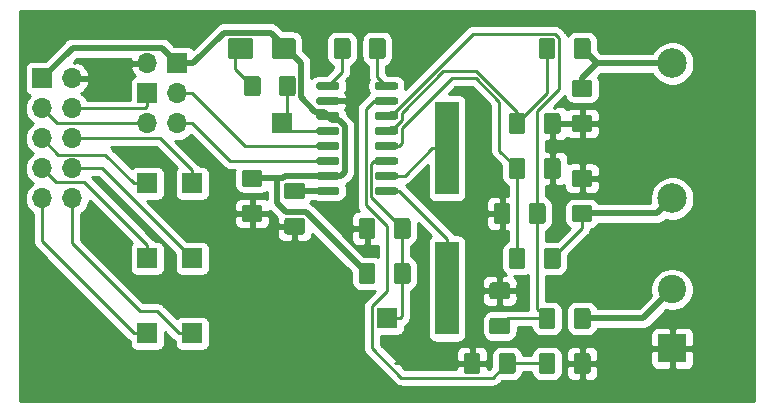
<source format=gbr>
G04 #@! TF.GenerationSoftware,KiCad,Pcbnew,5.1.4*
G04 #@! TF.CreationDate,2019-08-27T08:05:14+02:00*
G04 #@! TF.ProjectId,CS5490_UEXT,43533534-3930-45f5-9545-58542e6b6963,rev?*
G04 #@! TF.SameCoordinates,Original*
G04 #@! TF.FileFunction,Copper,L1,Top*
G04 #@! TF.FilePolarity,Positive*
%FSLAX46Y46*%
G04 Gerber Fmt 4.6, Leading zero omitted, Abs format (unit mm)*
G04 Created by KiCad (PCBNEW 5.1.4) date 2019-08-27 08:05:14*
%MOMM*%
%LPD*%
G04 APERTURE LIST*
%ADD10C,0.100000*%
%ADD11C,1.425000*%
%ADD12C,1.250000*%
%ADD13C,2.400000*%
%ADD14R,2.400000X2.400000*%
%ADD15C,2.500000*%
%ADD16C,1.575000*%
%ADD17R,2.000000X7.875000*%
%ADD18O,1.700000X1.700000*%
%ADD19R,1.700000X1.700000*%
%ADD20C,0.600000*%
%ADD21C,0.250000*%
%ADD22C,0.500000*%
%ADD23C,0.254000*%
G04 APERTURE END LIST*
D10*
G36*
X117762004Y-86121204D02*
G01*
X117786273Y-86124804D01*
X117810071Y-86130765D01*
X117833171Y-86139030D01*
X117855349Y-86149520D01*
X117876393Y-86162133D01*
X117896098Y-86176747D01*
X117914277Y-86193223D01*
X117930753Y-86211402D01*
X117945367Y-86231107D01*
X117957980Y-86252151D01*
X117968470Y-86274329D01*
X117976735Y-86297429D01*
X117982696Y-86321227D01*
X117986296Y-86345496D01*
X117987500Y-86370000D01*
X117987500Y-87620000D01*
X117986296Y-87644504D01*
X117982696Y-87668773D01*
X117976735Y-87692571D01*
X117968470Y-87715671D01*
X117957980Y-87737849D01*
X117945367Y-87758893D01*
X117930753Y-87778598D01*
X117914277Y-87796777D01*
X117896098Y-87813253D01*
X117876393Y-87827867D01*
X117855349Y-87840480D01*
X117833171Y-87850970D01*
X117810071Y-87859235D01*
X117786273Y-87865196D01*
X117762004Y-87868796D01*
X117737500Y-87870000D01*
X116812500Y-87870000D01*
X116787996Y-87868796D01*
X116763727Y-87865196D01*
X116739929Y-87859235D01*
X116716829Y-87850970D01*
X116694651Y-87840480D01*
X116673607Y-87827867D01*
X116653902Y-87813253D01*
X116635723Y-87796777D01*
X116619247Y-87778598D01*
X116604633Y-87758893D01*
X116592020Y-87737849D01*
X116581530Y-87715671D01*
X116573265Y-87692571D01*
X116567304Y-87668773D01*
X116563704Y-87644504D01*
X116562500Y-87620000D01*
X116562500Y-86370000D01*
X116563704Y-86345496D01*
X116567304Y-86321227D01*
X116573265Y-86297429D01*
X116581530Y-86274329D01*
X116592020Y-86252151D01*
X116604633Y-86231107D01*
X116619247Y-86211402D01*
X116635723Y-86193223D01*
X116653902Y-86176747D01*
X116673607Y-86162133D01*
X116694651Y-86149520D01*
X116716829Y-86139030D01*
X116739929Y-86130765D01*
X116763727Y-86124804D01*
X116787996Y-86121204D01*
X116812500Y-86120000D01*
X117737500Y-86120000D01*
X117762004Y-86121204D01*
X117762004Y-86121204D01*
G37*
D11*
X117275000Y-86995000D03*
D10*
G36*
X114787004Y-86121204D02*
G01*
X114811273Y-86124804D01*
X114835071Y-86130765D01*
X114858171Y-86139030D01*
X114880349Y-86149520D01*
X114901393Y-86162133D01*
X114921098Y-86176747D01*
X114939277Y-86193223D01*
X114955753Y-86211402D01*
X114970367Y-86231107D01*
X114982980Y-86252151D01*
X114993470Y-86274329D01*
X115001735Y-86297429D01*
X115007696Y-86321227D01*
X115011296Y-86345496D01*
X115012500Y-86370000D01*
X115012500Y-87620000D01*
X115011296Y-87644504D01*
X115007696Y-87668773D01*
X115001735Y-87692571D01*
X114993470Y-87715671D01*
X114982980Y-87737849D01*
X114970367Y-87758893D01*
X114955753Y-87778598D01*
X114939277Y-87796777D01*
X114921098Y-87813253D01*
X114901393Y-87827867D01*
X114880349Y-87840480D01*
X114858171Y-87850970D01*
X114835071Y-87859235D01*
X114811273Y-87865196D01*
X114787004Y-87868796D01*
X114762500Y-87870000D01*
X113837500Y-87870000D01*
X113812996Y-87868796D01*
X113788727Y-87865196D01*
X113764929Y-87859235D01*
X113741829Y-87850970D01*
X113719651Y-87840480D01*
X113698607Y-87827867D01*
X113678902Y-87813253D01*
X113660723Y-87796777D01*
X113644247Y-87778598D01*
X113629633Y-87758893D01*
X113617020Y-87737849D01*
X113606530Y-87715671D01*
X113598265Y-87692571D01*
X113592304Y-87668773D01*
X113588704Y-87644504D01*
X113587500Y-87620000D01*
X113587500Y-86370000D01*
X113588704Y-86345496D01*
X113592304Y-86321227D01*
X113598265Y-86297429D01*
X113606530Y-86274329D01*
X113617020Y-86252151D01*
X113629633Y-86231107D01*
X113644247Y-86211402D01*
X113660723Y-86193223D01*
X113678902Y-86176747D01*
X113698607Y-86162133D01*
X113719651Y-86149520D01*
X113741829Y-86139030D01*
X113764929Y-86130765D01*
X113788727Y-86124804D01*
X113812996Y-86121204D01*
X113837500Y-86120000D01*
X114762500Y-86120000D01*
X114787004Y-86121204D01*
X114787004Y-86121204D01*
G37*
D11*
X114300000Y-86995000D03*
D10*
G36*
X116988504Y-82946204D02*
G01*
X117012773Y-82949804D01*
X117036571Y-82955765D01*
X117059671Y-82964030D01*
X117081849Y-82974520D01*
X117102893Y-82987133D01*
X117122598Y-83001747D01*
X117140777Y-83018223D01*
X117157253Y-83036402D01*
X117171867Y-83056107D01*
X117184480Y-83077151D01*
X117194970Y-83099329D01*
X117203235Y-83122429D01*
X117209196Y-83146227D01*
X117212796Y-83170496D01*
X117214000Y-83195000D01*
X117214000Y-84445000D01*
X117212796Y-84469504D01*
X117209196Y-84493773D01*
X117203235Y-84517571D01*
X117194970Y-84540671D01*
X117184480Y-84562849D01*
X117171867Y-84583893D01*
X117157253Y-84603598D01*
X117140777Y-84621777D01*
X117122598Y-84638253D01*
X117102893Y-84652867D01*
X117081849Y-84665480D01*
X117059671Y-84675970D01*
X117036571Y-84684235D01*
X117012773Y-84690196D01*
X116988504Y-84693796D01*
X116964000Y-84695000D01*
X116214000Y-84695000D01*
X116189496Y-84693796D01*
X116165227Y-84690196D01*
X116141429Y-84684235D01*
X116118329Y-84675970D01*
X116096151Y-84665480D01*
X116075107Y-84652867D01*
X116055402Y-84638253D01*
X116037223Y-84621777D01*
X116020747Y-84603598D01*
X116006133Y-84583893D01*
X115993520Y-84562849D01*
X115983030Y-84540671D01*
X115974765Y-84517571D01*
X115968804Y-84493773D01*
X115965204Y-84469504D01*
X115964000Y-84445000D01*
X115964000Y-83195000D01*
X115965204Y-83170496D01*
X115968804Y-83146227D01*
X115974765Y-83122429D01*
X115983030Y-83099329D01*
X115993520Y-83077151D01*
X116006133Y-83056107D01*
X116020747Y-83036402D01*
X116037223Y-83018223D01*
X116055402Y-83001747D01*
X116075107Y-82987133D01*
X116096151Y-82974520D01*
X116118329Y-82964030D01*
X116141429Y-82955765D01*
X116165227Y-82949804D01*
X116189496Y-82946204D01*
X116214000Y-82945000D01*
X116964000Y-82945000D01*
X116988504Y-82946204D01*
X116988504Y-82946204D01*
G37*
D12*
X116589000Y-83820000D03*
D10*
G36*
X114188504Y-82946204D02*
G01*
X114212773Y-82949804D01*
X114236571Y-82955765D01*
X114259671Y-82964030D01*
X114281849Y-82974520D01*
X114302893Y-82987133D01*
X114322598Y-83001747D01*
X114340777Y-83018223D01*
X114357253Y-83036402D01*
X114371867Y-83056107D01*
X114384480Y-83077151D01*
X114394970Y-83099329D01*
X114403235Y-83122429D01*
X114409196Y-83146227D01*
X114412796Y-83170496D01*
X114414000Y-83195000D01*
X114414000Y-84445000D01*
X114412796Y-84469504D01*
X114409196Y-84493773D01*
X114403235Y-84517571D01*
X114394970Y-84540671D01*
X114384480Y-84562849D01*
X114371867Y-84583893D01*
X114357253Y-84603598D01*
X114340777Y-84621777D01*
X114322598Y-84638253D01*
X114302893Y-84652867D01*
X114281849Y-84665480D01*
X114259671Y-84675970D01*
X114236571Y-84684235D01*
X114212773Y-84690196D01*
X114188504Y-84693796D01*
X114164000Y-84695000D01*
X113414000Y-84695000D01*
X113389496Y-84693796D01*
X113365227Y-84690196D01*
X113341429Y-84684235D01*
X113318329Y-84675970D01*
X113296151Y-84665480D01*
X113275107Y-84652867D01*
X113255402Y-84638253D01*
X113237223Y-84621777D01*
X113220747Y-84603598D01*
X113206133Y-84583893D01*
X113193520Y-84562849D01*
X113183030Y-84540671D01*
X113174765Y-84517571D01*
X113168804Y-84493773D01*
X113165204Y-84469504D01*
X113164000Y-84445000D01*
X113164000Y-83195000D01*
X113165204Y-83170496D01*
X113168804Y-83146227D01*
X113174765Y-83122429D01*
X113183030Y-83099329D01*
X113193520Y-83077151D01*
X113206133Y-83056107D01*
X113220747Y-83036402D01*
X113237223Y-83018223D01*
X113255402Y-83001747D01*
X113275107Y-82987133D01*
X113296151Y-82974520D01*
X113318329Y-82964030D01*
X113341429Y-82955765D01*
X113365227Y-82949804D01*
X113389496Y-82946204D01*
X113414000Y-82945000D01*
X114164000Y-82945000D01*
X114188504Y-82946204D01*
X114188504Y-82946204D01*
G37*
D12*
X113789000Y-83820000D03*
D13*
X149860000Y-104220000D03*
D14*
X149860000Y-109220000D03*
D10*
G36*
X127487004Y-98186204D02*
G01*
X127511273Y-98189804D01*
X127535071Y-98195765D01*
X127558171Y-98204030D01*
X127580349Y-98214520D01*
X127601393Y-98227133D01*
X127621098Y-98241747D01*
X127639277Y-98258223D01*
X127655753Y-98276402D01*
X127670367Y-98296107D01*
X127682980Y-98317151D01*
X127693470Y-98339329D01*
X127701735Y-98362429D01*
X127707696Y-98386227D01*
X127711296Y-98410496D01*
X127712500Y-98435000D01*
X127712500Y-99685000D01*
X127711296Y-99709504D01*
X127707696Y-99733773D01*
X127701735Y-99757571D01*
X127693470Y-99780671D01*
X127682980Y-99802849D01*
X127670367Y-99823893D01*
X127655753Y-99843598D01*
X127639277Y-99861777D01*
X127621098Y-99878253D01*
X127601393Y-99892867D01*
X127580349Y-99905480D01*
X127558171Y-99915970D01*
X127535071Y-99924235D01*
X127511273Y-99930196D01*
X127487004Y-99933796D01*
X127462500Y-99935000D01*
X126537500Y-99935000D01*
X126512996Y-99933796D01*
X126488727Y-99930196D01*
X126464929Y-99924235D01*
X126441829Y-99915970D01*
X126419651Y-99905480D01*
X126398607Y-99892867D01*
X126378902Y-99878253D01*
X126360723Y-99861777D01*
X126344247Y-99843598D01*
X126329633Y-99823893D01*
X126317020Y-99802849D01*
X126306530Y-99780671D01*
X126298265Y-99757571D01*
X126292304Y-99733773D01*
X126288704Y-99709504D01*
X126287500Y-99685000D01*
X126287500Y-98435000D01*
X126288704Y-98410496D01*
X126292304Y-98386227D01*
X126298265Y-98362429D01*
X126306530Y-98339329D01*
X126317020Y-98317151D01*
X126329633Y-98296107D01*
X126344247Y-98276402D01*
X126360723Y-98258223D01*
X126378902Y-98241747D01*
X126398607Y-98227133D01*
X126419651Y-98214520D01*
X126441829Y-98204030D01*
X126464929Y-98195765D01*
X126488727Y-98189804D01*
X126512996Y-98186204D01*
X126537500Y-98185000D01*
X127462500Y-98185000D01*
X127487004Y-98186204D01*
X127487004Y-98186204D01*
G37*
D11*
X127000000Y-99060000D03*
D10*
G36*
X124512004Y-98186204D02*
G01*
X124536273Y-98189804D01*
X124560071Y-98195765D01*
X124583171Y-98204030D01*
X124605349Y-98214520D01*
X124626393Y-98227133D01*
X124646098Y-98241747D01*
X124664277Y-98258223D01*
X124680753Y-98276402D01*
X124695367Y-98296107D01*
X124707980Y-98317151D01*
X124718470Y-98339329D01*
X124726735Y-98362429D01*
X124732696Y-98386227D01*
X124736296Y-98410496D01*
X124737500Y-98435000D01*
X124737500Y-99685000D01*
X124736296Y-99709504D01*
X124732696Y-99733773D01*
X124726735Y-99757571D01*
X124718470Y-99780671D01*
X124707980Y-99802849D01*
X124695367Y-99823893D01*
X124680753Y-99843598D01*
X124664277Y-99861777D01*
X124646098Y-99878253D01*
X124626393Y-99892867D01*
X124605349Y-99905480D01*
X124583171Y-99915970D01*
X124560071Y-99924235D01*
X124536273Y-99930196D01*
X124512004Y-99933796D01*
X124487500Y-99935000D01*
X123562500Y-99935000D01*
X123537996Y-99933796D01*
X123513727Y-99930196D01*
X123489929Y-99924235D01*
X123466829Y-99915970D01*
X123444651Y-99905480D01*
X123423607Y-99892867D01*
X123403902Y-99878253D01*
X123385723Y-99861777D01*
X123369247Y-99843598D01*
X123354633Y-99823893D01*
X123342020Y-99802849D01*
X123331530Y-99780671D01*
X123323265Y-99757571D01*
X123317304Y-99733773D01*
X123313704Y-99709504D01*
X123312500Y-99685000D01*
X123312500Y-98435000D01*
X123313704Y-98410496D01*
X123317304Y-98386227D01*
X123323265Y-98362429D01*
X123331530Y-98339329D01*
X123342020Y-98317151D01*
X123354633Y-98296107D01*
X123369247Y-98276402D01*
X123385723Y-98258223D01*
X123403902Y-98241747D01*
X123423607Y-98227133D01*
X123444651Y-98214520D01*
X123466829Y-98204030D01*
X123489929Y-98195765D01*
X123513727Y-98189804D01*
X123537996Y-98186204D01*
X123562500Y-98185000D01*
X124487500Y-98185000D01*
X124512004Y-98186204D01*
X124512004Y-98186204D01*
G37*
D11*
X124025000Y-99060000D03*
D10*
G36*
X118542004Y-98148704D02*
G01*
X118566273Y-98152304D01*
X118590071Y-98158265D01*
X118613171Y-98166530D01*
X118635349Y-98177020D01*
X118656393Y-98189633D01*
X118676098Y-98204247D01*
X118694277Y-98220723D01*
X118710753Y-98238902D01*
X118725367Y-98258607D01*
X118737980Y-98279651D01*
X118748470Y-98301829D01*
X118756735Y-98324929D01*
X118762696Y-98348727D01*
X118766296Y-98372996D01*
X118767500Y-98397500D01*
X118767500Y-99322500D01*
X118766296Y-99347004D01*
X118762696Y-99371273D01*
X118756735Y-99395071D01*
X118748470Y-99418171D01*
X118737980Y-99440349D01*
X118725367Y-99461393D01*
X118710753Y-99481098D01*
X118694277Y-99499277D01*
X118676098Y-99515753D01*
X118656393Y-99530367D01*
X118635349Y-99542980D01*
X118613171Y-99553470D01*
X118590071Y-99561735D01*
X118566273Y-99567696D01*
X118542004Y-99571296D01*
X118517500Y-99572500D01*
X117267500Y-99572500D01*
X117242996Y-99571296D01*
X117218727Y-99567696D01*
X117194929Y-99561735D01*
X117171829Y-99553470D01*
X117149651Y-99542980D01*
X117128607Y-99530367D01*
X117108902Y-99515753D01*
X117090723Y-99499277D01*
X117074247Y-99481098D01*
X117059633Y-99461393D01*
X117047020Y-99440349D01*
X117036530Y-99418171D01*
X117028265Y-99395071D01*
X117022304Y-99371273D01*
X117018704Y-99347004D01*
X117017500Y-99322500D01*
X117017500Y-98397500D01*
X117018704Y-98372996D01*
X117022304Y-98348727D01*
X117028265Y-98324929D01*
X117036530Y-98301829D01*
X117047020Y-98279651D01*
X117059633Y-98258607D01*
X117074247Y-98238902D01*
X117090723Y-98220723D01*
X117108902Y-98204247D01*
X117128607Y-98189633D01*
X117149651Y-98177020D01*
X117171829Y-98166530D01*
X117194929Y-98158265D01*
X117218727Y-98152304D01*
X117242996Y-98148704D01*
X117267500Y-98147500D01*
X118517500Y-98147500D01*
X118542004Y-98148704D01*
X118542004Y-98148704D01*
G37*
D11*
X117892500Y-98860000D03*
D10*
G36*
X118542004Y-95173704D02*
G01*
X118566273Y-95177304D01*
X118590071Y-95183265D01*
X118613171Y-95191530D01*
X118635349Y-95202020D01*
X118656393Y-95214633D01*
X118676098Y-95229247D01*
X118694277Y-95245723D01*
X118710753Y-95263902D01*
X118725367Y-95283607D01*
X118737980Y-95304651D01*
X118748470Y-95326829D01*
X118756735Y-95349929D01*
X118762696Y-95373727D01*
X118766296Y-95397996D01*
X118767500Y-95422500D01*
X118767500Y-96347500D01*
X118766296Y-96372004D01*
X118762696Y-96396273D01*
X118756735Y-96420071D01*
X118748470Y-96443171D01*
X118737980Y-96465349D01*
X118725367Y-96486393D01*
X118710753Y-96506098D01*
X118694277Y-96524277D01*
X118676098Y-96540753D01*
X118656393Y-96555367D01*
X118635349Y-96567980D01*
X118613171Y-96578470D01*
X118590071Y-96586735D01*
X118566273Y-96592696D01*
X118542004Y-96596296D01*
X118517500Y-96597500D01*
X117267500Y-96597500D01*
X117242996Y-96596296D01*
X117218727Y-96592696D01*
X117194929Y-96586735D01*
X117171829Y-96578470D01*
X117149651Y-96567980D01*
X117128607Y-96555367D01*
X117108902Y-96540753D01*
X117090723Y-96524277D01*
X117074247Y-96506098D01*
X117059633Y-96486393D01*
X117047020Y-96465349D01*
X117036530Y-96443171D01*
X117028265Y-96420071D01*
X117022304Y-96396273D01*
X117018704Y-96372004D01*
X117017500Y-96347500D01*
X117017500Y-95422500D01*
X117018704Y-95397996D01*
X117022304Y-95373727D01*
X117028265Y-95349929D01*
X117036530Y-95326829D01*
X117047020Y-95304651D01*
X117059633Y-95283607D01*
X117074247Y-95263902D01*
X117090723Y-95245723D01*
X117108902Y-95229247D01*
X117128607Y-95214633D01*
X117149651Y-95202020D01*
X117171829Y-95191530D01*
X117194929Y-95183265D01*
X117218727Y-95177304D01*
X117242996Y-95173704D01*
X117267500Y-95172500D01*
X118517500Y-95172500D01*
X118542004Y-95173704D01*
X118542004Y-95173704D01*
G37*
D11*
X117892500Y-95885000D03*
D15*
X149860000Y-85090000D03*
X149860000Y-96520000D03*
D10*
G36*
X117767005Y-82921204D02*
G01*
X117791273Y-82924804D01*
X117815072Y-82930765D01*
X117838171Y-82939030D01*
X117860350Y-82949520D01*
X117881393Y-82962132D01*
X117901099Y-82976747D01*
X117919277Y-82993223D01*
X117935753Y-83011401D01*
X117950368Y-83031107D01*
X117962980Y-83052150D01*
X117973470Y-83074329D01*
X117981735Y-83097428D01*
X117987696Y-83121227D01*
X117991296Y-83145495D01*
X117992500Y-83169999D01*
X117992500Y-84470001D01*
X117991296Y-84494505D01*
X117987696Y-84518773D01*
X117981735Y-84542572D01*
X117973470Y-84565671D01*
X117962980Y-84587850D01*
X117950368Y-84608893D01*
X117935753Y-84628599D01*
X117919277Y-84646777D01*
X117901099Y-84663253D01*
X117881393Y-84677868D01*
X117860350Y-84690480D01*
X117838171Y-84700970D01*
X117815072Y-84709235D01*
X117791273Y-84715196D01*
X117767005Y-84718796D01*
X117742501Y-84720000D01*
X116667499Y-84720000D01*
X116642995Y-84718796D01*
X116618727Y-84715196D01*
X116594928Y-84709235D01*
X116571829Y-84700970D01*
X116549650Y-84690480D01*
X116528607Y-84677868D01*
X116508901Y-84663253D01*
X116490723Y-84646777D01*
X116474247Y-84628599D01*
X116459632Y-84608893D01*
X116447020Y-84587850D01*
X116436530Y-84565671D01*
X116428265Y-84542572D01*
X116422304Y-84518773D01*
X116418704Y-84494505D01*
X116417500Y-84470001D01*
X116417500Y-83169999D01*
X116418704Y-83145495D01*
X116422304Y-83121227D01*
X116428265Y-83097428D01*
X116436530Y-83074329D01*
X116447020Y-83052150D01*
X116459632Y-83031107D01*
X116474247Y-83011401D01*
X116490723Y-82993223D01*
X116508901Y-82976747D01*
X116528607Y-82962132D01*
X116549650Y-82949520D01*
X116571829Y-82939030D01*
X116594928Y-82930765D01*
X116618727Y-82924804D01*
X116642995Y-82921204D01*
X116667499Y-82920000D01*
X117742501Y-82920000D01*
X117767005Y-82921204D01*
X117767005Y-82921204D01*
G37*
D16*
X117205000Y-83820000D03*
D10*
G36*
X113592005Y-82921204D02*
G01*
X113616273Y-82924804D01*
X113640072Y-82930765D01*
X113663171Y-82939030D01*
X113685350Y-82949520D01*
X113706393Y-82962132D01*
X113726099Y-82976747D01*
X113744277Y-82993223D01*
X113760753Y-83011401D01*
X113775368Y-83031107D01*
X113787980Y-83052150D01*
X113798470Y-83074329D01*
X113806735Y-83097428D01*
X113812696Y-83121227D01*
X113816296Y-83145495D01*
X113817500Y-83169999D01*
X113817500Y-84470001D01*
X113816296Y-84494505D01*
X113812696Y-84518773D01*
X113806735Y-84542572D01*
X113798470Y-84565671D01*
X113787980Y-84587850D01*
X113775368Y-84608893D01*
X113760753Y-84628599D01*
X113744277Y-84646777D01*
X113726099Y-84663253D01*
X113706393Y-84677868D01*
X113685350Y-84690480D01*
X113663171Y-84700970D01*
X113640072Y-84709235D01*
X113616273Y-84715196D01*
X113592005Y-84718796D01*
X113567501Y-84720000D01*
X112492499Y-84720000D01*
X112467995Y-84718796D01*
X112443727Y-84715196D01*
X112419928Y-84709235D01*
X112396829Y-84700970D01*
X112374650Y-84690480D01*
X112353607Y-84677868D01*
X112333901Y-84663253D01*
X112315723Y-84646777D01*
X112299247Y-84628599D01*
X112284632Y-84608893D01*
X112272020Y-84587850D01*
X112261530Y-84565671D01*
X112253265Y-84542572D01*
X112247304Y-84518773D01*
X112243704Y-84494505D01*
X112242500Y-84470001D01*
X112242500Y-83169999D01*
X112243704Y-83145495D01*
X112247304Y-83121227D01*
X112253265Y-83097428D01*
X112261530Y-83074329D01*
X112272020Y-83052150D01*
X112284632Y-83031107D01*
X112299247Y-83011401D01*
X112315723Y-82993223D01*
X112333901Y-82976747D01*
X112353607Y-82962132D01*
X112374650Y-82949520D01*
X112396829Y-82939030D01*
X112419928Y-82930765D01*
X112443727Y-82924804D01*
X112467995Y-82921204D01*
X112492499Y-82920000D01*
X113567501Y-82920000D01*
X113592005Y-82921204D01*
X113592005Y-82921204D01*
G37*
D16*
X113030000Y-83820000D03*
D17*
X130810000Y-104140000D03*
X130810000Y-92265000D03*
D18*
X105410000Y-85090000D03*
D19*
X107950000Y-85090000D03*
X109220000Y-107950000D03*
X105410000Y-107950000D03*
X109220000Y-101600000D03*
X105410000Y-101600000D03*
X109220000Y-95250000D03*
X105410000Y-95250000D03*
X125730000Y-106680000D03*
X116840000Y-90170000D03*
D18*
X107950000Y-90170000D03*
X105410000Y-90170000D03*
X107950000Y-87630000D03*
D19*
X105410000Y-87630000D03*
D18*
X99060000Y-96520000D03*
X96520000Y-96520000D03*
X99060000Y-93980000D03*
X96520000Y-93980000D03*
X99060000Y-91440000D03*
X96520000Y-91440000D03*
X99060000Y-88900000D03*
X96520000Y-88900000D03*
X99060000Y-86360000D03*
D19*
X96520000Y-86360000D03*
D10*
G36*
X140187004Y-89296204D02*
G01*
X140211273Y-89299804D01*
X140235071Y-89305765D01*
X140258171Y-89314030D01*
X140280349Y-89324520D01*
X140301393Y-89337133D01*
X140321098Y-89351747D01*
X140339277Y-89368223D01*
X140355753Y-89386402D01*
X140370367Y-89406107D01*
X140382980Y-89427151D01*
X140393470Y-89449329D01*
X140401735Y-89472429D01*
X140407696Y-89496227D01*
X140411296Y-89520496D01*
X140412500Y-89545000D01*
X140412500Y-90795000D01*
X140411296Y-90819504D01*
X140407696Y-90843773D01*
X140401735Y-90867571D01*
X140393470Y-90890671D01*
X140382980Y-90912849D01*
X140370367Y-90933893D01*
X140355753Y-90953598D01*
X140339277Y-90971777D01*
X140321098Y-90988253D01*
X140301393Y-91002867D01*
X140280349Y-91015480D01*
X140258171Y-91025970D01*
X140235071Y-91034235D01*
X140211273Y-91040196D01*
X140187004Y-91043796D01*
X140162500Y-91045000D01*
X139237500Y-91045000D01*
X139212996Y-91043796D01*
X139188727Y-91040196D01*
X139164929Y-91034235D01*
X139141829Y-91025970D01*
X139119651Y-91015480D01*
X139098607Y-91002867D01*
X139078902Y-90988253D01*
X139060723Y-90971777D01*
X139044247Y-90953598D01*
X139029633Y-90933893D01*
X139017020Y-90912849D01*
X139006530Y-90890671D01*
X138998265Y-90867571D01*
X138992304Y-90843773D01*
X138988704Y-90819504D01*
X138987500Y-90795000D01*
X138987500Y-89545000D01*
X138988704Y-89520496D01*
X138992304Y-89496227D01*
X138998265Y-89472429D01*
X139006530Y-89449329D01*
X139017020Y-89427151D01*
X139029633Y-89406107D01*
X139044247Y-89386402D01*
X139060723Y-89368223D01*
X139078902Y-89351747D01*
X139098607Y-89337133D01*
X139119651Y-89324520D01*
X139141829Y-89314030D01*
X139164929Y-89305765D01*
X139188727Y-89299804D01*
X139212996Y-89296204D01*
X139237500Y-89295000D01*
X140162500Y-89295000D01*
X140187004Y-89296204D01*
X140187004Y-89296204D01*
G37*
D11*
X139700000Y-90170000D03*
D10*
G36*
X137212004Y-89296204D02*
G01*
X137236273Y-89299804D01*
X137260071Y-89305765D01*
X137283171Y-89314030D01*
X137305349Y-89324520D01*
X137326393Y-89337133D01*
X137346098Y-89351747D01*
X137364277Y-89368223D01*
X137380753Y-89386402D01*
X137395367Y-89406107D01*
X137407980Y-89427151D01*
X137418470Y-89449329D01*
X137426735Y-89472429D01*
X137432696Y-89496227D01*
X137436296Y-89520496D01*
X137437500Y-89545000D01*
X137437500Y-90795000D01*
X137436296Y-90819504D01*
X137432696Y-90843773D01*
X137426735Y-90867571D01*
X137418470Y-90890671D01*
X137407980Y-90912849D01*
X137395367Y-90933893D01*
X137380753Y-90953598D01*
X137364277Y-90971777D01*
X137346098Y-90988253D01*
X137326393Y-91002867D01*
X137305349Y-91015480D01*
X137283171Y-91025970D01*
X137260071Y-91034235D01*
X137236273Y-91040196D01*
X137212004Y-91043796D01*
X137187500Y-91045000D01*
X136262500Y-91045000D01*
X136237996Y-91043796D01*
X136213727Y-91040196D01*
X136189929Y-91034235D01*
X136166829Y-91025970D01*
X136144651Y-91015480D01*
X136123607Y-91002867D01*
X136103902Y-90988253D01*
X136085723Y-90971777D01*
X136069247Y-90953598D01*
X136054633Y-90933893D01*
X136042020Y-90912849D01*
X136031530Y-90890671D01*
X136023265Y-90867571D01*
X136017304Y-90843773D01*
X136013704Y-90819504D01*
X136012500Y-90795000D01*
X136012500Y-89545000D01*
X136013704Y-89520496D01*
X136017304Y-89496227D01*
X136023265Y-89472429D01*
X136031530Y-89449329D01*
X136042020Y-89427151D01*
X136054633Y-89406107D01*
X136069247Y-89386402D01*
X136085723Y-89368223D01*
X136103902Y-89351747D01*
X136123607Y-89337133D01*
X136144651Y-89324520D01*
X136166829Y-89314030D01*
X136189929Y-89305765D01*
X136213727Y-89299804D01*
X136237996Y-89296204D01*
X136262500Y-89295000D01*
X137187500Y-89295000D01*
X137212004Y-89296204D01*
X137212004Y-89296204D01*
G37*
D11*
X136725000Y-90170000D03*
D10*
G36*
X137212004Y-93106204D02*
G01*
X137236273Y-93109804D01*
X137260071Y-93115765D01*
X137283171Y-93124030D01*
X137305349Y-93134520D01*
X137326393Y-93147133D01*
X137346098Y-93161747D01*
X137364277Y-93178223D01*
X137380753Y-93196402D01*
X137395367Y-93216107D01*
X137407980Y-93237151D01*
X137418470Y-93259329D01*
X137426735Y-93282429D01*
X137432696Y-93306227D01*
X137436296Y-93330496D01*
X137437500Y-93355000D01*
X137437500Y-94605000D01*
X137436296Y-94629504D01*
X137432696Y-94653773D01*
X137426735Y-94677571D01*
X137418470Y-94700671D01*
X137407980Y-94722849D01*
X137395367Y-94743893D01*
X137380753Y-94763598D01*
X137364277Y-94781777D01*
X137346098Y-94798253D01*
X137326393Y-94812867D01*
X137305349Y-94825480D01*
X137283171Y-94835970D01*
X137260071Y-94844235D01*
X137236273Y-94850196D01*
X137212004Y-94853796D01*
X137187500Y-94855000D01*
X136262500Y-94855000D01*
X136237996Y-94853796D01*
X136213727Y-94850196D01*
X136189929Y-94844235D01*
X136166829Y-94835970D01*
X136144651Y-94825480D01*
X136123607Y-94812867D01*
X136103902Y-94798253D01*
X136085723Y-94781777D01*
X136069247Y-94763598D01*
X136054633Y-94743893D01*
X136042020Y-94722849D01*
X136031530Y-94700671D01*
X136023265Y-94677571D01*
X136017304Y-94653773D01*
X136013704Y-94629504D01*
X136012500Y-94605000D01*
X136012500Y-93355000D01*
X136013704Y-93330496D01*
X136017304Y-93306227D01*
X136023265Y-93282429D01*
X136031530Y-93259329D01*
X136042020Y-93237151D01*
X136054633Y-93216107D01*
X136069247Y-93196402D01*
X136085723Y-93178223D01*
X136103902Y-93161747D01*
X136123607Y-93147133D01*
X136144651Y-93134520D01*
X136166829Y-93124030D01*
X136189929Y-93115765D01*
X136213727Y-93109804D01*
X136237996Y-93106204D01*
X136262500Y-93105000D01*
X137187500Y-93105000D01*
X137212004Y-93106204D01*
X137212004Y-93106204D01*
G37*
D11*
X136725000Y-93980000D03*
D10*
G36*
X140187004Y-93106204D02*
G01*
X140211273Y-93109804D01*
X140235071Y-93115765D01*
X140258171Y-93124030D01*
X140280349Y-93134520D01*
X140301393Y-93147133D01*
X140321098Y-93161747D01*
X140339277Y-93178223D01*
X140355753Y-93196402D01*
X140370367Y-93216107D01*
X140382980Y-93237151D01*
X140393470Y-93259329D01*
X140401735Y-93282429D01*
X140407696Y-93306227D01*
X140411296Y-93330496D01*
X140412500Y-93355000D01*
X140412500Y-94605000D01*
X140411296Y-94629504D01*
X140407696Y-94653773D01*
X140401735Y-94677571D01*
X140393470Y-94700671D01*
X140382980Y-94722849D01*
X140370367Y-94743893D01*
X140355753Y-94763598D01*
X140339277Y-94781777D01*
X140321098Y-94798253D01*
X140301393Y-94812867D01*
X140280349Y-94825480D01*
X140258171Y-94835970D01*
X140235071Y-94844235D01*
X140211273Y-94850196D01*
X140187004Y-94853796D01*
X140162500Y-94855000D01*
X139237500Y-94855000D01*
X139212996Y-94853796D01*
X139188727Y-94850196D01*
X139164929Y-94844235D01*
X139141829Y-94835970D01*
X139119651Y-94825480D01*
X139098607Y-94812867D01*
X139078902Y-94798253D01*
X139060723Y-94781777D01*
X139044247Y-94763598D01*
X139029633Y-94743893D01*
X139017020Y-94722849D01*
X139006530Y-94700671D01*
X138998265Y-94677571D01*
X138992304Y-94653773D01*
X138988704Y-94629504D01*
X138987500Y-94605000D01*
X138987500Y-93355000D01*
X138988704Y-93330496D01*
X138992304Y-93306227D01*
X138998265Y-93282429D01*
X139006530Y-93259329D01*
X139017020Y-93237151D01*
X139029633Y-93216107D01*
X139044247Y-93196402D01*
X139060723Y-93178223D01*
X139078902Y-93161747D01*
X139098607Y-93147133D01*
X139119651Y-93134520D01*
X139141829Y-93124030D01*
X139164929Y-93115765D01*
X139188727Y-93109804D01*
X139212996Y-93106204D01*
X139237500Y-93105000D01*
X140162500Y-93105000D01*
X140187004Y-93106204D01*
X140187004Y-93106204D01*
G37*
D11*
X139700000Y-93980000D03*
D10*
G36*
X135942004Y-96916204D02*
G01*
X135966273Y-96919804D01*
X135990071Y-96925765D01*
X136013171Y-96934030D01*
X136035349Y-96944520D01*
X136056393Y-96957133D01*
X136076098Y-96971747D01*
X136094277Y-96988223D01*
X136110753Y-97006402D01*
X136125367Y-97026107D01*
X136137980Y-97047151D01*
X136148470Y-97069329D01*
X136156735Y-97092429D01*
X136162696Y-97116227D01*
X136166296Y-97140496D01*
X136167500Y-97165000D01*
X136167500Y-98415000D01*
X136166296Y-98439504D01*
X136162696Y-98463773D01*
X136156735Y-98487571D01*
X136148470Y-98510671D01*
X136137980Y-98532849D01*
X136125367Y-98553893D01*
X136110753Y-98573598D01*
X136094277Y-98591777D01*
X136076098Y-98608253D01*
X136056393Y-98622867D01*
X136035349Y-98635480D01*
X136013171Y-98645970D01*
X135990071Y-98654235D01*
X135966273Y-98660196D01*
X135942004Y-98663796D01*
X135917500Y-98665000D01*
X134992500Y-98665000D01*
X134967996Y-98663796D01*
X134943727Y-98660196D01*
X134919929Y-98654235D01*
X134896829Y-98645970D01*
X134874651Y-98635480D01*
X134853607Y-98622867D01*
X134833902Y-98608253D01*
X134815723Y-98591777D01*
X134799247Y-98573598D01*
X134784633Y-98553893D01*
X134772020Y-98532849D01*
X134761530Y-98510671D01*
X134753265Y-98487571D01*
X134747304Y-98463773D01*
X134743704Y-98439504D01*
X134742500Y-98415000D01*
X134742500Y-97165000D01*
X134743704Y-97140496D01*
X134747304Y-97116227D01*
X134753265Y-97092429D01*
X134761530Y-97069329D01*
X134772020Y-97047151D01*
X134784633Y-97026107D01*
X134799247Y-97006402D01*
X134815723Y-96988223D01*
X134833902Y-96971747D01*
X134853607Y-96957133D01*
X134874651Y-96944520D01*
X134896829Y-96934030D01*
X134919929Y-96925765D01*
X134943727Y-96919804D01*
X134967996Y-96916204D01*
X134992500Y-96915000D01*
X135917500Y-96915000D01*
X135942004Y-96916204D01*
X135942004Y-96916204D01*
G37*
D11*
X135455000Y-97790000D03*
D10*
G36*
X138917004Y-96916204D02*
G01*
X138941273Y-96919804D01*
X138965071Y-96925765D01*
X138988171Y-96934030D01*
X139010349Y-96944520D01*
X139031393Y-96957133D01*
X139051098Y-96971747D01*
X139069277Y-96988223D01*
X139085753Y-97006402D01*
X139100367Y-97026107D01*
X139112980Y-97047151D01*
X139123470Y-97069329D01*
X139131735Y-97092429D01*
X139137696Y-97116227D01*
X139141296Y-97140496D01*
X139142500Y-97165000D01*
X139142500Y-98415000D01*
X139141296Y-98439504D01*
X139137696Y-98463773D01*
X139131735Y-98487571D01*
X139123470Y-98510671D01*
X139112980Y-98532849D01*
X139100367Y-98553893D01*
X139085753Y-98573598D01*
X139069277Y-98591777D01*
X139051098Y-98608253D01*
X139031393Y-98622867D01*
X139010349Y-98635480D01*
X138988171Y-98645970D01*
X138965071Y-98654235D01*
X138941273Y-98660196D01*
X138917004Y-98663796D01*
X138892500Y-98665000D01*
X137967500Y-98665000D01*
X137942996Y-98663796D01*
X137918727Y-98660196D01*
X137894929Y-98654235D01*
X137871829Y-98645970D01*
X137849651Y-98635480D01*
X137828607Y-98622867D01*
X137808902Y-98608253D01*
X137790723Y-98591777D01*
X137774247Y-98573598D01*
X137759633Y-98553893D01*
X137747020Y-98532849D01*
X137736530Y-98510671D01*
X137728265Y-98487571D01*
X137722304Y-98463773D01*
X137718704Y-98439504D01*
X137717500Y-98415000D01*
X137717500Y-97165000D01*
X137718704Y-97140496D01*
X137722304Y-97116227D01*
X137728265Y-97092429D01*
X137736530Y-97069329D01*
X137747020Y-97047151D01*
X137759633Y-97026107D01*
X137774247Y-97006402D01*
X137790723Y-96988223D01*
X137808902Y-96971747D01*
X137828607Y-96957133D01*
X137849651Y-96944520D01*
X137871829Y-96934030D01*
X137894929Y-96925765D01*
X137918727Y-96919804D01*
X137942996Y-96916204D01*
X137967500Y-96915000D01*
X138892500Y-96915000D01*
X138917004Y-96916204D01*
X138917004Y-96916204D01*
G37*
D11*
X138430000Y-97790000D03*
D10*
G36*
X136377004Y-109616204D02*
G01*
X136401273Y-109619804D01*
X136425071Y-109625765D01*
X136448171Y-109634030D01*
X136470349Y-109644520D01*
X136491393Y-109657133D01*
X136511098Y-109671747D01*
X136529277Y-109688223D01*
X136545753Y-109706402D01*
X136560367Y-109726107D01*
X136572980Y-109747151D01*
X136583470Y-109769329D01*
X136591735Y-109792429D01*
X136597696Y-109816227D01*
X136601296Y-109840496D01*
X136602500Y-109865000D01*
X136602500Y-111115000D01*
X136601296Y-111139504D01*
X136597696Y-111163773D01*
X136591735Y-111187571D01*
X136583470Y-111210671D01*
X136572980Y-111232849D01*
X136560367Y-111253893D01*
X136545753Y-111273598D01*
X136529277Y-111291777D01*
X136511098Y-111308253D01*
X136491393Y-111322867D01*
X136470349Y-111335480D01*
X136448171Y-111345970D01*
X136425071Y-111354235D01*
X136401273Y-111360196D01*
X136377004Y-111363796D01*
X136352500Y-111365000D01*
X135427500Y-111365000D01*
X135402996Y-111363796D01*
X135378727Y-111360196D01*
X135354929Y-111354235D01*
X135331829Y-111345970D01*
X135309651Y-111335480D01*
X135288607Y-111322867D01*
X135268902Y-111308253D01*
X135250723Y-111291777D01*
X135234247Y-111273598D01*
X135219633Y-111253893D01*
X135207020Y-111232849D01*
X135196530Y-111210671D01*
X135188265Y-111187571D01*
X135182304Y-111163773D01*
X135178704Y-111139504D01*
X135177500Y-111115000D01*
X135177500Y-109865000D01*
X135178704Y-109840496D01*
X135182304Y-109816227D01*
X135188265Y-109792429D01*
X135196530Y-109769329D01*
X135207020Y-109747151D01*
X135219633Y-109726107D01*
X135234247Y-109706402D01*
X135250723Y-109688223D01*
X135268902Y-109671747D01*
X135288607Y-109657133D01*
X135309651Y-109644520D01*
X135331829Y-109634030D01*
X135354929Y-109625765D01*
X135378727Y-109619804D01*
X135402996Y-109616204D01*
X135427500Y-109615000D01*
X136352500Y-109615000D01*
X136377004Y-109616204D01*
X136377004Y-109616204D01*
G37*
D11*
X135890000Y-110490000D03*
D10*
G36*
X133402004Y-109616204D02*
G01*
X133426273Y-109619804D01*
X133450071Y-109625765D01*
X133473171Y-109634030D01*
X133495349Y-109644520D01*
X133516393Y-109657133D01*
X133536098Y-109671747D01*
X133554277Y-109688223D01*
X133570753Y-109706402D01*
X133585367Y-109726107D01*
X133597980Y-109747151D01*
X133608470Y-109769329D01*
X133616735Y-109792429D01*
X133622696Y-109816227D01*
X133626296Y-109840496D01*
X133627500Y-109865000D01*
X133627500Y-111115000D01*
X133626296Y-111139504D01*
X133622696Y-111163773D01*
X133616735Y-111187571D01*
X133608470Y-111210671D01*
X133597980Y-111232849D01*
X133585367Y-111253893D01*
X133570753Y-111273598D01*
X133554277Y-111291777D01*
X133536098Y-111308253D01*
X133516393Y-111322867D01*
X133495349Y-111335480D01*
X133473171Y-111345970D01*
X133450071Y-111354235D01*
X133426273Y-111360196D01*
X133402004Y-111363796D01*
X133377500Y-111365000D01*
X132452500Y-111365000D01*
X132427996Y-111363796D01*
X132403727Y-111360196D01*
X132379929Y-111354235D01*
X132356829Y-111345970D01*
X132334651Y-111335480D01*
X132313607Y-111322867D01*
X132293902Y-111308253D01*
X132275723Y-111291777D01*
X132259247Y-111273598D01*
X132244633Y-111253893D01*
X132232020Y-111232849D01*
X132221530Y-111210671D01*
X132213265Y-111187571D01*
X132207304Y-111163773D01*
X132203704Y-111139504D01*
X132202500Y-111115000D01*
X132202500Y-109865000D01*
X132203704Y-109840496D01*
X132207304Y-109816227D01*
X132213265Y-109792429D01*
X132221530Y-109769329D01*
X132232020Y-109747151D01*
X132244633Y-109726107D01*
X132259247Y-109706402D01*
X132275723Y-109688223D01*
X132293902Y-109671747D01*
X132313607Y-109657133D01*
X132334651Y-109644520D01*
X132356829Y-109634030D01*
X132379929Y-109625765D01*
X132403727Y-109619804D01*
X132427996Y-109616204D01*
X132452500Y-109615000D01*
X133377500Y-109615000D01*
X133402004Y-109616204D01*
X133402004Y-109616204D01*
G37*
D11*
X132915000Y-110490000D03*
D10*
G36*
X114949504Y-97078704D02*
G01*
X114973773Y-97082304D01*
X114997571Y-97088265D01*
X115020671Y-97096530D01*
X115042849Y-97107020D01*
X115063893Y-97119633D01*
X115083598Y-97134247D01*
X115101777Y-97150723D01*
X115118253Y-97168902D01*
X115132867Y-97188607D01*
X115145480Y-97209651D01*
X115155970Y-97231829D01*
X115164235Y-97254929D01*
X115170196Y-97278727D01*
X115173796Y-97302996D01*
X115175000Y-97327500D01*
X115175000Y-98252500D01*
X115173796Y-98277004D01*
X115170196Y-98301273D01*
X115164235Y-98325071D01*
X115155970Y-98348171D01*
X115145480Y-98370349D01*
X115132867Y-98391393D01*
X115118253Y-98411098D01*
X115101777Y-98429277D01*
X115083598Y-98445753D01*
X115063893Y-98460367D01*
X115042849Y-98472980D01*
X115020671Y-98483470D01*
X114997571Y-98491735D01*
X114973773Y-98497696D01*
X114949504Y-98501296D01*
X114925000Y-98502500D01*
X113675000Y-98502500D01*
X113650496Y-98501296D01*
X113626227Y-98497696D01*
X113602429Y-98491735D01*
X113579329Y-98483470D01*
X113557151Y-98472980D01*
X113536107Y-98460367D01*
X113516402Y-98445753D01*
X113498223Y-98429277D01*
X113481747Y-98411098D01*
X113467133Y-98391393D01*
X113454520Y-98370349D01*
X113444030Y-98348171D01*
X113435765Y-98325071D01*
X113429804Y-98301273D01*
X113426204Y-98277004D01*
X113425000Y-98252500D01*
X113425000Y-97327500D01*
X113426204Y-97302996D01*
X113429804Y-97278727D01*
X113435765Y-97254929D01*
X113444030Y-97231829D01*
X113454520Y-97209651D01*
X113467133Y-97188607D01*
X113481747Y-97168902D01*
X113498223Y-97150723D01*
X113516402Y-97134247D01*
X113536107Y-97119633D01*
X113557151Y-97107020D01*
X113579329Y-97096530D01*
X113602429Y-97088265D01*
X113626227Y-97082304D01*
X113650496Y-97078704D01*
X113675000Y-97077500D01*
X114925000Y-97077500D01*
X114949504Y-97078704D01*
X114949504Y-97078704D01*
G37*
D11*
X114300000Y-97790000D03*
D10*
G36*
X114949504Y-94103704D02*
G01*
X114973773Y-94107304D01*
X114997571Y-94113265D01*
X115020671Y-94121530D01*
X115042849Y-94132020D01*
X115063893Y-94144633D01*
X115083598Y-94159247D01*
X115101777Y-94175723D01*
X115118253Y-94193902D01*
X115132867Y-94213607D01*
X115145480Y-94234651D01*
X115155970Y-94256829D01*
X115164235Y-94279929D01*
X115170196Y-94303727D01*
X115173796Y-94327996D01*
X115175000Y-94352500D01*
X115175000Y-95277500D01*
X115173796Y-95302004D01*
X115170196Y-95326273D01*
X115164235Y-95350071D01*
X115155970Y-95373171D01*
X115145480Y-95395349D01*
X115132867Y-95416393D01*
X115118253Y-95436098D01*
X115101777Y-95454277D01*
X115083598Y-95470753D01*
X115063893Y-95485367D01*
X115042849Y-95497980D01*
X115020671Y-95508470D01*
X114997571Y-95516735D01*
X114973773Y-95522696D01*
X114949504Y-95526296D01*
X114925000Y-95527500D01*
X113675000Y-95527500D01*
X113650496Y-95526296D01*
X113626227Y-95522696D01*
X113602429Y-95516735D01*
X113579329Y-95508470D01*
X113557151Y-95497980D01*
X113536107Y-95485367D01*
X113516402Y-95470753D01*
X113498223Y-95454277D01*
X113481747Y-95436098D01*
X113467133Y-95416393D01*
X113454520Y-95395349D01*
X113444030Y-95373171D01*
X113435765Y-95350071D01*
X113429804Y-95326273D01*
X113426204Y-95302004D01*
X113425000Y-95277500D01*
X113425000Y-94352500D01*
X113426204Y-94327996D01*
X113429804Y-94303727D01*
X113435765Y-94279929D01*
X113444030Y-94256829D01*
X113454520Y-94234651D01*
X113467133Y-94213607D01*
X113481747Y-94193902D01*
X113498223Y-94175723D01*
X113516402Y-94159247D01*
X113536107Y-94144633D01*
X113557151Y-94132020D01*
X113579329Y-94121530D01*
X113602429Y-94113265D01*
X113626227Y-94107304D01*
X113650496Y-94103704D01*
X113675000Y-94102500D01*
X114925000Y-94102500D01*
X114949504Y-94103704D01*
X114949504Y-94103704D01*
G37*
D11*
X114300000Y-94815000D03*
D10*
G36*
X125382004Y-82946204D02*
G01*
X125406273Y-82949804D01*
X125430071Y-82955765D01*
X125453171Y-82964030D01*
X125475349Y-82974520D01*
X125496393Y-82987133D01*
X125516098Y-83001747D01*
X125534277Y-83018223D01*
X125550753Y-83036402D01*
X125565367Y-83056107D01*
X125577980Y-83077151D01*
X125588470Y-83099329D01*
X125596735Y-83122429D01*
X125602696Y-83146227D01*
X125606296Y-83170496D01*
X125607500Y-83195000D01*
X125607500Y-84445000D01*
X125606296Y-84469504D01*
X125602696Y-84493773D01*
X125596735Y-84517571D01*
X125588470Y-84540671D01*
X125577980Y-84562849D01*
X125565367Y-84583893D01*
X125550753Y-84603598D01*
X125534277Y-84621777D01*
X125516098Y-84638253D01*
X125496393Y-84652867D01*
X125475349Y-84665480D01*
X125453171Y-84675970D01*
X125430071Y-84684235D01*
X125406273Y-84690196D01*
X125382004Y-84693796D01*
X125357500Y-84695000D01*
X124432500Y-84695000D01*
X124407996Y-84693796D01*
X124383727Y-84690196D01*
X124359929Y-84684235D01*
X124336829Y-84675970D01*
X124314651Y-84665480D01*
X124293607Y-84652867D01*
X124273902Y-84638253D01*
X124255723Y-84621777D01*
X124239247Y-84603598D01*
X124224633Y-84583893D01*
X124212020Y-84562849D01*
X124201530Y-84540671D01*
X124193265Y-84517571D01*
X124187304Y-84493773D01*
X124183704Y-84469504D01*
X124182500Y-84445000D01*
X124182500Y-83195000D01*
X124183704Y-83170496D01*
X124187304Y-83146227D01*
X124193265Y-83122429D01*
X124201530Y-83099329D01*
X124212020Y-83077151D01*
X124224633Y-83056107D01*
X124239247Y-83036402D01*
X124255723Y-83018223D01*
X124273902Y-83001747D01*
X124293607Y-82987133D01*
X124314651Y-82974520D01*
X124336829Y-82964030D01*
X124359929Y-82955765D01*
X124383727Y-82949804D01*
X124407996Y-82946204D01*
X124432500Y-82945000D01*
X125357500Y-82945000D01*
X125382004Y-82946204D01*
X125382004Y-82946204D01*
G37*
D11*
X124895000Y-83820000D03*
D10*
G36*
X122407004Y-82946204D02*
G01*
X122431273Y-82949804D01*
X122455071Y-82955765D01*
X122478171Y-82964030D01*
X122500349Y-82974520D01*
X122521393Y-82987133D01*
X122541098Y-83001747D01*
X122559277Y-83018223D01*
X122575753Y-83036402D01*
X122590367Y-83056107D01*
X122602980Y-83077151D01*
X122613470Y-83099329D01*
X122621735Y-83122429D01*
X122627696Y-83146227D01*
X122631296Y-83170496D01*
X122632500Y-83195000D01*
X122632500Y-84445000D01*
X122631296Y-84469504D01*
X122627696Y-84493773D01*
X122621735Y-84517571D01*
X122613470Y-84540671D01*
X122602980Y-84562849D01*
X122590367Y-84583893D01*
X122575753Y-84603598D01*
X122559277Y-84621777D01*
X122541098Y-84638253D01*
X122521393Y-84652867D01*
X122500349Y-84665480D01*
X122478171Y-84675970D01*
X122455071Y-84684235D01*
X122431273Y-84690196D01*
X122407004Y-84693796D01*
X122382500Y-84695000D01*
X121457500Y-84695000D01*
X121432996Y-84693796D01*
X121408727Y-84690196D01*
X121384929Y-84684235D01*
X121361829Y-84675970D01*
X121339651Y-84665480D01*
X121318607Y-84652867D01*
X121298902Y-84638253D01*
X121280723Y-84621777D01*
X121264247Y-84603598D01*
X121249633Y-84583893D01*
X121237020Y-84562849D01*
X121226530Y-84540671D01*
X121218265Y-84517571D01*
X121212304Y-84493773D01*
X121208704Y-84469504D01*
X121207500Y-84445000D01*
X121207500Y-83195000D01*
X121208704Y-83170496D01*
X121212304Y-83146227D01*
X121218265Y-83122429D01*
X121226530Y-83099329D01*
X121237020Y-83077151D01*
X121249633Y-83056107D01*
X121264247Y-83036402D01*
X121280723Y-83018223D01*
X121298902Y-83001747D01*
X121318607Y-82987133D01*
X121339651Y-82974520D01*
X121361829Y-82964030D01*
X121384929Y-82955765D01*
X121408727Y-82949804D01*
X121432996Y-82946204D01*
X121457500Y-82945000D01*
X122382500Y-82945000D01*
X122407004Y-82946204D01*
X122407004Y-82946204D01*
G37*
D11*
X121920000Y-83820000D03*
D10*
G36*
X142889504Y-89458704D02*
G01*
X142913773Y-89462304D01*
X142937571Y-89468265D01*
X142960671Y-89476530D01*
X142982849Y-89487020D01*
X143003893Y-89499633D01*
X143023598Y-89514247D01*
X143041777Y-89530723D01*
X143058253Y-89548902D01*
X143072867Y-89568607D01*
X143085480Y-89589651D01*
X143095970Y-89611829D01*
X143104235Y-89634929D01*
X143110196Y-89658727D01*
X143113796Y-89682996D01*
X143115000Y-89707500D01*
X143115000Y-90632500D01*
X143113796Y-90657004D01*
X143110196Y-90681273D01*
X143104235Y-90705071D01*
X143095970Y-90728171D01*
X143085480Y-90750349D01*
X143072867Y-90771393D01*
X143058253Y-90791098D01*
X143041777Y-90809277D01*
X143023598Y-90825753D01*
X143003893Y-90840367D01*
X142982849Y-90852980D01*
X142960671Y-90863470D01*
X142937571Y-90871735D01*
X142913773Y-90877696D01*
X142889504Y-90881296D01*
X142865000Y-90882500D01*
X141615000Y-90882500D01*
X141590496Y-90881296D01*
X141566227Y-90877696D01*
X141542429Y-90871735D01*
X141519329Y-90863470D01*
X141497151Y-90852980D01*
X141476107Y-90840367D01*
X141456402Y-90825753D01*
X141438223Y-90809277D01*
X141421747Y-90791098D01*
X141407133Y-90771393D01*
X141394520Y-90750349D01*
X141384030Y-90728171D01*
X141375765Y-90705071D01*
X141369804Y-90681273D01*
X141366204Y-90657004D01*
X141365000Y-90632500D01*
X141365000Y-89707500D01*
X141366204Y-89682996D01*
X141369804Y-89658727D01*
X141375765Y-89634929D01*
X141384030Y-89611829D01*
X141394520Y-89589651D01*
X141407133Y-89568607D01*
X141421747Y-89548902D01*
X141438223Y-89530723D01*
X141456402Y-89514247D01*
X141476107Y-89499633D01*
X141497151Y-89487020D01*
X141519329Y-89476530D01*
X141542429Y-89468265D01*
X141566227Y-89462304D01*
X141590496Y-89458704D01*
X141615000Y-89457500D01*
X142865000Y-89457500D01*
X142889504Y-89458704D01*
X142889504Y-89458704D01*
G37*
D11*
X142240000Y-90170000D03*
D10*
G36*
X142889504Y-86483704D02*
G01*
X142913773Y-86487304D01*
X142937571Y-86493265D01*
X142960671Y-86501530D01*
X142982849Y-86512020D01*
X143003893Y-86524633D01*
X143023598Y-86539247D01*
X143041777Y-86555723D01*
X143058253Y-86573902D01*
X143072867Y-86593607D01*
X143085480Y-86614651D01*
X143095970Y-86636829D01*
X143104235Y-86659929D01*
X143110196Y-86683727D01*
X143113796Y-86707996D01*
X143115000Y-86732500D01*
X143115000Y-87657500D01*
X143113796Y-87682004D01*
X143110196Y-87706273D01*
X143104235Y-87730071D01*
X143095970Y-87753171D01*
X143085480Y-87775349D01*
X143072867Y-87796393D01*
X143058253Y-87816098D01*
X143041777Y-87834277D01*
X143023598Y-87850753D01*
X143003893Y-87865367D01*
X142982849Y-87877980D01*
X142960671Y-87888470D01*
X142937571Y-87896735D01*
X142913773Y-87902696D01*
X142889504Y-87906296D01*
X142865000Y-87907500D01*
X141615000Y-87907500D01*
X141590496Y-87906296D01*
X141566227Y-87902696D01*
X141542429Y-87896735D01*
X141519329Y-87888470D01*
X141497151Y-87877980D01*
X141476107Y-87865367D01*
X141456402Y-87850753D01*
X141438223Y-87834277D01*
X141421747Y-87816098D01*
X141407133Y-87796393D01*
X141394520Y-87775349D01*
X141384030Y-87753171D01*
X141375765Y-87730071D01*
X141369804Y-87706273D01*
X141366204Y-87682004D01*
X141365000Y-87657500D01*
X141365000Y-86732500D01*
X141366204Y-86707996D01*
X141369804Y-86683727D01*
X141375765Y-86659929D01*
X141384030Y-86636829D01*
X141394520Y-86614651D01*
X141407133Y-86593607D01*
X141421747Y-86573902D01*
X141438223Y-86555723D01*
X141456402Y-86539247D01*
X141476107Y-86524633D01*
X141497151Y-86512020D01*
X141519329Y-86501530D01*
X141542429Y-86493265D01*
X141566227Y-86487304D01*
X141590496Y-86483704D01*
X141615000Y-86482500D01*
X142865000Y-86482500D01*
X142889504Y-86483704D01*
X142889504Y-86483704D01*
G37*
D11*
X142240000Y-87195000D03*
D10*
G36*
X142889504Y-97078704D02*
G01*
X142913773Y-97082304D01*
X142937571Y-97088265D01*
X142960671Y-97096530D01*
X142982849Y-97107020D01*
X143003893Y-97119633D01*
X143023598Y-97134247D01*
X143041777Y-97150723D01*
X143058253Y-97168902D01*
X143072867Y-97188607D01*
X143085480Y-97209651D01*
X143095970Y-97231829D01*
X143104235Y-97254929D01*
X143110196Y-97278727D01*
X143113796Y-97302996D01*
X143115000Y-97327500D01*
X143115000Y-98252500D01*
X143113796Y-98277004D01*
X143110196Y-98301273D01*
X143104235Y-98325071D01*
X143095970Y-98348171D01*
X143085480Y-98370349D01*
X143072867Y-98391393D01*
X143058253Y-98411098D01*
X143041777Y-98429277D01*
X143023598Y-98445753D01*
X143003893Y-98460367D01*
X142982849Y-98472980D01*
X142960671Y-98483470D01*
X142937571Y-98491735D01*
X142913773Y-98497696D01*
X142889504Y-98501296D01*
X142865000Y-98502500D01*
X141615000Y-98502500D01*
X141590496Y-98501296D01*
X141566227Y-98497696D01*
X141542429Y-98491735D01*
X141519329Y-98483470D01*
X141497151Y-98472980D01*
X141476107Y-98460367D01*
X141456402Y-98445753D01*
X141438223Y-98429277D01*
X141421747Y-98411098D01*
X141407133Y-98391393D01*
X141394520Y-98370349D01*
X141384030Y-98348171D01*
X141375765Y-98325071D01*
X141369804Y-98301273D01*
X141366204Y-98277004D01*
X141365000Y-98252500D01*
X141365000Y-97327500D01*
X141366204Y-97302996D01*
X141369804Y-97278727D01*
X141375765Y-97254929D01*
X141384030Y-97231829D01*
X141394520Y-97209651D01*
X141407133Y-97188607D01*
X141421747Y-97168902D01*
X141438223Y-97150723D01*
X141456402Y-97134247D01*
X141476107Y-97119633D01*
X141497151Y-97107020D01*
X141519329Y-97096530D01*
X141542429Y-97088265D01*
X141566227Y-97082304D01*
X141590496Y-97078704D01*
X141615000Y-97077500D01*
X142865000Y-97077500D01*
X142889504Y-97078704D01*
X142889504Y-97078704D01*
G37*
D11*
X142240000Y-97790000D03*
D10*
G36*
X142889504Y-94103704D02*
G01*
X142913773Y-94107304D01*
X142937571Y-94113265D01*
X142960671Y-94121530D01*
X142982849Y-94132020D01*
X143003893Y-94144633D01*
X143023598Y-94159247D01*
X143041777Y-94175723D01*
X143058253Y-94193902D01*
X143072867Y-94213607D01*
X143085480Y-94234651D01*
X143095970Y-94256829D01*
X143104235Y-94279929D01*
X143110196Y-94303727D01*
X143113796Y-94327996D01*
X143115000Y-94352500D01*
X143115000Y-95277500D01*
X143113796Y-95302004D01*
X143110196Y-95326273D01*
X143104235Y-95350071D01*
X143095970Y-95373171D01*
X143085480Y-95395349D01*
X143072867Y-95416393D01*
X143058253Y-95436098D01*
X143041777Y-95454277D01*
X143023598Y-95470753D01*
X143003893Y-95485367D01*
X142982849Y-95497980D01*
X142960671Y-95508470D01*
X142937571Y-95516735D01*
X142913773Y-95522696D01*
X142889504Y-95526296D01*
X142865000Y-95527500D01*
X141615000Y-95527500D01*
X141590496Y-95526296D01*
X141566227Y-95522696D01*
X141542429Y-95516735D01*
X141519329Y-95508470D01*
X141497151Y-95497980D01*
X141476107Y-95485367D01*
X141456402Y-95470753D01*
X141438223Y-95454277D01*
X141421747Y-95436098D01*
X141407133Y-95416393D01*
X141394520Y-95395349D01*
X141384030Y-95373171D01*
X141375765Y-95350071D01*
X141369804Y-95326273D01*
X141366204Y-95302004D01*
X141365000Y-95277500D01*
X141365000Y-94352500D01*
X141366204Y-94327996D01*
X141369804Y-94303727D01*
X141375765Y-94279929D01*
X141384030Y-94256829D01*
X141394520Y-94234651D01*
X141407133Y-94213607D01*
X141421747Y-94193902D01*
X141438223Y-94175723D01*
X141456402Y-94159247D01*
X141476107Y-94144633D01*
X141497151Y-94132020D01*
X141519329Y-94121530D01*
X141542429Y-94113265D01*
X141566227Y-94107304D01*
X141590496Y-94103704D01*
X141615000Y-94102500D01*
X142865000Y-94102500D01*
X142889504Y-94103704D01*
X142889504Y-94103704D01*
G37*
D11*
X142240000Y-94815000D03*
D10*
G36*
X140187004Y-100726204D02*
G01*
X140211273Y-100729804D01*
X140235071Y-100735765D01*
X140258171Y-100744030D01*
X140280349Y-100754520D01*
X140301393Y-100767133D01*
X140321098Y-100781747D01*
X140339277Y-100798223D01*
X140355753Y-100816402D01*
X140370367Y-100836107D01*
X140382980Y-100857151D01*
X140393470Y-100879329D01*
X140401735Y-100902429D01*
X140407696Y-100926227D01*
X140411296Y-100950496D01*
X140412500Y-100975000D01*
X140412500Y-102225000D01*
X140411296Y-102249504D01*
X140407696Y-102273773D01*
X140401735Y-102297571D01*
X140393470Y-102320671D01*
X140382980Y-102342849D01*
X140370367Y-102363893D01*
X140355753Y-102383598D01*
X140339277Y-102401777D01*
X140321098Y-102418253D01*
X140301393Y-102432867D01*
X140280349Y-102445480D01*
X140258171Y-102455970D01*
X140235071Y-102464235D01*
X140211273Y-102470196D01*
X140187004Y-102473796D01*
X140162500Y-102475000D01*
X139237500Y-102475000D01*
X139212996Y-102473796D01*
X139188727Y-102470196D01*
X139164929Y-102464235D01*
X139141829Y-102455970D01*
X139119651Y-102445480D01*
X139098607Y-102432867D01*
X139078902Y-102418253D01*
X139060723Y-102401777D01*
X139044247Y-102383598D01*
X139029633Y-102363893D01*
X139017020Y-102342849D01*
X139006530Y-102320671D01*
X138998265Y-102297571D01*
X138992304Y-102273773D01*
X138988704Y-102249504D01*
X138987500Y-102225000D01*
X138987500Y-100975000D01*
X138988704Y-100950496D01*
X138992304Y-100926227D01*
X138998265Y-100902429D01*
X139006530Y-100879329D01*
X139017020Y-100857151D01*
X139029633Y-100836107D01*
X139044247Y-100816402D01*
X139060723Y-100798223D01*
X139078902Y-100781747D01*
X139098607Y-100767133D01*
X139119651Y-100754520D01*
X139141829Y-100744030D01*
X139164929Y-100735765D01*
X139188727Y-100729804D01*
X139212996Y-100726204D01*
X139237500Y-100725000D01*
X140162500Y-100725000D01*
X140187004Y-100726204D01*
X140187004Y-100726204D01*
G37*
D11*
X139700000Y-101600000D03*
D10*
G36*
X137212004Y-100726204D02*
G01*
X137236273Y-100729804D01*
X137260071Y-100735765D01*
X137283171Y-100744030D01*
X137305349Y-100754520D01*
X137326393Y-100767133D01*
X137346098Y-100781747D01*
X137364277Y-100798223D01*
X137380753Y-100816402D01*
X137395367Y-100836107D01*
X137407980Y-100857151D01*
X137418470Y-100879329D01*
X137426735Y-100902429D01*
X137432696Y-100926227D01*
X137436296Y-100950496D01*
X137437500Y-100975000D01*
X137437500Y-102225000D01*
X137436296Y-102249504D01*
X137432696Y-102273773D01*
X137426735Y-102297571D01*
X137418470Y-102320671D01*
X137407980Y-102342849D01*
X137395367Y-102363893D01*
X137380753Y-102383598D01*
X137364277Y-102401777D01*
X137346098Y-102418253D01*
X137326393Y-102432867D01*
X137305349Y-102445480D01*
X137283171Y-102455970D01*
X137260071Y-102464235D01*
X137236273Y-102470196D01*
X137212004Y-102473796D01*
X137187500Y-102475000D01*
X136262500Y-102475000D01*
X136237996Y-102473796D01*
X136213727Y-102470196D01*
X136189929Y-102464235D01*
X136166829Y-102455970D01*
X136144651Y-102445480D01*
X136123607Y-102432867D01*
X136103902Y-102418253D01*
X136085723Y-102401777D01*
X136069247Y-102383598D01*
X136054633Y-102363893D01*
X136042020Y-102342849D01*
X136031530Y-102320671D01*
X136023265Y-102297571D01*
X136017304Y-102273773D01*
X136013704Y-102249504D01*
X136012500Y-102225000D01*
X136012500Y-100975000D01*
X136013704Y-100950496D01*
X136017304Y-100926227D01*
X136023265Y-100902429D01*
X136031530Y-100879329D01*
X136042020Y-100857151D01*
X136054633Y-100836107D01*
X136069247Y-100816402D01*
X136085723Y-100798223D01*
X136103902Y-100781747D01*
X136123607Y-100767133D01*
X136144651Y-100754520D01*
X136166829Y-100744030D01*
X136189929Y-100735765D01*
X136213727Y-100729804D01*
X136237996Y-100726204D01*
X136262500Y-100725000D01*
X137187500Y-100725000D01*
X137212004Y-100726204D01*
X137212004Y-100726204D01*
G37*
D11*
X136725000Y-101600000D03*
D10*
G36*
X142727004Y-82946204D02*
G01*
X142751273Y-82949804D01*
X142775071Y-82955765D01*
X142798171Y-82964030D01*
X142820349Y-82974520D01*
X142841393Y-82987133D01*
X142861098Y-83001747D01*
X142879277Y-83018223D01*
X142895753Y-83036402D01*
X142910367Y-83056107D01*
X142922980Y-83077151D01*
X142933470Y-83099329D01*
X142941735Y-83122429D01*
X142947696Y-83146227D01*
X142951296Y-83170496D01*
X142952500Y-83195000D01*
X142952500Y-84445000D01*
X142951296Y-84469504D01*
X142947696Y-84493773D01*
X142941735Y-84517571D01*
X142933470Y-84540671D01*
X142922980Y-84562849D01*
X142910367Y-84583893D01*
X142895753Y-84603598D01*
X142879277Y-84621777D01*
X142861098Y-84638253D01*
X142841393Y-84652867D01*
X142820349Y-84665480D01*
X142798171Y-84675970D01*
X142775071Y-84684235D01*
X142751273Y-84690196D01*
X142727004Y-84693796D01*
X142702500Y-84695000D01*
X141777500Y-84695000D01*
X141752996Y-84693796D01*
X141728727Y-84690196D01*
X141704929Y-84684235D01*
X141681829Y-84675970D01*
X141659651Y-84665480D01*
X141638607Y-84652867D01*
X141618902Y-84638253D01*
X141600723Y-84621777D01*
X141584247Y-84603598D01*
X141569633Y-84583893D01*
X141557020Y-84562849D01*
X141546530Y-84540671D01*
X141538265Y-84517571D01*
X141532304Y-84493773D01*
X141528704Y-84469504D01*
X141527500Y-84445000D01*
X141527500Y-83195000D01*
X141528704Y-83170496D01*
X141532304Y-83146227D01*
X141538265Y-83122429D01*
X141546530Y-83099329D01*
X141557020Y-83077151D01*
X141569633Y-83056107D01*
X141584247Y-83036402D01*
X141600723Y-83018223D01*
X141618902Y-83001747D01*
X141638607Y-82987133D01*
X141659651Y-82974520D01*
X141681829Y-82964030D01*
X141704929Y-82955765D01*
X141728727Y-82949804D01*
X141752996Y-82946204D01*
X141777500Y-82945000D01*
X142702500Y-82945000D01*
X142727004Y-82946204D01*
X142727004Y-82946204D01*
G37*
D11*
X142240000Y-83820000D03*
D10*
G36*
X139752004Y-82946204D02*
G01*
X139776273Y-82949804D01*
X139800071Y-82955765D01*
X139823171Y-82964030D01*
X139845349Y-82974520D01*
X139866393Y-82987133D01*
X139886098Y-83001747D01*
X139904277Y-83018223D01*
X139920753Y-83036402D01*
X139935367Y-83056107D01*
X139947980Y-83077151D01*
X139958470Y-83099329D01*
X139966735Y-83122429D01*
X139972696Y-83146227D01*
X139976296Y-83170496D01*
X139977500Y-83195000D01*
X139977500Y-84445000D01*
X139976296Y-84469504D01*
X139972696Y-84493773D01*
X139966735Y-84517571D01*
X139958470Y-84540671D01*
X139947980Y-84562849D01*
X139935367Y-84583893D01*
X139920753Y-84603598D01*
X139904277Y-84621777D01*
X139886098Y-84638253D01*
X139866393Y-84652867D01*
X139845349Y-84665480D01*
X139823171Y-84675970D01*
X139800071Y-84684235D01*
X139776273Y-84690196D01*
X139752004Y-84693796D01*
X139727500Y-84695000D01*
X138802500Y-84695000D01*
X138777996Y-84693796D01*
X138753727Y-84690196D01*
X138729929Y-84684235D01*
X138706829Y-84675970D01*
X138684651Y-84665480D01*
X138663607Y-84652867D01*
X138643902Y-84638253D01*
X138625723Y-84621777D01*
X138609247Y-84603598D01*
X138594633Y-84583893D01*
X138582020Y-84562849D01*
X138571530Y-84540671D01*
X138563265Y-84517571D01*
X138557304Y-84493773D01*
X138553704Y-84469504D01*
X138552500Y-84445000D01*
X138552500Y-83195000D01*
X138553704Y-83170496D01*
X138557304Y-83146227D01*
X138563265Y-83122429D01*
X138571530Y-83099329D01*
X138582020Y-83077151D01*
X138594633Y-83056107D01*
X138609247Y-83036402D01*
X138625723Y-83018223D01*
X138643902Y-83001747D01*
X138663607Y-82987133D01*
X138684651Y-82974520D01*
X138706829Y-82964030D01*
X138729929Y-82955765D01*
X138753727Y-82949804D01*
X138777996Y-82946204D01*
X138802500Y-82945000D01*
X139727500Y-82945000D01*
X139752004Y-82946204D01*
X139752004Y-82946204D01*
G37*
D11*
X139265000Y-83820000D03*
D10*
G36*
X135904504Y-103628704D02*
G01*
X135928773Y-103632304D01*
X135952571Y-103638265D01*
X135975671Y-103646530D01*
X135997849Y-103657020D01*
X136018893Y-103669633D01*
X136038598Y-103684247D01*
X136056777Y-103700723D01*
X136073253Y-103718902D01*
X136087867Y-103738607D01*
X136100480Y-103759651D01*
X136110970Y-103781829D01*
X136119235Y-103804929D01*
X136125196Y-103828727D01*
X136128796Y-103852996D01*
X136130000Y-103877500D01*
X136130000Y-104802500D01*
X136128796Y-104827004D01*
X136125196Y-104851273D01*
X136119235Y-104875071D01*
X136110970Y-104898171D01*
X136100480Y-104920349D01*
X136087867Y-104941393D01*
X136073253Y-104961098D01*
X136056777Y-104979277D01*
X136038598Y-104995753D01*
X136018893Y-105010367D01*
X135997849Y-105022980D01*
X135975671Y-105033470D01*
X135952571Y-105041735D01*
X135928773Y-105047696D01*
X135904504Y-105051296D01*
X135880000Y-105052500D01*
X134630000Y-105052500D01*
X134605496Y-105051296D01*
X134581227Y-105047696D01*
X134557429Y-105041735D01*
X134534329Y-105033470D01*
X134512151Y-105022980D01*
X134491107Y-105010367D01*
X134471402Y-104995753D01*
X134453223Y-104979277D01*
X134436747Y-104961098D01*
X134422133Y-104941393D01*
X134409520Y-104920349D01*
X134399030Y-104898171D01*
X134390765Y-104875071D01*
X134384804Y-104851273D01*
X134381204Y-104827004D01*
X134380000Y-104802500D01*
X134380000Y-103877500D01*
X134381204Y-103852996D01*
X134384804Y-103828727D01*
X134390765Y-103804929D01*
X134399030Y-103781829D01*
X134409520Y-103759651D01*
X134422133Y-103738607D01*
X134436747Y-103718902D01*
X134453223Y-103700723D01*
X134471402Y-103684247D01*
X134491107Y-103669633D01*
X134512151Y-103657020D01*
X134534329Y-103646530D01*
X134557429Y-103638265D01*
X134581227Y-103632304D01*
X134605496Y-103628704D01*
X134630000Y-103627500D01*
X135880000Y-103627500D01*
X135904504Y-103628704D01*
X135904504Y-103628704D01*
G37*
D11*
X135255000Y-104340000D03*
D10*
G36*
X135904504Y-106603704D02*
G01*
X135928773Y-106607304D01*
X135952571Y-106613265D01*
X135975671Y-106621530D01*
X135997849Y-106632020D01*
X136018893Y-106644633D01*
X136038598Y-106659247D01*
X136056777Y-106675723D01*
X136073253Y-106693902D01*
X136087867Y-106713607D01*
X136100480Y-106734651D01*
X136110970Y-106756829D01*
X136119235Y-106779929D01*
X136125196Y-106803727D01*
X136128796Y-106827996D01*
X136130000Y-106852500D01*
X136130000Y-107777500D01*
X136128796Y-107802004D01*
X136125196Y-107826273D01*
X136119235Y-107850071D01*
X136110970Y-107873171D01*
X136100480Y-107895349D01*
X136087867Y-107916393D01*
X136073253Y-107936098D01*
X136056777Y-107954277D01*
X136038598Y-107970753D01*
X136018893Y-107985367D01*
X135997849Y-107997980D01*
X135975671Y-108008470D01*
X135952571Y-108016735D01*
X135928773Y-108022696D01*
X135904504Y-108026296D01*
X135880000Y-108027500D01*
X134630000Y-108027500D01*
X134605496Y-108026296D01*
X134581227Y-108022696D01*
X134557429Y-108016735D01*
X134534329Y-108008470D01*
X134512151Y-107997980D01*
X134491107Y-107985367D01*
X134471402Y-107970753D01*
X134453223Y-107954277D01*
X134436747Y-107936098D01*
X134422133Y-107916393D01*
X134409520Y-107895349D01*
X134399030Y-107873171D01*
X134390765Y-107850071D01*
X134384804Y-107826273D01*
X134381204Y-107802004D01*
X134380000Y-107777500D01*
X134380000Y-106852500D01*
X134381204Y-106827996D01*
X134384804Y-106803727D01*
X134390765Y-106779929D01*
X134399030Y-106756829D01*
X134409520Y-106734651D01*
X134422133Y-106713607D01*
X134436747Y-106693902D01*
X134453223Y-106675723D01*
X134471402Y-106659247D01*
X134491107Y-106644633D01*
X134512151Y-106632020D01*
X134534329Y-106621530D01*
X134557429Y-106613265D01*
X134581227Y-106607304D01*
X134605496Y-106603704D01*
X134630000Y-106602500D01*
X135880000Y-106602500D01*
X135904504Y-106603704D01*
X135904504Y-106603704D01*
G37*
D11*
X135255000Y-107315000D03*
D10*
G36*
X139752004Y-105806204D02*
G01*
X139776273Y-105809804D01*
X139800071Y-105815765D01*
X139823171Y-105824030D01*
X139845349Y-105834520D01*
X139866393Y-105847133D01*
X139886098Y-105861747D01*
X139904277Y-105878223D01*
X139920753Y-105896402D01*
X139935367Y-105916107D01*
X139947980Y-105937151D01*
X139958470Y-105959329D01*
X139966735Y-105982429D01*
X139972696Y-106006227D01*
X139976296Y-106030496D01*
X139977500Y-106055000D01*
X139977500Y-107305000D01*
X139976296Y-107329504D01*
X139972696Y-107353773D01*
X139966735Y-107377571D01*
X139958470Y-107400671D01*
X139947980Y-107422849D01*
X139935367Y-107443893D01*
X139920753Y-107463598D01*
X139904277Y-107481777D01*
X139886098Y-107498253D01*
X139866393Y-107512867D01*
X139845349Y-107525480D01*
X139823171Y-107535970D01*
X139800071Y-107544235D01*
X139776273Y-107550196D01*
X139752004Y-107553796D01*
X139727500Y-107555000D01*
X138802500Y-107555000D01*
X138777996Y-107553796D01*
X138753727Y-107550196D01*
X138729929Y-107544235D01*
X138706829Y-107535970D01*
X138684651Y-107525480D01*
X138663607Y-107512867D01*
X138643902Y-107498253D01*
X138625723Y-107481777D01*
X138609247Y-107463598D01*
X138594633Y-107443893D01*
X138582020Y-107422849D01*
X138571530Y-107400671D01*
X138563265Y-107377571D01*
X138557304Y-107353773D01*
X138553704Y-107329504D01*
X138552500Y-107305000D01*
X138552500Y-106055000D01*
X138553704Y-106030496D01*
X138557304Y-106006227D01*
X138563265Y-105982429D01*
X138571530Y-105959329D01*
X138582020Y-105937151D01*
X138594633Y-105916107D01*
X138609247Y-105896402D01*
X138625723Y-105878223D01*
X138643902Y-105861747D01*
X138663607Y-105847133D01*
X138684651Y-105834520D01*
X138706829Y-105824030D01*
X138729929Y-105815765D01*
X138753727Y-105809804D01*
X138777996Y-105806204D01*
X138802500Y-105805000D01*
X139727500Y-105805000D01*
X139752004Y-105806204D01*
X139752004Y-105806204D01*
G37*
D11*
X139265000Y-106680000D03*
D10*
G36*
X142727004Y-105806204D02*
G01*
X142751273Y-105809804D01*
X142775071Y-105815765D01*
X142798171Y-105824030D01*
X142820349Y-105834520D01*
X142841393Y-105847133D01*
X142861098Y-105861747D01*
X142879277Y-105878223D01*
X142895753Y-105896402D01*
X142910367Y-105916107D01*
X142922980Y-105937151D01*
X142933470Y-105959329D01*
X142941735Y-105982429D01*
X142947696Y-106006227D01*
X142951296Y-106030496D01*
X142952500Y-106055000D01*
X142952500Y-107305000D01*
X142951296Y-107329504D01*
X142947696Y-107353773D01*
X142941735Y-107377571D01*
X142933470Y-107400671D01*
X142922980Y-107422849D01*
X142910367Y-107443893D01*
X142895753Y-107463598D01*
X142879277Y-107481777D01*
X142861098Y-107498253D01*
X142841393Y-107512867D01*
X142820349Y-107525480D01*
X142798171Y-107535970D01*
X142775071Y-107544235D01*
X142751273Y-107550196D01*
X142727004Y-107553796D01*
X142702500Y-107555000D01*
X141777500Y-107555000D01*
X141752996Y-107553796D01*
X141728727Y-107550196D01*
X141704929Y-107544235D01*
X141681829Y-107535970D01*
X141659651Y-107525480D01*
X141638607Y-107512867D01*
X141618902Y-107498253D01*
X141600723Y-107481777D01*
X141584247Y-107463598D01*
X141569633Y-107443893D01*
X141557020Y-107422849D01*
X141546530Y-107400671D01*
X141538265Y-107377571D01*
X141532304Y-107353773D01*
X141528704Y-107329504D01*
X141527500Y-107305000D01*
X141527500Y-106055000D01*
X141528704Y-106030496D01*
X141532304Y-106006227D01*
X141538265Y-105982429D01*
X141546530Y-105959329D01*
X141557020Y-105937151D01*
X141569633Y-105916107D01*
X141584247Y-105896402D01*
X141600723Y-105878223D01*
X141618902Y-105861747D01*
X141638607Y-105847133D01*
X141659651Y-105834520D01*
X141681829Y-105824030D01*
X141704929Y-105815765D01*
X141728727Y-105809804D01*
X141752996Y-105806204D01*
X141777500Y-105805000D01*
X142702500Y-105805000D01*
X142727004Y-105806204D01*
X142727004Y-105806204D01*
G37*
D11*
X142240000Y-106680000D03*
D10*
G36*
X139752004Y-109616204D02*
G01*
X139776273Y-109619804D01*
X139800071Y-109625765D01*
X139823171Y-109634030D01*
X139845349Y-109644520D01*
X139866393Y-109657133D01*
X139886098Y-109671747D01*
X139904277Y-109688223D01*
X139920753Y-109706402D01*
X139935367Y-109726107D01*
X139947980Y-109747151D01*
X139958470Y-109769329D01*
X139966735Y-109792429D01*
X139972696Y-109816227D01*
X139976296Y-109840496D01*
X139977500Y-109865000D01*
X139977500Y-111115000D01*
X139976296Y-111139504D01*
X139972696Y-111163773D01*
X139966735Y-111187571D01*
X139958470Y-111210671D01*
X139947980Y-111232849D01*
X139935367Y-111253893D01*
X139920753Y-111273598D01*
X139904277Y-111291777D01*
X139886098Y-111308253D01*
X139866393Y-111322867D01*
X139845349Y-111335480D01*
X139823171Y-111345970D01*
X139800071Y-111354235D01*
X139776273Y-111360196D01*
X139752004Y-111363796D01*
X139727500Y-111365000D01*
X138802500Y-111365000D01*
X138777996Y-111363796D01*
X138753727Y-111360196D01*
X138729929Y-111354235D01*
X138706829Y-111345970D01*
X138684651Y-111335480D01*
X138663607Y-111322867D01*
X138643902Y-111308253D01*
X138625723Y-111291777D01*
X138609247Y-111273598D01*
X138594633Y-111253893D01*
X138582020Y-111232849D01*
X138571530Y-111210671D01*
X138563265Y-111187571D01*
X138557304Y-111163773D01*
X138553704Y-111139504D01*
X138552500Y-111115000D01*
X138552500Y-109865000D01*
X138553704Y-109840496D01*
X138557304Y-109816227D01*
X138563265Y-109792429D01*
X138571530Y-109769329D01*
X138582020Y-109747151D01*
X138594633Y-109726107D01*
X138609247Y-109706402D01*
X138625723Y-109688223D01*
X138643902Y-109671747D01*
X138663607Y-109657133D01*
X138684651Y-109644520D01*
X138706829Y-109634030D01*
X138729929Y-109625765D01*
X138753727Y-109619804D01*
X138777996Y-109616204D01*
X138802500Y-109615000D01*
X139727500Y-109615000D01*
X139752004Y-109616204D01*
X139752004Y-109616204D01*
G37*
D11*
X139265000Y-110490000D03*
D10*
G36*
X142727004Y-109616204D02*
G01*
X142751273Y-109619804D01*
X142775071Y-109625765D01*
X142798171Y-109634030D01*
X142820349Y-109644520D01*
X142841393Y-109657133D01*
X142861098Y-109671747D01*
X142879277Y-109688223D01*
X142895753Y-109706402D01*
X142910367Y-109726107D01*
X142922980Y-109747151D01*
X142933470Y-109769329D01*
X142941735Y-109792429D01*
X142947696Y-109816227D01*
X142951296Y-109840496D01*
X142952500Y-109865000D01*
X142952500Y-111115000D01*
X142951296Y-111139504D01*
X142947696Y-111163773D01*
X142941735Y-111187571D01*
X142933470Y-111210671D01*
X142922980Y-111232849D01*
X142910367Y-111253893D01*
X142895753Y-111273598D01*
X142879277Y-111291777D01*
X142861098Y-111308253D01*
X142841393Y-111322867D01*
X142820349Y-111335480D01*
X142798171Y-111345970D01*
X142775071Y-111354235D01*
X142751273Y-111360196D01*
X142727004Y-111363796D01*
X142702500Y-111365000D01*
X141777500Y-111365000D01*
X141752996Y-111363796D01*
X141728727Y-111360196D01*
X141704929Y-111354235D01*
X141681829Y-111345970D01*
X141659651Y-111335480D01*
X141638607Y-111322867D01*
X141618902Y-111308253D01*
X141600723Y-111291777D01*
X141584247Y-111273598D01*
X141569633Y-111253893D01*
X141557020Y-111232849D01*
X141546530Y-111210671D01*
X141538265Y-111187571D01*
X141532304Y-111163773D01*
X141528704Y-111139504D01*
X141527500Y-111115000D01*
X141527500Y-109865000D01*
X141528704Y-109840496D01*
X141532304Y-109816227D01*
X141538265Y-109792429D01*
X141546530Y-109769329D01*
X141557020Y-109747151D01*
X141569633Y-109726107D01*
X141584247Y-109706402D01*
X141600723Y-109688223D01*
X141618902Y-109671747D01*
X141638607Y-109657133D01*
X141659651Y-109644520D01*
X141681829Y-109634030D01*
X141704929Y-109625765D01*
X141728727Y-109619804D01*
X141752996Y-109616204D01*
X141777500Y-109615000D01*
X142702500Y-109615000D01*
X142727004Y-109616204D01*
X142727004Y-109616204D01*
G37*
D11*
X142240000Y-110490000D03*
D10*
G36*
X127487004Y-101996204D02*
G01*
X127511273Y-101999804D01*
X127535071Y-102005765D01*
X127558171Y-102014030D01*
X127580349Y-102024520D01*
X127601393Y-102037133D01*
X127621098Y-102051747D01*
X127639277Y-102068223D01*
X127655753Y-102086402D01*
X127670367Y-102106107D01*
X127682980Y-102127151D01*
X127693470Y-102149329D01*
X127701735Y-102172429D01*
X127707696Y-102196227D01*
X127711296Y-102220496D01*
X127712500Y-102245000D01*
X127712500Y-103495000D01*
X127711296Y-103519504D01*
X127707696Y-103543773D01*
X127701735Y-103567571D01*
X127693470Y-103590671D01*
X127682980Y-103612849D01*
X127670367Y-103633893D01*
X127655753Y-103653598D01*
X127639277Y-103671777D01*
X127621098Y-103688253D01*
X127601393Y-103702867D01*
X127580349Y-103715480D01*
X127558171Y-103725970D01*
X127535071Y-103734235D01*
X127511273Y-103740196D01*
X127487004Y-103743796D01*
X127462500Y-103745000D01*
X126537500Y-103745000D01*
X126512996Y-103743796D01*
X126488727Y-103740196D01*
X126464929Y-103734235D01*
X126441829Y-103725970D01*
X126419651Y-103715480D01*
X126398607Y-103702867D01*
X126378902Y-103688253D01*
X126360723Y-103671777D01*
X126344247Y-103653598D01*
X126329633Y-103633893D01*
X126317020Y-103612849D01*
X126306530Y-103590671D01*
X126298265Y-103567571D01*
X126292304Y-103543773D01*
X126288704Y-103519504D01*
X126287500Y-103495000D01*
X126287500Y-102245000D01*
X126288704Y-102220496D01*
X126292304Y-102196227D01*
X126298265Y-102172429D01*
X126306530Y-102149329D01*
X126317020Y-102127151D01*
X126329633Y-102106107D01*
X126344247Y-102086402D01*
X126360723Y-102068223D01*
X126378902Y-102051747D01*
X126398607Y-102037133D01*
X126419651Y-102024520D01*
X126441829Y-102014030D01*
X126464929Y-102005765D01*
X126488727Y-101999804D01*
X126512996Y-101996204D01*
X126537500Y-101995000D01*
X127462500Y-101995000D01*
X127487004Y-101996204D01*
X127487004Y-101996204D01*
G37*
D11*
X127000000Y-102870000D03*
D10*
G36*
X124512004Y-101996204D02*
G01*
X124536273Y-101999804D01*
X124560071Y-102005765D01*
X124583171Y-102014030D01*
X124605349Y-102024520D01*
X124626393Y-102037133D01*
X124646098Y-102051747D01*
X124664277Y-102068223D01*
X124680753Y-102086402D01*
X124695367Y-102106107D01*
X124707980Y-102127151D01*
X124718470Y-102149329D01*
X124726735Y-102172429D01*
X124732696Y-102196227D01*
X124736296Y-102220496D01*
X124737500Y-102245000D01*
X124737500Y-103495000D01*
X124736296Y-103519504D01*
X124732696Y-103543773D01*
X124726735Y-103567571D01*
X124718470Y-103590671D01*
X124707980Y-103612849D01*
X124695367Y-103633893D01*
X124680753Y-103653598D01*
X124664277Y-103671777D01*
X124646098Y-103688253D01*
X124626393Y-103702867D01*
X124605349Y-103715480D01*
X124583171Y-103725970D01*
X124560071Y-103734235D01*
X124536273Y-103740196D01*
X124512004Y-103743796D01*
X124487500Y-103745000D01*
X123562500Y-103745000D01*
X123537996Y-103743796D01*
X123513727Y-103740196D01*
X123489929Y-103734235D01*
X123466829Y-103725970D01*
X123444651Y-103715480D01*
X123423607Y-103702867D01*
X123403902Y-103688253D01*
X123385723Y-103671777D01*
X123369247Y-103653598D01*
X123354633Y-103633893D01*
X123342020Y-103612849D01*
X123331530Y-103590671D01*
X123323265Y-103567571D01*
X123317304Y-103543773D01*
X123313704Y-103519504D01*
X123312500Y-103495000D01*
X123312500Y-102245000D01*
X123313704Y-102220496D01*
X123317304Y-102196227D01*
X123323265Y-102172429D01*
X123331530Y-102149329D01*
X123342020Y-102127151D01*
X123354633Y-102106107D01*
X123369247Y-102086402D01*
X123385723Y-102068223D01*
X123403902Y-102051747D01*
X123423607Y-102037133D01*
X123444651Y-102024520D01*
X123466829Y-102014030D01*
X123489929Y-102005765D01*
X123513727Y-101999804D01*
X123537996Y-101996204D01*
X123562500Y-101995000D01*
X124487500Y-101995000D01*
X124512004Y-101996204D01*
X124512004Y-101996204D01*
G37*
D11*
X124025000Y-102870000D03*
D10*
G36*
X121554703Y-95585722D02*
G01*
X121569264Y-95587882D01*
X121583543Y-95591459D01*
X121597403Y-95596418D01*
X121610710Y-95602712D01*
X121623336Y-95610280D01*
X121635159Y-95619048D01*
X121646066Y-95628934D01*
X121655952Y-95639841D01*
X121664720Y-95651664D01*
X121672288Y-95664290D01*
X121678582Y-95677597D01*
X121683541Y-95691457D01*
X121687118Y-95705736D01*
X121689278Y-95720297D01*
X121690000Y-95735000D01*
X121690000Y-96035000D01*
X121689278Y-96049703D01*
X121687118Y-96064264D01*
X121683541Y-96078543D01*
X121678582Y-96092403D01*
X121672288Y-96105710D01*
X121664720Y-96118336D01*
X121655952Y-96130159D01*
X121646066Y-96141066D01*
X121635159Y-96150952D01*
X121623336Y-96159720D01*
X121610710Y-96167288D01*
X121597403Y-96173582D01*
X121583543Y-96178541D01*
X121569264Y-96182118D01*
X121554703Y-96184278D01*
X121540000Y-96185000D01*
X119890000Y-96185000D01*
X119875297Y-96184278D01*
X119860736Y-96182118D01*
X119846457Y-96178541D01*
X119832597Y-96173582D01*
X119819290Y-96167288D01*
X119806664Y-96159720D01*
X119794841Y-96150952D01*
X119783934Y-96141066D01*
X119774048Y-96130159D01*
X119765280Y-96118336D01*
X119757712Y-96105710D01*
X119751418Y-96092403D01*
X119746459Y-96078543D01*
X119742882Y-96064264D01*
X119740722Y-96049703D01*
X119740000Y-96035000D01*
X119740000Y-95735000D01*
X119740722Y-95720297D01*
X119742882Y-95705736D01*
X119746459Y-95691457D01*
X119751418Y-95677597D01*
X119757712Y-95664290D01*
X119765280Y-95651664D01*
X119774048Y-95639841D01*
X119783934Y-95628934D01*
X119794841Y-95619048D01*
X119806664Y-95610280D01*
X119819290Y-95602712D01*
X119832597Y-95596418D01*
X119846457Y-95591459D01*
X119860736Y-95587882D01*
X119875297Y-95585722D01*
X119890000Y-95585000D01*
X121540000Y-95585000D01*
X121554703Y-95585722D01*
X121554703Y-95585722D01*
G37*
D20*
X120715000Y-95885000D03*
D10*
G36*
X121554703Y-94315722D02*
G01*
X121569264Y-94317882D01*
X121583543Y-94321459D01*
X121597403Y-94326418D01*
X121610710Y-94332712D01*
X121623336Y-94340280D01*
X121635159Y-94349048D01*
X121646066Y-94358934D01*
X121655952Y-94369841D01*
X121664720Y-94381664D01*
X121672288Y-94394290D01*
X121678582Y-94407597D01*
X121683541Y-94421457D01*
X121687118Y-94435736D01*
X121689278Y-94450297D01*
X121690000Y-94465000D01*
X121690000Y-94765000D01*
X121689278Y-94779703D01*
X121687118Y-94794264D01*
X121683541Y-94808543D01*
X121678582Y-94822403D01*
X121672288Y-94835710D01*
X121664720Y-94848336D01*
X121655952Y-94860159D01*
X121646066Y-94871066D01*
X121635159Y-94880952D01*
X121623336Y-94889720D01*
X121610710Y-94897288D01*
X121597403Y-94903582D01*
X121583543Y-94908541D01*
X121569264Y-94912118D01*
X121554703Y-94914278D01*
X121540000Y-94915000D01*
X119890000Y-94915000D01*
X119875297Y-94914278D01*
X119860736Y-94912118D01*
X119846457Y-94908541D01*
X119832597Y-94903582D01*
X119819290Y-94897288D01*
X119806664Y-94889720D01*
X119794841Y-94880952D01*
X119783934Y-94871066D01*
X119774048Y-94860159D01*
X119765280Y-94848336D01*
X119757712Y-94835710D01*
X119751418Y-94822403D01*
X119746459Y-94808543D01*
X119742882Y-94794264D01*
X119740722Y-94779703D01*
X119740000Y-94765000D01*
X119740000Y-94465000D01*
X119740722Y-94450297D01*
X119742882Y-94435736D01*
X119746459Y-94421457D01*
X119751418Y-94407597D01*
X119757712Y-94394290D01*
X119765280Y-94381664D01*
X119774048Y-94369841D01*
X119783934Y-94358934D01*
X119794841Y-94349048D01*
X119806664Y-94340280D01*
X119819290Y-94332712D01*
X119832597Y-94326418D01*
X119846457Y-94321459D01*
X119860736Y-94317882D01*
X119875297Y-94315722D01*
X119890000Y-94315000D01*
X121540000Y-94315000D01*
X121554703Y-94315722D01*
X121554703Y-94315722D01*
G37*
D20*
X120715000Y-94615000D03*
D10*
G36*
X121554703Y-93045722D02*
G01*
X121569264Y-93047882D01*
X121583543Y-93051459D01*
X121597403Y-93056418D01*
X121610710Y-93062712D01*
X121623336Y-93070280D01*
X121635159Y-93079048D01*
X121646066Y-93088934D01*
X121655952Y-93099841D01*
X121664720Y-93111664D01*
X121672288Y-93124290D01*
X121678582Y-93137597D01*
X121683541Y-93151457D01*
X121687118Y-93165736D01*
X121689278Y-93180297D01*
X121690000Y-93195000D01*
X121690000Y-93495000D01*
X121689278Y-93509703D01*
X121687118Y-93524264D01*
X121683541Y-93538543D01*
X121678582Y-93552403D01*
X121672288Y-93565710D01*
X121664720Y-93578336D01*
X121655952Y-93590159D01*
X121646066Y-93601066D01*
X121635159Y-93610952D01*
X121623336Y-93619720D01*
X121610710Y-93627288D01*
X121597403Y-93633582D01*
X121583543Y-93638541D01*
X121569264Y-93642118D01*
X121554703Y-93644278D01*
X121540000Y-93645000D01*
X119890000Y-93645000D01*
X119875297Y-93644278D01*
X119860736Y-93642118D01*
X119846457Y-93638541D01*
X119832597Y-93633582D01*
X119819290Y-93627288D01*
X119806664Y-93619720D01*
X119794841Y-93610952D01*
X119783934Y-93601066D01*
X119774048Y-93590159D01*
X119765280Y-93578336D01*
X119757712Y-93565710D01*
X119751418Y-93552403D01*
X119746459Y-93538543D01*
X119742882Y-93524264D01*
X119740722Y-93509703D01*
X119740000Y-93495000D01*
X119740000Y-93195000D01*
X119740722Y-93180297D01*
X119742882Y-93165736D01*
X119746459Y-93151457D01*
X119751418Y-93137597D01*
X119757712Y-93124290D01*
X119765280Y-93111664D01*
X119774048Y-93099841D01*
X119783934Y-93088934D01*
X119794841Y-93079048D01*
X119806664Y-93070280D01*
X119819290Y-93062712D01*
X119832597Y-93056418D01*
X119846457Y-93051459D01*
X119860736Y-93047882D01*
X119875297Y-93045722D01*
X119890000Y-93045000D01*
X121540000Y-93045000D01*
X121554703Y-93045722D01*
X121554703Y-93045722D01*
G37*
D20*
X120715000Y-93345000D03*
D10*
G36*
X121554703Y-91775722D02*
G01*
X121569264Y-91777882D01*
X121583543Y-91781459D01*
X121597403Y-91786418D01*
X121610710Y-91792712D01*
X121623336Y-91800280D01*
X121635159Y-91809048D01*
X121646066Y-91818934D01*
X121655952Y-91829841D01*
X121664720Y-91841664D01*
X121672288Y-91854290D01*
X121678582Y-91867597D01*
X121683541Y-91881457D01*
X121687118Y-91895736D01*
X121689278Y-91910297D01*
X121690000Y-91925000D01*
X121690000Y-92225000D01*
X121689278Y-92239703D01*
X121687118Y-92254264D01*
X121683541Y-92268543D01*
X121678582Y-92282403D01*
X121672288Y-92295710D01*
X121664720Y-92308336D01*
X121655952Y-92320159D01*
X121646066Y-92331066D01*
X121635159Y-92340952D01*
X121623336Y-92349720D01*
X121610710Y-92357288D01*
X121597403Y-92363582D01*
X121583543Y-92368541D01*
X121569264Y-92372118D01*
X121554703Y-92374278D01*
X121540000Y-92375000D01*
X119890000Y-92375000D01*
X119875297Y-92374278D01*
X119860736Y-92372118D01*
X119846457Y-92368541D01*
X119832597Y-92363582D01*
X119819290Y-92357288D01*
X119806664Y-92349720D01*
X119794841Y-92340952D01*
X119783934Y-92331066D01*
X119774048Y-92320159D01*
X119765280Y-92308336D01*
X119757712Y-92295710D01*
X119751418Y-92282403D01*
X119746459Y-92268543D01*
X119742882Y-92254264D01*
X119740722Y-92239703D01*
X119740000Y-92225000D01*
X119740000Y-91925000D01*
X119740722Y-91910297D01*
X119742882Y-91895736D01*
X119746459Y-91881457D01*
X119751418Y-91867597D01*
X119757712Y-91854290D01*
X119765280Y-91841664D01*
X119774048Y-91829841D01*
X119783934Y-91818934D01*
X119794841Y-91809048D01*
X119806664Y-91800280D01*
X119819290Y-91792712D01*
X119832597Y-91786418D01*
X119846457Y-91781459D01*
X119860736Y-91777882D01*
X119875297Y-91775722D01*
X119890000Y-91775000D01*
X121540000Y-91775000D01*
X121554703Y-91775722D01*
X121554703Y-91775722D01*
G37*
D20*
X120715000Y-92075000D03*
D10*
G36*
X121554703Y-90505722D02*
G01*
X121569264Y-90507882D01*
X121583543Y-90511459D01*
X121597403Y-90516418D01*
X121610710Y-90522712D01*
X121623336Y-90530280D01*
X121635159Y-90539048D01*
X121646066Y-90548934D01*
X121655952Y-90559841D01*
X121664720Y-90571664D01*
X121672288Y-90584290D01*
X121678582Y-90597597D01*
X121683541Y-90611457D01*
X121687118Y-90625736D01*
X121689278Y-90640297D01*
X121690000Y-90655000D01*
X121690000Y-90955000D01*
X121689278Y-90969703D01*
X121687118Y-90984264D01*
X121683541Y-90998543D01*
X121678582Y-91012403D01*
X121672288Y-91025710D01*
X121664720Y-91038336D01*
X121655952Y-91050159D01*
X121646066Y-91061066D01*
X121635159Y-91070952D01*
X121623336Y-91079720D01*
X121610710Y-91087288D01*
X121597403Y-91093582D01*
X121583543Y-91098541D01*
X121569264Y-91102118D01*
X121554703Y-91104278D01*
X121540000Y-91105000D01*
X119890000Y-91105000D01*
X119875297Y-91104278D01*
X119860736Y-91102118D01*
X119846457Y-91098541D01*
X119832597Y-91093582D01*
X119819290Y-91087288D01*
X119806664Y-91079720D01*
X119794841Y-91070952D01*
X119783934Y-91061066D01*
X119774048Y-91050159D01*
X119765280Y-91038336D01*
X119757712Y-91025710D01*
X119751418Y-91012403D01*
X119746459Y-90998543D01*
X119742882Y-90984264D01*
X119740722Y-90969703D01*
X119740000Y-90955000D01*
X119740000Y-90655000D01*
X119740722Y-90640297D01*
X119742882Y-90625736D01*
X119746459Y-90611457D01*
X119751418Y-90597597D01*
X119757712Y-90584290D01*
X119765280Y-90571664D01*
X119774048Y-90559841D01*
X119783934Y-90548934D01*
X119794841Y-90539048D01*
X119806664Y-90530280D01*
X119819290Y-90522712D01*
X119832597Y-90516418D01*
X119846457Y-90511459D01*
X119860736Y-90507882D01*
X119875297Y-90505722D01*
X119890000Y-90505000D01*
X121540000Y-90505000D01*
X121554703Y-90505722D01*
X121554703Y-90505722D01*
G37*
D20*
X120715000Y-90805000D03*
D10*
G36*
X121554703Y-89235722D02*
G01*
X121569264Y-89237882D01*
X121583543Y-89241459D01*
X121597403Y-89246418D01*
X121610710Y-89252712D01*
X121623336Y-89260280D01*
X121635159Y-89269048D01*
X121646066Y-89278934D01*
X121655952Y-89289841D01*
X121664720Y-89301664D01*
X121672288Y-89314290D01*
X121678582Y-89327597D01*
X121683541Y-89341457D01*
X121687118Y-89355736D01*
X121689278Y-89370297D01*
X121690000Y-89385000D01*
X121690000Y-89685000D01*
X121689278Y-89699703D01*
X121687118Y-89714264D01*
X121683541Y-89728543D01*
X121678582Y-89742403D01*
X121672288Y-89755710D01*
X121664720Y-89768336D01*
X121655952Y-89780159D01*
X121646066Y-89791066D01*
X121635159Y-89800952D01*
X121623336Y-89809720D01*
X121610710Y-89817288D01*
X121597403Y-89823582D01*
X121583543Y-89828541D01*
X121569264Y-89832118D01*
X121554703Y-89834278D01*
X121540000Y-89835000D01*
X119890000Y-89835000D01*
X119875297Y-89834278D01*
X119860736Y-89832118D01*
X119846457Y-89828541D01*
X119832597Y-89823582D01*
X119819290Y-89817288D01*
X119806664Y-89809720D01*
X119794841Y-89800952D01*
X119783934Y-89791066D01*
X119774048Y-89780159D01*
X119765280Y-89768336D01*
X119757712Y-89755710D01*
X119751418Y-89742403D01*
X119746459Y-89728543D01*
X119742882Y-89714264D01*
X119740722Y-89699703D01*
X119740000Y-89685000D01*
X119740000Y-89385000D01*
X119740722Y-89370297D01*
X119742882Y-89355736D01*
X119746459Y-89341457D01*
X119751418Y-89327597D01*
X119757712Y-89314290D01*
X119765280Y-89301664D01*
X119774048Y-89289841D01*
X119783934Y-89278934D01*
X119794841Y-89269048D01*
X119806664Y-89260280D01*
X119819290Y-89252712D01*
X119832597Y-89246418D01*
X119846457Y-89241459D01*
X119860736Y-89237882D01*
X119875297Y-89235722D01*
X119890000Y-89235000D01*
X121540000Y-89235000D01*
X121554703Y-89235722D01*
X121554703Y-89235722D01*
G37*
D20*
X120715000Y-89535000D03*
D10*
G36*
X121554703Y-87965722D02*
G01*
X121569264Y-87967882D01*
X121583543Y-87971459D01*
X121597403Y-87976418D01*
X121610710Y-87982712D01*
X121623336Y-87990280D01*
X121635159Y-87999048D01*
X121646066Y-88008934D01*
X121655952Y-88019841D01*
X121664720Y-88031664D01*
X121672288Y-88044290D01*
X121678582Y-88057597D01*
X121683541Y-88071457D01*
X121687118Y-88085736D01*
X121689278Y-88100297D01*
X121690000Y-88115000D01*
X121690000Y-88415000D01*
X121689278Y-88429703D01*
X121687118Y-88444264D01*
X121683541Y-88458543D01*
X121678582Y-88472403D01*
X121672288Y-88485710D01*
X121664720Y-88498336D01*
X121655952Y-88510159D01*
X121646066Y-88521066D01*
X121635159Y-88530952D01*
X121623336Y-88539720D01*
X121610710Y-88547288D01*
X121597403Y-88553582D01*
X121583543Y-88558541D01*
X121569264Y-88562118D01*
X121554703Y-88564278D01*
X121540000Y-88565000D01*
X119890000Y-88565000D01*
X119875297Y-88564278D01*
X119860736Y-88562118D01*
X119846457Y-88558541D01*
X119832597Y-88553582D01*
X119819290Y-88547288D01*
X119806664Y-88539720D01*
X119794841Y-88530952D01*
X119783934Y-88521066D01*
X119774048Y-88510159D01*
X119765280Y-88498336D01*
X119757712Y-88485710D01*
X119751418Y-88472403D01*
X119746459Y-88458543D01*
X119742882Y-88444264D01*
X119740722Y-88429703D01*
X119740000Y-88415000D01*
X119740000Y-88115000D01*
X119740722Y-88100297D01*
X119742882Y-88085736D01*
X119746459Y-88071457D01*
X119751418Y-88057597D01*
X119757712Y-88044290D01*
X119765280Y-88031664D01*
X119774048Y-88019841D01*
X119783934Y-88008934D01*
X119794841Y-87999048D01*
X119806664Y-87990280D01*
X119819290Y-87982712D01*
X119832597Y-87976418D01*
X119846457Y-87971459D01*
X119860736Y-87967882D01*
X119875297Y-87965722D01*
X119890000Y-87965000D01*
X121540000Y-87965000D01*
X121554703Y-87965722D01*
X121554703Y-87965722D01*
G37*
D20*
X120715000Y-88265000D03*
D10*
G36*
X121554703Y-86695722D02*
G01*
X121569264Y-86697882D01*
X121583543Y-86701459D01*
X121597403Y-86706418D01*
X121610710Y-86712712D01*
X121623336Y-86720280D01*
X121635159Y-86729048D01*
X121646066Y-86738934D01*
X121655952Y-86749841D01*
X121664720Y-86761664D01*
X121672288Y-86774290D01*
X121678582Y-86787597D01*
X121683541Y-86801457D01*
X121687118Y-86815736D01*
X121689278Y-86830297D01*
X121690000Y-86845000D01*
X121690000Y-87145000D01*
X121689278Y-87159703D01*
X121687118Y-87174264D01*
X121683541Y-87188543D01*
X121678582Y-87202403D01*
X121672288Y-87215710D01*
X121664720Y-87228336D01*
X121655952Y-87240159D01*
X121646066Y-87251066D01*
X121635159Y-87260952D01*
X121623336Y-87269720D01*
X121610710Y-87277288D01*
X121597403Y-87283582D01*
X121583543Y-87288541D01*
X121569264Y-87292118D01*
X121554703Y-87294278D01*
X121540000Y-87295000D01*
X119890000Y-87295000D01*
X119875297Y-87294278D01*
X119860736Y-87292118D01*
X119846457Y-87288541D01*
X119832597Y-87283582D01*
X119819290Y-87277288D01*
X119806664Y-87269720D01*
X119794841Y-87260952D01*
X119783934Y-87251066D01*
X119774048Y-87240159D01*
X119765280Y-87228336D01*
X119757712Y-87215710D01*
X119751418Y-87202403D01*
X119746459Y-87188543D01*
X119742882Y-87174264D01*
X119740722Y-87159703D01*
X119740000Y-87145000D01*
X119740000Y-86845000D01*
X119740722Y-86830297D01*
X119742882Y-86815736D01*
X119746459Y-86801457D01*
X119751418Y-86787597D01*
X119757712Y-86774290D01*
X119765280Y-86761664D01*
X119774048Y-86749841D01*
X119783934Y-86738934D01*
X119794841Y-86729048D01*
X119806664Y-86720280D01*
X119819290Y-86712712D01*
X119832597Y-86706418D01*
X119846457Y-86701459D01*
X119860736Y-86697882D01*
X119875297Y-86695722D01*
X119890000Y-86695000D01*
X121540000Y-86695000D01*
X121554703Y-86695722D01*
X121554703Y-86695722D01*
G37*
D20*
X120715000Y-86995000D03*
D10*
G36*
X126504703Y-86695722D02*
G01*
X126519264Y-86697882D01*
X126533543Y-86701459D01*
X126547403Y-86706418D01*
X126560710Y-86712712D01*
X126573336Y-86720280D01*
X126585159Y-86729048D01*
X126596066Y-86738934D01*
X126605952Y-86749841D01*
X126614720Y-86761664D01*
X126622288Y-86774290D01*
X126628582Y-86787597D01*
X126633541Y-86801457D01*
X126637118Y-86815736D01*
X126639278Y-86830297D01*
X126640000Y-86845000D01*
X126640000Y-87145000D01*
X126639278Y-87159703D01*
X126637118Y-87174264D01*
X126633541Y-87188543D01*
X126628582Y-87202403D01*
X126622288Y-87215710D01*
X126614720Y-87228336D01*
X126605952Y-87240159D01*
X126596066Y-87251066D01*
X126585159Y-87260952D01*
X126573336Y-87269720D01*
X126560710Y-87277288D01*
X126547403Y-87283582D01*
X126533543Y-87288541D01*
X126519264Y-87292118D01*
X126504703Y-87294278D01*
X126490000Y-87295000D01*
X124840000Y-87295000D01*
X124825297Y-87294278D01*
X124810736Y-87292118D01*
X124796457Y-87288541D01*
X124782597Y-87283582D01*
X124769290Y-87277288D01*
X124756664Y-87269720D01*
X124744841Y-87260952D01*
X124733934Y-87251066D01*
X124724048Y-87240159D01*
X124715280Y-87228336D01*
X124707712Y-87215710D01*
X124701418Y-87202403D01*
X124696459Y-87188543D01*
X124692882Y-87174264D01*
X124690722Y-87159703D01*
X124690000Y-87145000D01*
X124690000Y-86845000D01*
X124690722Y-86830297D01*
X124692882Y-86815736D01*
X124696459Y-86801457D01*
X124701418Y-86787597D01*
X124707712Y-86774290D01*
X124715280Y-86761664D01*
X124724048Y-86749841D01*
X124733934Y-86738934D01*
X124744841Y-86729048D01*
X124756664Y-86720280D01*
X124769290Y-86712712D01*
X124782597Y-86706418D01*
X124796457Y-86701459D01*
X124810736Y-86697882D01*
X124825297Y-86695722D01*
X124840000Y-86695000D01*
X126490000Y-86695000D01*
X126504703Y-86695722D01*
X126504703Y-86695722D01*
G37*
D20*
X125665000Y-86995000D03*
D10*
G36*
X126504703Y-87965722D02*
G01*
X126519264Y-87967882D01*
X126533543Y-87971459D01*
X126547403Y-87976418D01*
X126560710Y-87982712D01*
X126573336Y-87990280D01*
X126585159Y-87999048D01*
X126596066Y-88008934D01*
X126605952Y-88019841D01*
X126614720Y-88031664D01*
X126622288Y-88044290D01*
X126628582Y-88057597D01*
X126633541Y-88071457D01*
X126637118Y-88085736D01*
X126639278Y-88100297D01*
X126640000Y-88115000D01*
X126640000Y-88415000D01*
X126639278Y-88429703D01*
X126637118Y-88444264D01*
X126633541Y-88458543D01*
X126628582Y-88472403D01*
X126622288Y-88485710D01*
X126614720Y-88498336D01*
X126605952Y-88510159D01*
X126596066Y-88521066D01*
X126585159Y-88530952D01*
X126573336Y-88539720D01*
X126560710Y-88547288D01*
X126547403Y-88553582D01*
X126533543Y-88558541D01*
X126519264Y-88562118D01*
X126504703Y-88564278D01*
X126490000Y-88565000D01*
X124840000Y-88565000D01*
X124825297Y-88564278D01*
X124810736Y-88562118D01*
X124796457Y-88558541D01*
X124782597Y-88553582D01*
X124769290Y-88547288D01*
X124756664Y-88539720D01*
X124744841Y-88530952D01*
X124733934Y-88521066D01*
X124724048Y-88510159D01*
X124715280Y-88498336D01*
X124707712Y-88485710D01*
X124701418Y-88472403D01*
X124696459Y-88458543D01*
X124692882Y-88444264D01*
X124690722Y-88429703D01*
X124690000Y-88415000D01*
X124690000Y-88115000D01*
X124690722Y-88100297D01*
X124692882Y-88085736D01*
X124696459Y-88071457D01*
X124701418Y-88057597D01*
X124707712Y-88044290D01*
X124715280Y-88031664D01*
X124724048Y-88019841D01*
X124733934Y-88008934D01*
X124744841Y-87999048D01*
X124756664Y-87990280D01*
X124769290Y-87982712D01*
X124782597Y-87976418D01*
X124796457Y-87971459D01*
X124810736Y-87967882D01*
X124825297Y-87965722D01*
X124840000Y-87965000D01*
X126490000Y-87965000D01*
X126504703Y-87965722D01*
X126504703Y-87965722D01*
G37*
D20*
X125665000Y-88265000D03*
D10*
G36*
X126504703Y-89235722D02*
G01*
X126519264Y-89237882D01*
X126533543Y-89241459D01*
X126547403Y-89246418D01*
X126560710Y-89252712D01*
X126573336Y-89260280D01*
X126585159Y-89269048D01*
X126596066Y-89278934D01*
X126605952Y-89289841D01*
X126614720Y-89301664D01*
X126622288Y-89314290D01*
X126628582Y-89327597D01*
X126633541Y-89341457D01*
X126637118Y-89355736D01*
X126639278Y-89370297D01*
X126640000Y-89385000D01*
X126640000Y-89685000D01*
X126639278Y-89699703D01*
X126637118Y-89714264D01*
X126633541Y-89728543D01*
X126628582Y-89742403D01*
X126622288Y-89755710D01*
X126614720Y-89768336D01*
X126605952Y-89780159D01*
X126596066Y-89791066D01*
X126585159Y-89800952D01*
X126573336Y-89809720D01*
X126560710Y-89817288D01*
X126547403Y-89823582D01*
X126533543Y-89828541D01*
X126519264Y-89832118D01*
X126504703Y-89834278D01*
X126490000Y-89835000D01*
X124840000Y-89835000D01*
X124825297Y-89834278D01*
X124810736Y-89832118D01*
X124796457Y-89828541D01*
X124782597Y-89823582D01*
X124769290Y-89817288D01*
X124756664Y-89809720D01*
X124744841Y-89800952D01*
X124733934Y-89791066D01*
X124724048Y-89780159D01*
X124715280Y-89768336D01*
X124707712Y-89755710D01*
X124701418Y-89742403D01*
X124696459Y-89728543D01*
X124692882Y-89714264D01*
X124690722Y-89699703D01*
X124690000Y-89685000D01*
X124690000Y-89385000D01*
X124690722Y-89370297D01*
X124692882Y-89355736D01*
X124696459Y-89341457D01*
X124701418Y-89327597D01*
X124707712Y-89314290D01*
X124715280Y-89301664D01*
X124724048Y-89289841D01*
X124733934Y-89278934D01*
X124744841Y-89269048D01*
X124756664Y-89260280D01*
X124769290Y-89252712D01*
X124782597Y-89246418D01*
X124796457Y-89241459D01*
X124810736Y-89237882D01*
X124825297Y-89235722D01*
X124840000Y-89235000D01*
X126490000Y-89235000D01*
X126504703Y-89235722D01*
X126504703Y-89235722D01*
G37*
D20*
X125665000Y-89535000D03*
D10*
G36*
X126504703Y-90505722D02*
G01*
X126519264Y-90507882D01*
X126533543Y-90511459D01*
X126547403Y-90516418D01*
X126560710Y-90522712D01*
X126573336Y-90530280D01*
X126585159Y-90539048D01*
X126596066Y-90548934D01*
X126605952Y-90559841D01*
X126614720Y-90571664D01*
X126622288Y-90584290D01*
X126628582Y-90597597D01*
X126633541Y-90611457D01*
X126637118Y-90625736D01*
X126639278Y-90640297D01*
X126640000Y-90655000D01*
X126640000Y-90955000D01*
X126639278Y-90969703D01*
X126637118Y-90984264D01*
X126633541Y-90998543D01*
X126628582Y-91012403D01*
X126622288Y-91025710D01*
X126614720Y-91038336D01*
X126605952Y-91050159D01*
X126596066Y-91061066D01*
X126585159Y-91070952D01*
X126573336Y-91079720D01*
X126560710Y-91087288D01*
X126547403Y-91093582D01*
X126533543Y-91098541D01*
X126519264Y-91102118D01*
X126504703Y-91104278D01*
X126490000Y-91105000D01*
X124840000Y-91105000D01*
X124825297Y-91104278D01*
X124810736Y-91102118D01*
X124796457Y-91098541D01*
X124782597Y-91093582D01*
X124769290Y-91087288D01*
X124756664Y-91079720D01*
X124744841Y-91070952D01*
X124733934Y-91061066D01*
X124724048Y-91050159D01*
X124715280Y-91038336D01*
X124707712Y-91025710D01*
X124701418Y-91012403D01*
X124696459Y-90998543D01*
X124692882Y-90984264D01*
X124690722Y-90969703D01*
X124690000Y-90955000D01*
X124690000Y-90655000D01*
X124690722Y-90640297D01*
X124692882Y-90625736D01*
X124696459Y-90611457D01*
X124701418Y-90597597D01*
X124707712Y-90584290D01*
X124715280Y-90571664D01*
X124724048Y-90559841D01*
X124733934Y-90548934D01*
X124744841Y-90539048D01*
X124756664Y-90530280D01*
X124769290Y-90522712D01*
X124782597Y-90516418D01*
X124796457Y-90511459D01*
X124810736Y-90507882D01*
X124825297Y-90505722D01*
X124840000Y-90505000D01*
X126490000Y-90505000D01*
X126504703Y-90505722D01*
X126504703Y-90505722D01*
G37*
D20*
X125665000Y-90805000D03*
D10*
G36*
X126504703Y-91775722D02*
G01*
X126519264Y-91777882D01*
X126533543Y-91781459D01*
X126547403Y-91786418D01*
X126560710Y-91792712D01*
X126573336Y-91800280D01*
X126585159Y-91809048D01*
X126596066Y-91818934D01*
X126605952Y-91829841D01*
X126614720Y-91841664D01*
X126622288Y-91854290D01*
X126628582Y-91867597D01*
X126633541Y-91881457D01*
X126637118Y-91895736D01*
X126639278Y-91910297D01*
X126640000Y-91925000D01*
X126640000Y-92225000D01*
X126639278Y-92239703D01*
X126637118Y-92254264D01*
X126633541Y-92268543D01*
X126628582Y-92282403D01*
X126622288Y-92295710D01*
X126614720Y-92308336D01*
X126605952Y-92320159D01*
X126596066Y-92331066D01*
X126585159Y-92340952D01*
X126573336Y-92349720D01*
X126560710Y-92357288D01*
X126547403Y-92363582D01*
X126533543Y-92368541D01*
X126519264Y-92372118D01*
X126504703Y-92374278D01*
X126490000Y-92375000D01*
X124840000Y-92375000D01*
X124825297Y-92374278D01*
X124810736Y-92372118D01*
X124796457Y-92368541D01*
X124782597Y-92363582D01*
X124769290Y-92357288D01*
X124756664Y-92349720D01*
X124744841Y-92340952D01*
X124733934Y-92331066D01*
X124724048Y-92320159D01*
X124715280Y-92308336D01*
X124707712Y-92295710D01*
X124701418Y-92282403D01*
X124696459Y-92268543D01*
X124692882Y-92254264D01*
X124690722Y-92239703D01*
X124690000Y-92225000D01*
X124690000Y-91925000D01*
X124690722Y-91910297D01*
X124692882Y-91895736D01*
X124696459Y-91881457D01*
X124701418Y-91867597D01*
X124707712Y-91854290D01*
X124715280Y-91841664D01*
X124724048Y-91829841D01*
X124733934Y-91818934D01*
X124744841Y-91809048D01*
X124756664Y-91800280D01*
X124769290Y-91792712D01*
X124782597Y-91786418D01*
X124796457Y-91781459D01*
X124810736Y-91777882D01*
X124825297Y-91775722D01*
X124840000Y-91775000D01*
X126490000Y-91775000D01*
X126504703Y-91775722D01*
X126504703Y-91775722D01*
G37*
D20*
X125665000Y-92075000D03*
D10*
G36*
X126504703Y-93045722D02*
G01*
X126519264Y-93047882D01*
X126533543Y-93051459D01*
X126547403Y-93056418D01*
X126560710Y-93062712D01*
X126573336Y-93070280D01*
X126585159Y-93079048D01*
X126596066Y-93088934D01*
X126605952Y-93099841D01*
X126614720Y-93111664D01*
X126622288Y-93124290D01*
X126628582Y-93137597D01*
X126633541Y-93151457D01*
X126637118Y-93165736D01*
X126639278Y-93180297D01*
X126640000Y-93195000D01*
X126640000Y-93495000D01*
X126639278Y-93509703D01*
X126637118Y-93524264D01*
X126633541Y-93538543D01*
X126628582Y-93552403D01*
X126622288Y-93565710D01*
X126614720Y-93578336D01*
X126605952Y-93590159D01*
X126596066Y-93601066D01*
X126585159Y-93610952D01*
X126573336Y-93619720D01*
X126560710Y-93627288D01*
X126547403Y-93633582D01*
X126533543Y-93638541D01*
X126519264Y-93642118D01*
X126504703Y-93644278D01*
X126490000Y-93645000D01*
X124840000Y-93645000D01*
X124825297Y-93644278D01*
X124810736Y-93642118D01*
X124796457Y-93638541D01*
X124782597Y-93633582D01*
X124769290Y-93627288D01*
X124756664Y-93619720D01*
X124744841Y-93610952D01*
X124733934Y-93601066D01*
X124724048Y-93590159D01*
X124715280Y-93578336D01*
X124707712Y-93565710D01*
X124701418Y-93552403D01*
X124696459Y-93538543D01*
X124692882Y-93524264D01*
X124690722Y-93509703D01*
X124690000Y-93495000D01*
X124690000Y-93195000D01*
X124690722Y-93180297D01*
X124692882Y-93165736D01*
X124696459Y-93151457D01*
X124701418Y-93137597D01*
X124707712Y-93124290D01*
X124715280Y-93111664D01*
X124724048Y-93099841D01*
X124733934Y-93088934D01*
X124744841Y-93079048D01*
X124756664Y-93070280D01*
X124769290Y-93062712D01*
X124782597Y-93056418D01*
X124796457Y-93051459D01*
X124810736Y-93047882D01*
X124825297Y-93045722D01*
X124840000Y-93045000D01*
X126490000Y-93045000D01*
X126504703Y-93045722D01*
X126504703Y-93045722D01*
G37*
D20*
X125665000Y-93345000D03*
D10*
G36*
X126504703Y-94315722D02*
G01*
X126519264Y-94317882D01*
X126533543Y-94321459D01*
X126547403Y-94326418D01*
X126560710Y-94332712D01*
X126573336Y-94340280D01*
X126585159Y-94349048D01*
X126596066Y-94358934D01*
X126605952Y-94369841D01*
X126614720Y-94381664D01*
X126622288Y-94394290D01*
X126628582Y-94407597D01*
X126633541Y-94421457D01*
X126637118Y-94435736D01*
X126639278Y-94450297D01*
X126640000Y-94465000D01*
X126640000Y-94765000D01*
X126639278Y-94779703D01*
X126637118Y-94794264D01*
X126633541Y-94808543D01*
X126628582Y-94822403D01*
X126622288Y-94835710D01*
X126614720Y-94848336D01*
X126605952Y-94860159D01*
X126596066Y-94871066D01*
X126585159Y-94880952D01*
X126573336Y-94889720D01*
X126560710Y-94897288D01*
X126547403Y-94903582D01*
X126533543Y-94908541D01*
X126519264Y-94912118D01*
X126504703Y-94914278D01*
X126490000Y-94915000D01*
X124840000Y-94915000D01*
X124825297Y-94914278D01*
X124810736Y-94912118D01*
X124796457Y-94908541D01*
X124782597Y-94903582D01*
X124769290Y-94897288D01*
X124756664Y-94889720D01*
X124744841Y-94880952D01*
X124733934Y-94871066D01*
X124724048Y-94860159D01*
X124715280Y-94848336D01*
X124707712Y-94835710D01*
X124701418Y-94822403D01*
X124696459Y-94808543D01*
X124692882Y-94794264D01*
X124690722Y-94779703D01*
X124690000Y-94765000D01*
X124690000Y-94465000D01*
X124690722Y-94450297D01*
X124692882Y-94435736D01*
X124696459Y-94421457D01*
X124701418Y-94407597D01*
X124707712Y-94394290D01*
X124715280Y-94381664D01*
X124724048Y-94369841D01*
X124733934Y-94358934D01*
X124744841Y-94349048D01*
X124756664Y-94340280D01*
X124769290Y-94332712D01*
X124782597Y-94326418D01*
X124796457Y-94321459D01*
X124810736Y-94317882D01*
X124825297Y-94315722D01*
X124840000Y-94315000D01*
X126490000Y-94315000D01*
X126504703Y-94315722D01*
X126504703Y-94315722D01*
G37*
D20*
X125665000Y-94615000D03*
D10*
G36*
X126504703Y-95585722D02*
G01*
X126519264Y-95587882D01*
X126533543Y-95591459D01*
X126547403Y-95596418D01*
X126560710Y-95602712D01*
X126573336Y-95610280D01*
X126585159Y-95619048D01*
X126596066Y-95628934D01*
X126605952Y-95639841D01*
X126614720Y-95651664D01*
X126622288Y-95664290D01*
X126628582Y-95677597D01*
X126633541Y-95691457D01*
X126637118Y-95705736D01*
X126639278Y-95720297D01*
X126640000Y-95735000D01*
X126640000Y-96035000D01*
X126639278Y-96049703D01*
X126637118Y-96064264D01*
X126633541Y-96078543D01*
X126628582Y-96092403D01*
X126622288Y-96105710D01*
X126614720Y-96118336D01*
X126605952Y-96130159D01*
X126596066Y-96141066D01*
X126585159Y-96150952D01*
X126573336Y-96159720D01*
X126560710Y-96167288D01*
X126547403Y-96173582D01*
X126533543Y-96178541D01*
X126519264Y-96182118D01*
X126504703Y-96184278D01*
X126490000Y-96185000D01*
X124840000Y-96185000D01*
X124825297Y-96184278D01*
X124810736Y-96182118D01*
X124796457Y-96178541D01*
X124782597Y-96173582D01*
X124769290Y-96167288D01*
X124756664Y-96159720D01*
X124744841Y-96150952D01*
X124733934Y-96141066D01*
X124724048Y-96130159D01*
X124715280Y-96118336D01*
X124707712Y-96105710D01*
X124701418Y-96092403D01*
X124696459Y-96078543D01*
X124692882Y-96064264D01*
X124690722Y-96049703D01*
X124690000Y-96035000D01*
X124690000Y-95735000D01*
X124690722Y-95720297D01*
X124692882Y-95705736D01*
X124696459Y-95691457D01*
X124701418Y-95677597D01*
X124707712Y-95664290D01*
X124715280Y-95651664D01*
X124724048Y-95639841D01*
X124733934Y-95628934D01*
X124744841Y-95619048D01*
X124756664Y-95610280D01*
X124769290Y-95602712D01*
X124782597Y-95596418D01*
X124796457Y-95591459D01*
X124810736Y-95587882D01*
X124825297Y-95585722D01*
X124840000Y-95585000D01*
X126490000Y-95585000D01*
X126504703Y-95585722D01*
X126504703Y-95585722D01*
G37*
D20*
X125665000Y-95885000D03*
D21*
X139265000Y-87630000D02*
X139265000Y-83820000D01*
X136725000Y-90170000D02*
X139265000Y-87630000D01*
X133255000Y-85725000D02*
X130488178Y-85725000D01*
X136725000Y-90170000D02*
X136725000Y-89195000D01*
X136725000Y-89195000D02*
X133255000Y-85725000D01*
X126412478Y-90434290D02*
X126035710Y-90434290D01*
X126035710Y-90434290D02*
X125665000Y-90805000D01*
X126965010Y-89881758D02*
X126412478Y-90434290D01*
X126965010Y-89248168D02*
X126965010Y-89881758D01*
X130488178Y-85725000D02*
X126965010Y-89248168D01*
X127888588Y-110490000D02*
X132102500Y-110490000D01*
X132102500Y-110490000D02*
X132915000Y-110490000D01*
X132915000Y-110490000D02*
X126366410Y-110490000D01*
X136725000Y-93980000D02*
X135206795Y-92461795D01*
X135206795Y-88313205D02*
X133253590Y-86360000D01*
X135206795Y-92461795D02*
X135206795Y-88313205D01*
X126965010Y-91849990D02*
X126740000Y-92075000D01*
X126965010Y-90587488D02*
X126965010Y-91849990D01*
X131192498Y-86360000D02*
X126965010Y-90587488D01*
X126740000Y-92075000D02*
X125665000Y-92075000D01*
X133253590Y-86360000D02*
X131192498Y-86360000D01*
X136725000Y-93980000D02*
X136725000Y-101600000D01*
X135890000Y-106680000D02*
X137795000Y-106680000D01*
X137795000Y-106680000D02*
X138430000Y-106680000D01*
X138430000Y-106680000D02*
X139265000Y-106680000D01*
X138430000Y-105845000D02*
X139265000Y-106680000D01*
X138430000Y-97790000D02*
X138430000Y-105845000D01*
X126035710Y-89164290D02*
X125665000Y-89535000D01*
X138430000Y-89101410D02*
X140302510Y-87228900D01*
X140302510Y-87228900D02*
X140302510Y-82956820D01*
X140302510Y-82956820D02*
X139965680Y-82619990D01*
X126412478Y-89164290D02*
X126035710Y-89164290D01*
X132956778Y-82619990D02*
X126412478Y-89164290D01*
X138430000Y-97790000D02*
X138430000Y-89101410D01*
X139965680Y-82619990D02*
X132956778Y-82619990D01*
X139265000Y-110490000D02*
X135890000Y-110490000D01*
X124590000Y-88265000D02*
X125665000Y-88265000D01*
X123914981Y-88940019D02*
X124590000Y-88265000D01*
X123914981Y-97049291D02*
X123914981Y-88940019D01*
X125730000Y-98864310D02*
X123914981Y-97049291D01*
X135890000Y-110490000D02*
X134689990Y-111690010D01*
X126930010Y-111690010D02*
X124460000Y-109220000D01*
X125730000Y-104394998D02*
X125730000Y-98864310D01*
X124460000Y-105664998D02*
X125730000Y-104394998D01*
X134689990Y-111690010D02*
X126930010Y-111690010D01*
X124460000Y-109220000D02*
X124460000Y-105664998D01*
X124590000Y-93345000D02*
X125665000Y-93345000D01*
X124364990Y-93570010D02*
X124590000Y-93345000D01*
X127000000Y-99060000D02*
X124364990Y-96424990D01*
X124364990Y-96424990D02*
X124364990Y-93570010D01*
X127000000Y-99060000D02*
X127000000Y-102870000D01*
X126830000Y-106680000D02*
X125730000Y-106680000D01*
X127000000Y-106510000D02*
X126830000Y-106680000D01*
X127000000Y-102870000D02*
X127000000Y-106510000D01*
D22*
X118437510Y-87957510D02*
X119644290Y-89164290D01*
X120344290Y-89164290D02*
X120715000Y-89535000D01*
X119644290Y-89164290D02*
X120344290Y-89164290D01*
X118437510Y-85052510D02*
X118437510Y-87957510D01*
X117205000Y-83820000D02*
X118437510Y-85052510D01*
X122140010Y-94264990D02*
X121790000Y-94615000D01*
X122140010Y-90406466D02*
X122140010Y-94264990D01*
X121639254Y-89905710D02*
X122140010Y-90406466D01*
X121790000Y-94615000D02*
X120715000Y-94615000D01*
X121085710Y-89905710D02*
X121639254Y-89905710D01*
X120715000Y-89535000D02*
X121085710Y-89905710D01*
X111920010Y-82469990D02*
X115854990Y-82469990D01*
X109300000Y-85090000D02*
X111920010Y-82469990D01*
X116373141Y-82988141D02*
X117205000Y-83820000D01*
X115854990Y-82469990D02*
X116373141Y-82988141D01*
X107950000Y-85090000D02*
X109300000Y-85090000D01*
X119640000Y-94615000D02*
X120715000Y-94615000D01*
X117085034Y-94615000D02*
X119640000Y-94615000D01*
X116885034Y-94815000D02*
X117085034Y-94615000D01*
X116405000Y-96920000D02*
X116405000Y-94815000D01*
X117182490Y-97697490D02*
X116405000Y-96920000D01*
X118852490Y-97697490D02*
X117182490Y-97697490D01*
X124025000Y-102870000D02*
X118852490Y-97697490D01*
X114300000Y-94815000D02*
X116405000Y-94815000D01*
X116405000Y-94815000D02*
X116885034Y-94815000D01*
X106649999Y-83789999D02*
X107950000Y-85090000D01*
X99090001Y-83789999D02*
X106649999Y-83789999D01*
X96520000Y-86360000D02*
X99090001Y-83789999D01*
D21*
X121920000Y-85790000D02*
X120715000Y-86995000D01*
X121920000Y-83820000D02*
X121920000Y-85790000D01*
X124895000Y-86225000D02*
X125665000Y-86995000D01*
X124895000Y-83820000D02*
X124895000Y-86225000D01*
X112838990Y-84683180D02*
X112838990Y-83820000D01*
X114300000Y-86995000D02*
X112838990Y-85533990D01*
X112838990Y-85533990D02*
X112838990Y-84683180D01*
X97790000Y-90170000D02*
X105410000Y-90170000D01*
X96520000Y-88900000D02*
X97790000Y-90170000D01*
X105240000Y-88900000D02*
X105410000Y-88730000D01*
X105410000Y-88730000D02*
X105410000Y-87630000D01*
X99060000Y-88900000D02*
X105240000Y-88900000D01*
X104310000Y-95250000D02*
X105410000Y-95250000D01*
X101864999Y-92804999D02*
X104310000Y-95250000D01*
X97884999Y-92804999D02*
X101864999Y-92804999D01*
X96520000Y-91440000D02*
X97884999Y-92804999D01*
X109220000Y-94150000D02*
X109220000Y-95250000D01*
X106510000Y-91440000D02*
X109220000Y-94150000D01*
X99060000Y-91440000D02*
X106510000Y-91440000D01*
X105410000Y-100500000D02*
X105410000Y-101600000D01*
X100065001Y-95155001D02*
X105410000Y-100500000D01*
X96520000Y-93980000D02*
X97695001Y-95155001D01*
X97695001Y-95155001D02*
X100065001Y-95155001D01*
X101600000Y-93980000D02*
X109220000Y-101600000D01*
X99060000Y-93980000D02*
X101600000Y-93980000D01*
X104310000Y-107950000D02*
X105410000Y-107950000D01*
X96520000Y-100160000D02*
X104310000Y-107950000D01*
X96520000Y-96520000D02*
X96520000Y-100160000D01*
X108120000Y-107950000D02*
X106215000Y-106045000D01*
X109220000Y-107950000D02*
X108120000Y-107950000D01*
X106215000Y-106045000D02*
X104775000Y-106045000D01*
X99060000Y-100330000D02*
X99060000Y-96520000D01*
X104775000Y-106045000D02*
X99060000Y-100330000D01*
D22*
X147400000Y-106680000D02*
X142240000Y-106680000D01*
X149860000Y-104220000D02*
X147400000Y-106680000D01*
D21*
X120715000Y-92075000D02*
X113665000Y-92075000D01*
X109220000Y-87630000D02*
X113665000Y-92075000D01*
X107950000Y-87630000D02*
X109220000Y-87630000D01*
X120715000Y-93345000D02*
X112395000Y-93345000D01*
X109220000Y-90170000D02*
X112395000Y-93345000D01*
X107950000Y-90170000D02*
X109220000Y-90170000D01*
D22*
X143510000Y-85090000D02*
X142240000Y-83820000D01*
X149860000Y-85090000D02*
X143510000Y-85090000D01*
X142240000Y-86360000D02*
X143510000Y-85090000D01*
X142240000Y-87195000D02*
X142240000Y-86360000D01*
X148590000Y-97790000D02*
X149860000Y-96520000D01*
X142240000Y-97790000D02*
X148590000Y-97790000D01*
D21*
X142240000Y-99060000D02*
X142240000Y-97790000D01*
X139700000Y-101600000D02*
X142240000Y-99060000D01*
X117475000Y-90805000D02*
X116840000Y-90170000D01*
X120715000Y-90805000D02*
X117475000Y-90805000D01*
X117275000Y-89735000D02*
X116840000Y-90170000D01*
X117275000Y-86995000D02*
X117275000Y-89735000D01*
X126740000Y-95885000D02*
X125665000Y-95885000D01*
X126742500Y-95885000D02*
X126740000Y-95885000D01*
X130810000Y-99952500D02*
X126742500Y-95885000D01*
X130810000Y-104140000D02*
X130810000Y-99952500D01*
X126740000Y-94615000D02*
X125665000Y-94615000D01*
X127210000Y-94615000D02*
X126740000Y-94615000D01*
X129560000Y-92265000D02*
X127210000Y-94615000D01*
X130810000Y-92265000D02*
X129560000Y-92265000D01*
D22*
X117892500Y-95885000D02*
X120715000Y-95885000D01*
D23*
G36*
X156820000Y-113640000D02*
G01*
X94640000Y-113640000D01*
X94640000Y-88900000D01*
X95027815Y-88900000D01*
X95056487Y-89191111D01*
X95141401Y-89471034D01*
X95279294Y-89729014D01*
X95464866Y-89955134D01*
X95690986Y-90140706D01*
X95745791Y-90170000D01*
X95690986Y-90199294D01*
X95464866Y-90384866D01*
X95279294Y-90610986D01*
X95141401Y-90868966D01*
X95056487Y-91148889D01*
X95027815Y-91440000D01*
X95056487Y-91731111D01*
X95141401Y-92011034D01*
X95279294Y-92269014D01*
X95464866Y-92495134D01*
X95690986Y-92680706D01*
X95745791Y-92710000D01*
X95690986Y-92739294D01*
X95464866Y-92924866D01*
X95279294Y-93150986D01*
X95141401Y-93408966D01*
X95056487Y-93688889D01*
X95027815Y-93980000D01*
X95056487Y-94271111D01*
X95141401Y-94551034D01*
X95279294Y-94809014D01*
X95464866Y-95035134D01*
X95690986Y-95220706D01*
X95745791Y-95250000D01*
X95690986Y-95279294D01*
X95464866Y-95464866D01*
X95279294Y-95690986D01*
X95141401Y-95948966D01*
X95056487Y-96228889D01*
X95027815Y-96520000D01*
X95056487Y-96811111D01*
X95141401Y-97091034D01*
X95279294Y-97349014D01*
X95464866Y-97575134D01*
X95690986Y-97760706D01*
X95760000Y-97797595D01*
X95760001Y-100122668D01*
X95756324Y-100160000D01*
X95760001Y-100197333D01*
X95770998Y-100308986D01*
X95782541Y-100347038D01*
X95814454Y-100452246D01*
X95885026Y-100584276D01*
X95918873Y-100625518D01*
X95980000Y-100700001D01*
X96008998Y-100723799D01*
X103746201Y-108461003D01*
X103769999Y-108490001D01*
X103885724Y-108584974D01*
X103921928Y-108604326D01*
X103921928Y-108800000D01*
X103934188Y-108924482D01*
X103970498Y-109044180D01*
X104029463Y-109154494D01*
X104108815Y-109251185D01*
X104205506Y-109330537D01*
X104315820Y-109389502D01*
X104435518Y-109425812D01*
X104560000Y-109438072D01*
X106260000Y-109438072D01*
X106384482Y-109425812D01*
X106504180Y-109389502D01*
X106614494Y-109330537D01*
X106711185Y-109251185D01*
X106790537Y-109154494D01*
X106849502Y-109044180D01*
X106885812Y-108924482D01*
X106898072Y-108800000D01*
X106898072Y-107802874D01*
X107556201Y-108461003D01*
X107579999Y-108490001D01*
X107695724Y-108584974D01*
X107731928Y-108604326D01*
X107731928Y-108800000D01*
X107744188Y-108924482D01*
X107780498Y-109044180D01*
X107839463Y-109154494D01*
X107918815Y-109251185D01*
X108015506Y-109330537D01*
X108125820Y-109389502D01*
X108245518Y-109425812D01*
X108370000Y-109438072D01*
X110070000Y-109438072D01*
X110194482Y-109425812D01*
X110314180Y-109389502D01*
X110424494Y-109330537D01*
X110521185Y-109251185D01*
X110600537Y-109154494D01*
X110659502Y-109044180D01*
X110695812Y-108924482D01*
X110708072Y-108800000D01*
X110708072Y-107100000D01*
X110695812Y-106975518D01*
X110659502Y-106855820D01*
X110600537Y-106745506D01*
X110521185Y-106648815D01*
X110424494Y-106569463D01*
X110314180Y-106510498D01*
X110194482Y-106474188D01*
X110070000Y-106461928D01*
X108370000Y-106461928D01*
X108245518Y-106474188D01*
X108125820Y-106510498D01*
X108015506Y-106569463D01*
X107918815Y-106648815D01*
X107907457Y-106662655D01*
X106778804Y-105534003D01*
X106755001Y-105504999D01*
X106639276Y-105410026D01*
X106507247Y-105339454D01*
X106363986Y-105295997D01*
X106252333Y-105285000D01*
X106252322Y-105285000D01*
X106215000Y-105281324D01*
X106177678Y-105285000D01*
X105089802Y-105285000D01*
X99820000Y-100015199D01*
X99820000Y-97797595D01*
X99889014Y-97760706D01*
X100115134Y-97575134D01*
X100300706Y-97349014D01*
X100438599Y-97091034D01*
X100523513Y-96811111D01*
X100534523Y-96699324D01*
X104122655Y-100287457D01*
X104108815Y-100298815D01*
X104029463Y-100395506D01*
X103970498Y-100505820D01*
X103934188Y-100625518D01*
X103921928Y-100750000D01*
X103921928Y-102450000D01*
X103934188Y-102574482D01*
X103970498Y-102694180D01*
X104029463Y-102804494D01*
X104108815Y-102901185D01*
X104205506Y-102980537D01*
X104315820Y-103039502D01*
X104435518Y-103075812D01*
X104560000Y-103088072D01*
X106260000Y-103088072D01*
X106384482Y-103075812D01*
X106504180Y-103039502D01*
X106614494Y-102980537D01*
X106711185Y-102901185D01*
X106790537Y-102804494D01*
X106849502Y-102694180D01*
X106885812Y-102574482D01*
X106898072Y-102450000D01*
X106898072Y-100750000D01*
X106885812Y-100625518D01*
X106849502Y-100505820D01*
X106790537Y-100395506D01*
X106711185Y-100298815D01*
X106614494Y-100219463D01*
X106504180Y-100160498D01*
X106384482Y-100124188D01*
X106260000Y-100111928D01*
X106064326Y-100111928D01*
X106060084Y-100103992D01*
X106044974Y-100075723D01*
X105973799Y-99988997D01*
X105950001Y-99959999D01*
X105921004Y-99936202D01*
X100724801Y-94740000D01*
X101285199Y-94740000D01*
X107731928Y-101186730D01*
X107731928Y-102450000D01*
X107744188Y-102574482D01*
X107780498Y-102694180D01*
X107839463Y-102804494D01*
X107918815Y-102901185D01*
X108015506Y-102980537D01*
X108125820Y-103039502D01*
X108245518Y-103075812D01*
X108370000Y-103088072D01*
X110070000Y-103088072D01*
X110194482Y-103075812D01*
X110314180Y-103039502D01*
X110424494Y-102980537D01*
X110521185Y-102901185D01*
X110600537Y-102804494D01*
X110659502Y-102694180D01*
X110695812Y-102574482D01*
X110708072Y-102450000D01*
X110708072Y-100750000D01*
X110695812Y-100625518D01*
X110659502Y-100505820D01*
X110600537Y-100395506D01*
X110521185Y-100298815D01*
X110424494Y-100219463D01*
X110314180Y-100160498D01*
X110194482Y-100124188D01*
X110070000Y-100111928D01*
X108806730Y-100111928D01*
X108267302Y-99572500D01*
X116379428Y-99572500D01*
X116391688Y-99696982D01*
X116427998Y-99816680D01*
X116486963Y-99926994D01*
X116566315Y-100023685D01*
X116663006Y-100103037D01*
X116773320Y-100162002D01*
X116893018Y-100198312D01*
X117017500Y-100210572D01*
X117606750Y-100207500D01*
X117765500Y-100048750D01*
X117765500Y-98987000D01*
X116541250Y-98987000D01*
X116382500Y-99145750D01*
X116379428Y-99572500D01*
X108267302Y-99572500D01*
X107197302Y-98502500D01*
X112786928Y-98502500D01*
X112799188Y-98626982D01*
X112835498Y-98746680D01*
X112894463Y-98856994D01*
X112973815Y-98953685D01*
X113070506Y-99033037D01*
X113180820Y-99092002D01*
X113300518Y-99128312D01*
X113425000Y-99140572D01*
X114014250Y-99137500D01*
X114173000Y-98978750D01*
X114173000Y-97917000D01*
X114427000Y-97917000D01*
X114427000Y-98978750D01*
X114585750Y-99137500D01*
X115175000Y-99140572D01*
X115299482Y-99128312D01*
X115419180Y-99092002D01*
X115529494Y-99033037D01*
X115626185Y-98953685D01*
X115705537Y-98856994D01*
X115764502Y-98746680D01*
X115800812Y-98626982D01*
X115813072Y-98502500D01*
X115810000Y-98075750D01*
X115651250Y-97917000D01*
X114427000Y-97917000D01*
X114173000Y-97917000D01*
X112948750Y-97917000D01*
X112790000Y-98075750D01*
X112786928Y-98502500D01*
X107197302Y-98502500D01*
X105772302Y-97077500D01*
X112786928Y-97077500D01*
X112790000Y-97504250D01*
X112948750Y-97663000D01*
X114173000Y-97663000D01*
X114173000Y-96601250D01*
X114014250Y-96442500D01*
X113425000Y-96439428D01*
X113300518Y-96451688D01*
X113180820Y-96487998D01*
X113070506Y-96546963D01*
X112973815Y-96626315D01*
X112894463Y-96723006D01*
X112835498Y-96833320D01*
X112799188Y-96953018D01*
X112786928Y-97077500D01*
X105772302Y-97077500D01*
X105432873Y-96738072D01*
X106260000Y-96738072D01*
X106384482Y-96725812D01*
X106504180Y-96689502D01*
X106614494Y-96630537D01*
X106711185Y-96551185D01*
X106790537Y-96454494D01*
X106849502Y-96344180D01*
X106885812Y-96224482D01*
X106898072Y-96100000D01*
X106898072Y-94400000D01*
X106885812Y-94275518D01*
X106849502Y-94155820D01*
X106790537Y-94045506D01*
X106711185Y-93948815D01*
X106614494Y-93869463D01*
X106504180Y-93810498D01*
X106384482Y-93774188D01*
X106260000Y-93761928D01*
X104560000Y-93761928D01*
X104435518Y-93774188D01*
X104315820Y-93810498D01*
X104205506Y-93869463D01*
X104108815Y-93948815D01*
X104097457Y-93962655D01*
X102428803Y-92294002D01*
X102405000Y-92264998D01*
X102325800Y-92200000D01*
X106195199Y-92200000D01*
X107932655Y-93937457D01*
X107918815Y-93948815D01*
X107839463Y-94045506D01*
X107780498Y-94155820D01*
X107744188Y-94275518D01*
X107731928Y-94400000D01*
X107731928Y-96100000D01*
X107744188Y-96224482D01*
X107780498Y-96344180D01*
X107839463Y-96454494D01*
X107918815Y-96551185D01*
X108015506Y-96630537D01*
X108125820Y-96689502D01*
X108245518Y-96725812D01*
X108370000Y-96738072D01*
X110070000Y-96738072D01*
X110194482Y-96725812D01*
X110314180Y-96689502D01*
X110424494Y-96630537D01*
X110521185Y-96551185D01*
X110600537Y-96454494D01*
X110659502Y-96344180D01*
X110695812Y-96224482D01*
X110708072Y-96100000D01*
X110708072Y-94400000D01*
X110695812Y-94275518D01*
X110659502Y-94155820D01*
X110600537Y-94045506D01*
X110521185Y-93948815D01*
X110424494Y-93869463D01*
X110314180Y-93810498D01*
X110194482Y-93774188D01*
X110070000Y-93761928D01*
X109874326Y-93761928D01*
X109854974Y-93725724D01*
X109760001Y-93609999D01*
X109731004Y-93586202D01*
X107791362Y-91646560D01*
X107877050Y-91655000D01*
X108022950Y-91655000D01*
X108241111Y-91633513D01*
X108521034Y-91548599D01*
X108779014Y-91410706D01*
X109005134Y-91225134D01*
X109093121Y-91117922D01*
X111831200Y-93856002D01*
X111854999Y-93885001D01*
X111883997Y-93908799D01*
X111970723Y-93979974D01*
X112045520Y-94019954D01*
X112102753Y-94050546D01*
X112246014Y-94094003D01*
X112357667Y-94105000D01*
X112357676Y-94105000D01*
X112394999Y-94108676D01*
X112432322Y-94105000D01*
X112826514Y-94105000D01*
X112803992Y-94179246D01*
X112786928Y-94352500D01*
X112786928Y-95277500D01*
X112803992Y-95450754D01*
X112854528Y-95617350D01*
X112936595Y-95770886D01*
X113047038Y-95905462D01*
X113181614Y-96015905D01*
X113335150Y-96097972D01*
X113501746Y-96148508D01*
X113675000Y-96165572D01*
X114925000Y-96165572D01*
X115098254Y-96148508D01*
X115264850Y-96097972D01*
X115418386Y-96015905D01*
X115520000Y-95932513D01*
X115520000Y-96541888D01*
X115419180Y-96487998D01*
X115299482Y-96451688D01*
X115175000Y-96439428D01*
X114585750Y-96442500D01*
X114427000Y-96601250D01*
X114427000Y-97663000D01*
X115651250Y-97663000D01*
X115771337Y-97542913D01*
X115776183Y-97548817D01*
X115809956Y-97576534D01*
X116379562Y-98146141D01*
X116379428Y-98147500D01*
X116382500Y-98574250D01*
X116541250Y-98733000D01*
X117765500Y-98733000D01*
X117765500Y-98713000D01*
X118019500Y-98713000D01*
X118019500Y-98733000D01*
X118039500Y-98733000D01*
X118039500Y-98987000D01*
X118019500Y-98987000D01*
X118019500Y-100048750D01*
X118178250Y-100207500D01*
X118767500Y-100210572D01*
X118891982Y-100198312D01*
X119011680Y-100162002D01*
X119121994Y-100103037D01*
X119218685Y-100023685D01*
X119298037Y-99926994D01*
X119357002Y-99816680D01*
X119393312Y-99696982D01*
X119405572Y-99572500D01*
X119405062Y-99501640D01*
X122674428Y-102771007D01*
X122674428Y-103495000D01*
X122691492Y-103668254D01*
X122742028Y-103834850D01*
X122824095Y-103988386D01*
X122934538Y-104122962D01*
X123069114Y-104233405D01*
X123222650Y-104315472D01*
X123389246Y-104366008D01*
X123562500Y-104383072D01*
X124487500Y-104383072D01*
X124660754Y-104366008D01*
X124694392Y-104355804D01*
X123948998Y-105101199D01*
X123920000Y-105124997D01*
X123896202Y-105153995D01*
X123896201Y-105153996D01*
X123825026Y-105240722D01*
X123754454Y-105372752D01*
X123724180Y-105472556D01*
X123714738Y-105503685D01*
X123710998Y-105516013D01*
X123696324Y-105664998D01*
X123700001Y-105702330D01*
X123700000Y-109182677D01*
X123696324Y-109220000D01*
X123700000Y-109257322D01*
X123700000Y-109257332D01*
X123710997Y-109368985D01*
X123754454Y-109512246D01*
X123825026Y-109644276D01*
X123863984Y-109691746D01*
X123919999Y-109760001D01*
X123949003Y-109783804D01*
X126366211Y-112201013D01*
X126390009Y-112230011D01*
X126505734Y-112324984D01*
X126637763Y-112395556D01*
X126781024Y-112439013D01*
X126892677Y-112450010D01*
X126892685Y-112450010D01*
X126930010Y-112453686D01*
X126967335Y-112450010D01*
X134652668Y-112450010D01*
X134689990Y-112453686D01*
X134727312Y-112450010D01*
X134727323Y-112450010D01*
X134838976Y-112439013D01*
X134982237Y-112395556D01*
X135114266Y-112324984D01*
X135229991Y-112230011D01*
X135253793Y-112201008D01*
X135451729Y-112003072D01*
X136352500Y-112003072D01*
X136525754Y-111986008D01*
X136692350Y-111935472D01*
X136845886Y-111853405D01*
X136980462Y-111742962D01*
X137090905Y-111608386D01*
X137172972Y-111454850D01*
X137223508Y-111288254D01*
X137227276Y-111250000D01*
X137927724Y-111250000D01*
X137931492Y-111288254D01*
X137982028Y-111454850D01*
X138064095Y-111608386D01*
X138174538Y-111742962D01*
X138309114Y-111853405D01*
X138462650Y-111935472D01*
X138629246Y-111986008D01*
X138802500Y-112003072D01*
X139727500Y-112003072D01*
X139900754Y-111986008D01*
X140067350Y-111935472D01*
X140220886Y-111853405D01*
X140355462Y-111742962D01*
X140465905Y-111608386D01*
X140547972Y-111454850D01*
X140575227Y-111365000D01*
X140889428Y-111365000D01*
X140901688Y-111489482D01*
X140937998Y-111609180D01*
X140996963Y-111719494D01*
X141076315Y-111816185D01*
X141173006Y-111895537D01*
X141283320Y-111954502D01*
X141403018Y-111990812D01*
X141527500Y-112003072D01*
X141954250Y-112000000D01*
X142113000Y-111841250D01*
X142113000Y-110617000D01*
X142367000Y-110617000D01*
X142367000Y-111841250D01*
X142525750Y-112000000D01*
X142952500Y-112003072D01*
X143076982Y-111990812D01*
X143196680Y-111954502D01*
X143306994Y-111895537D01*
X143403685Y-111816185D01*
X143483037Y-111719494D01*
X143542002Y-111609180D01*
X143578312Y-111489482D01*
X143590572Y-111365000D01*
X143587500Y-110775750D01*
X143428750Y-110617000D01*
X142367000Y-110617000D01*
X142113000Y-110617000D01*
X141051250Y-110617000D01*
X140892500Y-110775750D01*
X140889428Y-111365000D01*
X140575227Y-111365000D01*
X140598508Y-111288254D01*
X140615572Y-111115000D01*
X140615572Y-110420000D01*
X148021928Y-110420000D01*
X148034188Y-110544482D01*
X148070498Y-110664180D01*
X148129463Y-110774494D01*
X148208815Y-110871185D01*
X148305506Y-110950537D01*
X148415820Y-111009502D01*
X148535518Y-111045812D01*
X148660000Y-111058072D01*
X149574250Y-111055000D01*
X149733000Y-110896250D01*
X149733000Y-109347000D01*
X149987000Y-109347000D01*
X149987000Y-110896250D01*
X150145750Y-111055000D01*
X151060000Y-111058072D01*
X151184482Y-111045812D01*
X151304180Y-111009502D01*
X151414494Y-110950537D01*
X151511185Y-110871185D01*
X151590537Y-110774494D01*
X151649502Y-110664180D01*
X151685812Y-110544482D01*
X151698072Y-110420000D01*
X151695000Y-109505750D01*
X151536250Y-109347000D01*
X149987000Y-109347000D01*
X149733000Y-109347000D01*
X148183750Y-109347000D01*
X148025000Y-109505750D01*
X148021928Y-110420000D01*
X140615572Y-110420000D01*
X140615572Y-109865000D01*
X140598508Y-109691746D01*
X140575228Y-109615000D01*
X140889428Y-109615000D01*
X140892500Y-110204250D01*
X141051250Y-110363000D01*
X142113000Y-110363000D01*
X142113000Y-109138750D01*
X142367000Y-109138750D01*
X142367000Y-110363000D01*
X143428750Y-110363000D01*
X143587500Y-110204250D01*
X143590572Y-109615000D01*
X143578312Y-109490518D01*
X143542002Y-109370820D01*
X143483037Y-109260506D01*
X143403685Y-109163815D01*
X143306994Y-109084463D01*
X143196680Y-109025498D01*
X143076982Y-108989188D01*
X142952500Y-108976928D01*
X142525750Y-108980000D01*
X142367000Y-109138750D01*
X142113000Y-109138750D01*
X141954250Y-108980000D01*
X141527500Y-108976928D01*
X141403018Y-108989188D01*
X141283320Y-109025498D01*
X141173006Y-109084463D01*
X141076315Y-109163815D01*
X140996963Y-109260506D01*
X140937998Y-109370820D01*
X140901688Y-109490518D01*
X140889428Y-109615000D01*
X140575228Y-109615000D01*
X140547972Y-109525150D01*
X140465905Y-109371614D01*
X140355462Y-109237038D01*
X140220886Y-109126595D01*
X140067350Y-109044528D01*
X139900754Y-108993992D01*
X139727500Y-108976928D01*
X138802500Y-108976928D01*
X138629246Y-108993992D01*
X138462650Y-109044528D01*
X138309114Y-109126595D01*
X138174538Y-109237038D01*
X138064095Y-109371614D01*
X137982028Y-109525150D01*
X137931492Y-109691746D01*
X137927724Y-109730000D01*
X137227276Y-109730000D01*
X137223508Y-109691746D01*
X137172972Y-109525150D01*
X137090905Y-109371614D01*
X136980462Y-109237038D01*
X136845886Y-109126595D01*
X136692350Y-109044528D01*
X136525754Y-108993992D01*
X136352500Y-108976928D01*
X135427500Y-108976928D01*
X135254246Y-108993992D01*
X135087650Y-109044528D01*
X134934114Y-109126595D01*
X134799538Y-109237038D01*
X134689095Y-109371614D01*
X134607028Y-109525150D01*
X134556492Y-109691746D01*
X134539428Y-109865000D01*
X134539428Y-110765770D01*
X134375189Y-110930010D01*
X134263304Y-110930010D01*
X134262500Y-110775750D01*
X134103750Y-110617000D01*
X133042000Y-110617000D01*
X133042000Y-110637000D01*
X132788000Y-110637000D01*
X132788000Y-110617000D01*
X131726250Y-110617000D01*
X131567500Y-110775750D01*
X131566696Y-110930010D01*
X127244812Y-110930010D01*
X125929802Y-109615000D01*
X131564428Y-109615000D01*
X131567500Y-110204250D01*
X131726250Y-110363000D01*
X132788000Y-110363000D01*
X132788000Y-109138750D01*
X133042000Y-109138750D01*
X133042000Y-110363000D01*
X134103750Y-110363000D01*
X134262500Y-110204250D01*
X134265572Y-109615000D01*
X134253312Y-109490518D01*
X134217002Y-109370820D01*
X134158037Y-109260506D01*
X134078685Y-109163815D01*
X133981994Y-109084463D01*
X133871680Y-109025498D01*
X133751982Y-108989188D01*
X133627500Y-108976928D01*
X133200750Y-108980000D01*
X133042000Y-109138750D01*
X132788000Y-109138750D01*
X132629250Y-108980000D01*
X132202500Y-108976928D01*
X132078018Y-108989188D01*
X131958320Y-109025498D01*
X131848006Y-109084463D01*
X131751315Y-109163815D01*
X131671963Y-109260506D01*
X131612998Y-109370820D01*
X131576688Y-109490518D01*
X131564428Y-109615000D01*
X125929802Y-109615000D01*
X125220000Y-108905199D01*
X125220000Y-108168072D01*
X126580000Y-108168072D01*
X126704482Y-108155812D01*
X126824180Y-108119502D01*
X126934494Y-108060537D01*
X127031185Y-107981185D01*
X127110537Y-107884494D01*
X127169502Y-107774180D01*
X127205812Y-107654482D01*
X127218072Y-107530000D01*
X127218072Y-107334326D01*
X127254276Y-107314974D01*
X127370001Y-107220001D01*
X127393804Y-107190997D01*
X127510997Y-107073804D01*
X127540001Y-107050001D01*
X127634974Y-106934276D01*
X127705546Y-106802247D01*
X127749003Y-106658986D01*
X127760000Y-106547333D01*
X127760000Y-106547324D01*
X127763676Y-106510001D01*
X127760000Y-106472678D01*
X127760000Y-104328319D01*
X127802350Y-104315472D01*
X127955886Y-104233405D01*
X128090462Y-104122962D01*
X128200905Y-103988386D01*
X128282972Y-103834850D01*
X128333508Y-103668254D01*
X128350572Y-103495000D01*
X128350572Y-102245000D01*
X128333508Y-102071746D01*
X128282972Y-101905150D01*
X128200905Y-101751614D01*
X128090462Y-101617038D01*
X127955886Y-101506595D01*
X127802350Y-101424528D01*
X127760000Y-101411681D01*
X127760000Y-100518319D01*
X127802350Y-100505472D01*
X127955886Y-100423405D01*
X128090462Y-100312962D01*
X128200905Y-100178386D01*
X128282972Y-100024850D01*
X128333508Y-99858254D01*
X128350572Y-99685000D01*
X128350572Y-98567874D01*
X129455042Y-99672344D01*
X129358815Y-99751315D01*
X129279463Y-99848006D01*
X129220498Y-99958320D01*
X129184188Y-100078018D01*
X129171928Y-100202500D01*
X129171928Y-108077500D01*
X129184188Y-108201982D01*
X129220498Y-108321680D01*
X129279463Y-108431994D01*
X129358815Y-108528685D01*
X129455506Y-108608037D01*
X129565820Y-108667002D01*
X129685518Y-108703312D01*
X129810000Y-108715572D01*
X131810000Y-108715572D01*
X131934482Y-108703312D01*
X132054180Y-108667002D01*
X132164494Y-108608037D01*
X132261185Y-108528685D01*
X132340537Y-108431994D01*
X132399502Y-108321680D01*
X132435812Y-108201982D01*
X132448072Y-108077500D01*
X132448072Y-105052500D01*
X133741928Y-105052500D01*
X133754188Y-105176982D01*
X133790498Y-105296680D01*
X133849463Y-105406994D01*
X133928815Y-105503685D01*
X134025506Y-105583037D01*
X134135820Y-105642002D01*
X134255518Y-105678312D01*
X134380000Y-105690572D01*
X134969250Y-105687500D01*
X135128000Y-105528750D01*
X135128000Y-104467000D01*
X135382000Y-104467000D01*
X135382000Y-105528750D01*
X135540750Y-105687500D01*
X136130000Y-105690572D01*
X136254482Y-105678312D01*
X136374180Y-105642002D01*
X136484494Y-105583037D01*
X136581185Y-105503685D01*
X136660537Y-105406994D01*
X136719502Y-105296680D01*
X136755812Y-105176982D01*
X136768072Y-105052500D01*
X136765000Y-104625750D01*
X136606250Y-104467000D01*
X135382000Y-104467000D01*
X135128000Y-104467000D01*
X133903750Y-104467000D01*
X133745000Y-104625750D01*
X133741928Y-105052500D01*
X132448072Y-105052500D01*
X132448072Y-103627500D01*
X133741928Y-103627500D01*
X133745000Y-104054250D01*
X133903750Y-104213000D01*
X135128000Y-104213000D01*
X135128000Y-103151250D01*
X134969250Y-102992500D01*
X134380000Y-102989428D01*
X134255518Y-103001688D01*
X134135820Y-103037998D01*
X134025506Y-103096963D01*
X133928815Y-103176315D01*
X133849463Y-103273006D01*
X133790498Y-103383320D01*
X133754188Y-103503018D01*
X133741928Y-103627500D01*
X132448072Y-103627500D01*
X132448072Y-100202500D01*
X132435812Y-100078018D01*
X132399502Y-99958320D01*
X132340537Y-99848006D01*
X132261185Y-99751315D01*
X132164494Y-99671963D01*
X132054180Y-99612998D01*
X131934482Y-99576688D01*
X131810000Y-99564428D01*
X131464326Y-99564428D01*
X131444974Y-99528224D01*
X131350001Y-99412499D01*
X131321003Y-99388701D01*
X130597302Y-98665000D01*
X134104428Y-98665000D01*
X134116688Y-98789482D01*
X134152998Y-98909180D01*
X134211963Y-99019494D01*
X134291315Y-99116185D01*
X134388006Y-99195537D01*
X134498320Y-99254502D01*
X134618018Y-99290812D01*
X134742500Y-99303072D01*
X135169250Y-99300000D01*
X135328000Y-99141250D01*
X135328000Y-97917000D01*
X134266250Y-97917000D01*
X134107500Y-98075750D01*
X134104428Y-98665000D01*
X130597302Y-98665000D01*
X128847302Y-96915000D01*
X134104428Y-96915000D01*
X134107500Y-97504250D01*
X134266250Y-97663000D01*
X135328000Y-97663000D01*
X135328000Y-96438750D01*
X135169250Y-96280000D01*
X134742500Y-96276928D01*
X134618018Y-96289188D01*
X134498320Y-96325498D01*
X134388006Y-96384463D01*
X134291315Y-96463815D01*
X134211963Y-96560506D01*
X134152998Y-96670820D01*
X134116688Y-96790518D01*
X134104428Y-96915000D01*
X128847302Y-96915000D01*
X127306304Y-95374003D01*
X127302651Y-95369552D01*
X127358986Y-95364003D01*
X127502247Y-95320546D01*
X127634276Y-95249974D01*
X127750001Y-95155001D01*
X127773804Y-95125997D01*
X129171928Y-93727874D01*
X129171928Y-96202500D01*
X129184188Y-96326982D01*
X129220498Y-96446680D01*
X129279463Y-96556994D01*
X129358815Y-96653685D01*
X129455506Y-96733037D01*
X129565820Y-96792002D01*
X129685518Y-96828312D01*
X129810000Y-96840572D01*
X131810000Y-96840572D01*
X131934482Y-96828312D01*
X132054180Y-96792002D01*
X132164494Y-96733037D01*
X132261185Y-96653685D01*
X132340537Y-96556994D01*
X132399502Y-96446680D01*
X132435812Y-96326982D01*
X132448072Y-96202500D01*
X132448072Y-88327500D01*
X132435812Y-88203018D01*
X132399502Y-88083320D01*
X132340537Y-87973006D01*
X132261185Y-87876315D01*
X132164494Y-87796963D01*
X132054180Y-87737998D01*
X131934482Y-87701688D01*
X131810000Y-87689428D01*
X130937872Y-87689428D01*
X131507300Y-87120000D01*
X132938789Y-87120000D01*
X134446796Y-88628008D01*
X134446795Y-92424472D01*
X134443119Y-92461795D01*
X134446795Y-92499117D01*
X134446795Y-92499127D01*
X134457792Y-92610780D01*
X134487898Y-92710027D01*
X134501249Y-92754041D01*
X134571821Y-92886071D01*
X134600261Y-92920725D01*
X134666794Y-93001796D01*
X134695798Y-93025599D01*
X135374428Y-93704229D01*
X135374428Y-94605000D01*
X135391492Y-94778254D01*
X135442028Y-94944850D01*
X135524095Y-95098386D01*
X135634538Y-95232962D01*
X135769114Y-95343405D01*
X135922650Y-95425472D01*
X135965000Y-95438319D01*
X135965000Y-96278386D01*
X135740750Y-96280000D01*
X135582000Y-96438750D01*
X135582000Y-97663000D01*
X135602000Y-97663000D01*
X135602000Y-97917000D01*
X135582000Y-97917000D01*
X135582000Y-99141250D01*
X135740750Y-99300000D01*
X135965001Y-99301614D01*
X135965001Y-100141681D01*
X135922650Y-100154528D01*
X135769114Y-100236595D01*
X135634538Y-100347038D01*
X135524095Y-100481614D01*
X135442028Y-100635150D01*
X135391492Y-100801746D01*
X135374428Y-100975000D01*
X135374428Y-102225000D01*
X135391492Y-102398254D01*
X135442028Y-102564850D01*
X135524095Y-102718386D01*
X135634538Y-102852962D01*
X135769114Y-102963405D01*
X135820815Y-102991040D01*
X135540750Y-102992500D01*
X135382000Y-103151250D01*
X135382000Y-104213000D01*
X136606250Y-104213000D01*
X136765000Y-104054250D01*
X136768072Y-103627500D01*
X136755812Y-103503018D01*
X136719502Y-103383320D01*
X136660537Y-103273006D01*
X136581185Y-103176315D01*
X136504123Y-103113072D01*
X137187500Y-103113072D01*
X137360754Y-103096008D01*
X137527350Y-103045472D01*
X137670001Y-102969223D01*
X137670001Y-105807668D01*
X137666324Y-105845000D01*
X137670001Y-105882333D01*
X137673711Y-105920000D01*
X135852667Y-105920000D01*
X135741014Y-105930997D01*
X135630805Y-105964428D01*
X134630000Y-105964428D01*
X134456746Y-105981492D01*
X134290150Y-106032028D01*
X134136614Y-106114095D01*
X134002038Y-106224538D01*
X133891595Y-106359114D01*
X133809528Y-106512650D01*
X133758992Y-106679246D01*
X133741928Y-106852500D01*
X133741928Y-107777500D01*
X133758992Y-107950754D01*
X133809528Y-108117350D01*
X133891595Y-108270886D01*
X134002038Y-108405462D01*
X134136614Y-108515905D01*
X134290150Y-108597972D01*
X134456746Y-108648508D01*
X134630000Y-108665572D01*
X135880000Y-108665572D01*
X136053254Y-108648508D01*
X136219850Y-108597972D01*
X136373386Y-108515905D01*
X136507962Y-108405462D01*
X136618405Y-108270886D01*
X136700472Y-108117350D01*
X136751008Y-107950754D01*
X136768072Y-107777500D01*
X136768072Y-107440000D01*
X137927724Y-107440000D01*
X137931492Y-107478254D01*
X137982028Y-107644850D01*
X138064095Y-107798386D01*
X138174538Y-107932962D01*
X138309114Y-108043405D01*
X138462650Y-108125472D01*
X138629246Y-108176008D01*
X138802500Y-108193072D01*
X139727500Y-108193072D01*
X139900754Y-108176008D01*
X140067350Y-108125472D01*
X140220886Y-108043405D01*
X140355462Y-107932962D01*
X140465905Y-107798386D01*
X140547972Y-107644850D01*
X140598508Y-107478254D01*
X140615572Y-107305000D01*
X140615572Y-106055000D01*
X140889428Y-106055000D01*
X140889428Y-107305000D01*
X140906492Y-107478254D01*
X140957028Y-107644850D01*
X141039095Y-107798386D01*
X141149538Y-107932962D01*
X141284114Y-108043405D01*
X141437650Y-108125472D01*
X141604246Y-108176008D01*
X141777500Y-108193072D01*
X142702500Y-108193072D01*
X142875754Y-108176008D01*
X143042350Y-108125472D01*
X143195886Y-108043405D01*
X143224405Y-108020000D01*
X148021928Y-108020000D01*
X148025000Y-108934250D01*
X148183750Y-109093000D01*
X149733000Y-109093000D01*
X149733000Y-107543750D01*
X149987000Y-107543750D01*
X149987000Y-109093000D01*
X151536250Y-109093000D01*
X151695000Y-108934250D01*
X151698072Y-108020000D01*
X151685812Y-107895518D01*
X151649502Y-107775820D01*
X151590537Y-107665506D01*
X151511185Y-107568815D01*
X151414494Y-107489463D01*
X151304180Y-107430498D01*
X151184482Y-107394188D01*
X151060000Y-107381928D01*
X150145750Y-107385000D01*
X149987000Y-107543750D01*
X149733000Y-107543750D01*
X149574250Y-107385000D01*
X148660000Y-107381928D01*
X148535518Y-107394188D01*
X148415820Y-107430498D01*
X148305506Y-107489463D01*
X148208815Y-107568815D01*
X148129463Y-107665506D01*
X148070498Y-107775820D01*
X148034188Y-107895518D01*
X148021928Y-108020000D01*
X143224405Y-108020000D01*
X143330462Y-107932962D01*
X143440905Y-107798386D01*
X143522972Y-107644850D01*
X143547194Y-107565000D01*
X147356531Y-107565000D01*
X147400000Y-107569281D01*
X147443469Y-107565000D01*
X147443477Y-107565000D01*
X147573490Y-107552195D01*
X147740313Y-107501589D01*
X147894059Y-107419411D01*
X148028817Y-107308817D01*
X148056534Y-107275044D01*
X149343389Y-105988190D01*
X149679268Y-106055000D01*
X150040732Y-106055000D01*
X150395250Y-105984482D01*
X150729199Y-105846156D01*
X151029744Y-105645338D01*
X151285338Y-105389744D01*
X151486156Y-105089199D01*
X151624482Y-104755250D01*
X151695000Y-104400732D01*
X151695000Y-104039268D01*
X151624482Y-103684750D01*
X151486156Y-103350801D01*
X151285338Y-103050256D01*
X151029744Y-102794662D01*
X150729199Y-102593844D01*
X150395250Y-102455518D01*
X150040732Y-102385000D01*
X149679268Y-102385000D01*
X149324750Y-102455518D01*
X148990801Y-102593844D01*
X148690256Y-102794662D01*
X148434662Y-103050256D01*
X148233844Y-103350801D01*
X148095518Y-103684750D01*
X148025000Y-104039268D01*
X148025000Y-104400732D01*
X148091810Y-104736611D01*
X147033422Y-105795000D01*
X143547194Y-105795000D01*
X143522972Y-105715150D01*
X143440905Y-105561614D01*
X143330462Y-105427038D01*
X143195886Y-105316595D01*
X143042350Y-105234528D01*
X142875754Y-105183992D01*
X142702500Y-105166928D01*
X141777500Y-105166928D01*
X141604246Y-105183992D01*
X141437650Y-105234528D01*
X141284114Y-105316595D01*
X141149538Y-105427038D01*
X141039095Y-105561614D01*
X140957028Y-105715150D01*
X140906492Y-105881746D01*
X140889428Y-106055000D01*
X140615572Y-106055000D01*
X140598508Y-105881746D01*
X140547972Y-105715150D01*
X140465905Y-105561614D01*
X140355462Y-105427038D01*
X140220886Y-105316595D01*
X140067350Y-105234528D01*
X139900754Y-105183992D01*
X139727500Y-105166928D01*
X139190000Y-105166928D01*
X139190000Y-103108394D01*
X139237500Y-103113072D01*
X140162500Y-103113072D01*
X140335754Y-103096008D01*
X140502350Y-103045472D01*
X140655886Y-102963405D01*
X140790462Y-102852962D01*
X140900905Y-102718386D01*
X140982972Y-102564850D01*
X141033508Y-102398254D01*
X141050572Y-102225000D01*
X141050572Y-101324230D01*
X142751009Y-99623794D01*
X142780001Y-99600001D01*
X142803795Y-99571008D01*
X142803799Y-99571004D01*
X142874973Y-99484277D01*
X142874974Y-99484276D01*
X142945546Y-99352247D01*
X142989003Y-99208986D01*
X142997022Y-99127569D01*
X143038254Y-99123508D01*
X143204850Y-99072972D01*
X143358386Y-98990905D01*
X143492962Y-98880462D01*
X143603405Y-98745886D01*
X143641294Y-98675000D01*
X148546531Y-98675000D01*
X148590000Y-98679281D01*
X148633469Y-98675000D01*
X148633477Y-98675000D01*
X148763490Y-98662195D01*
X148930313Y-98611589D01*
X149084059Y-98529411D01*
X149218817Y-98418817D01*
X149246534Y-98385044D01*
X149302283Y-98329296D01*
X149310166Y-98332561D01*
X149674344Y-98405000D01*
X150045656Y-98405000D01*
X150409834Y-98332561D01*
X150752882Y-98190466D01*
X151061618Y-97984175D01*
X151324175Y-97721618D01*
X151530466Y-97412882D01*
X151672561Y-97069834D01*
X151745000Y-96705656D01*
X151745000Y-96334344D01*
X151672561Y-95970166D01*
X151530466Y-95627118D01*
X151324175Y-95318382D01*
X151061618Y-95055825D01*
X150752882Y-94849534D01*
X150409834Y-94707439D01*
X150045656Y-94635000D01*
X149674344Y-94635000D01*
X149310166Y-94707439D01*
X148967118Y-94849534D01*
X148658382Y-95055825D01*
X148395825Y-95318382D01*
X148189534Y-95627118D01*
X148047439Y-95970166D01*
X147975000Y-96334344D01*
X147975000Y-96705656D01*
X148014652Y-96905000D01*
X143641294Y-96905000D01*
X143603405Y-96834114D01*
X143492962Y-96699538D01*
X143358386Y-96589095D01*
X143204850Y-96507028D01*
X143038254Y-96456492D01*
X142865000Y-96439428D01*
X141615000Y-96439428D01*
X141441746Y-96456492D01*
X141275150Y-96507028D01*
X141121614Y-96589095D01*
X140987038Y-96699538D01*
X140876595Y-96834114D01*
X140794528Y-96987650D01*
X140743992Y-97154246D01*
X140726928Y-97327500D01*
X140726928Y-98252500D01*
X140743992Y-98425754D01*
X140794528Y-98592350D01*
X140876595Y-98745886D01*
X140987038Y-98880462D01*
X141121614Y-98990905D01*
X141195043Y-99030154D01*
X140138270Y-100086928D01*
X139237500Y-100086928D01*
X139190000Y-100091606D01*
X139190000Y-99248319D01*
X139232350Y-99235472D01*
X139385886Y-99153405D01*
X139520462Y-99042962D01*
X139630905Y-98908386D01*
X139712972Y-98754850D01*
X139763508Y-98588254D01*
X139780572Y-98415000D01*
X139780572Y-97165000D01*
X139763508Y-96991746D01*
X139712972Y-96825150D01*
X139630905Y-96671614D01*
X139520462Y-96537038D01*
X139385886Y-96426595D01*
X139232350Y-96344528D01*
X139190000Y-96331681D01*
X139190000Y-95491614D01*
X139414250Y-95490000D01*
X139573000Y-95331250D01*
X139573000Y-94107000D01*
X139553000Y-94107000D01*
X139553000Y-93853000D01*
X139573000Y-93853000D01*
X139573000Y-92628750D01*
X139827000Y-92628750D01*
X139827000Y-93853000D01*
X139847000Y-93853000D01*
X139847000Y-94107000D01*
X139827000Y-94107000D01*
X139827000Y-95331250D01*
X139985750Y-95490000D01*
X140412500Y-95493072D01*
X140536982Y-95480812D01*
X140656680Y-95444502D01*
X140727799Y-95406487D01*
X140726928Y-95527500D01*
X140739188Y-95651982D01*
X140775498Y-95771680D01*
X140834463Y-95881994D01*
X140913815Y-95978685D01*
X141010506Y-96058037D01*
X141120820Y-96117002D01*
X141240518Y-96153312D01*
X141365000Y-96165572D01*
X141954250Y-96162500D01*
X142113000Y-96003750D01*
X142113000Y-94942000D01*
X142367000Y-94942000D01*
X142367000Y-96003750D01*
X142525750Y-96162500D01*
X143115000Y-96165572D01*
X143239482Y-96153312D01*
X143359180Y-96117002D01*
X143469494Y-96058037D01*
X143566185Y-95978685D01*
X143645537Y-95881994D01*
X143704502Y-95771680D01*
X143740812Y-95651982D01*
X143753072Y-95527500D01*
X143750000Y-95100750D01*
X143591250Y-94942000D01*
X142367000Y-94942000D01*
X142113000Y-94942000D01*
X142093000Y-94942000D01*
X142093000Y-94688000D01*
X142113000Y-94688000D01*
X142113000Y-93626250D01*
X142367000Y-93626250D01*
X142367000Y-94688000D01*
X143591250Y-94688000D01*
X143750000Y-94529250D01*
X143753072Y-94102500D01*
X143740812Y-93978018D01*
X143704502Y-93858320D01*
X143645537Y-93748006D01*
X143566185Y-93651315D01*
X143469494Y-93571963D01*
X143359180Y-93512998D01*
X143239482Y-93476688D01*
X143115000Y-93464428D01*
X142525750Y-93467500D01*
X142367000Y-93626250D01*
X142113000Y-93626250D01*
X141954250Y-93467500D01*
X141365000Y-93464428D01*
X141240518Y-93476688D01*
X141120820Y-93512998D01*
X141048243Y-93551792D01*
X141050572Y-93105000D01*
X141038312Y-92980518D01*
X141002002Y-92860820D01*
X140943037Y-92750506D01*
X140863685Y-92653815D01*
X140766994Y-92574463D01*
X140656680Y-92515498D01*
X140536982Y-92479188D01*
X140412500Y-92466928D01*
X139985750Y-92470000D01*
X139827000Y-92628750D01*
X139573000Y-92628750D01*
X139414250Y-92470000D01*
X139190000Y-92468386D01*
X139190000Y-91681614D01*
X139414250Y-91680000D01*
X139573000Y-91521250D01*
X139573000Y-90297000D01*
X139827000Y-90297000D01*
X139827000Y-91521250D01*
X139985750Y-91680000D01*
X140412500Y-91683072D01*
X140536982Y-91670812D01*
X140656680Y-91634502D01*
X140766994Y-91575537D01*
X140863685Y-91496185D01*
X140943037Y-91399494D01*
X140958577Y-91370420D01*
X141010506Y-91413037D01*
X141120820Y-91472002D01*
X141240518Y-91508312D01*
X141365000Y-91520572D01*
X141954250Y-91517500D01*
X142113000Y-91358750D01*
X142113000Y-90297000D01*
X142367000Y-90297000D01*
X142367000Y-91358750D01*
X142525750Y-91517500D01*
X143115000Y-91520572D01*
X143239482Y-91508312D01*
X143359180Y-91472002D01*
X143469494Y-91413037D01*
X143566185Y-91333685D01*
X143645537Y-91236994D01*
X143704502Y-91126680D01*
X143740812Y-91006982D01*
X143753072Y-90882500D01*
X143750000Y-90455750D01*
X143591250Y-90297000D01*
X142367000Y-90297000D01*
X142113000Y-90297000D01*
X139827000Y-90297000D01*
X139573000Y-90297000D01*
X139553000Y-90297000D01*
X139553000Y-90043000D01*
X139573000Y-90043000D01*
X139573000Y-90023000D01*
X139827000Y-90023000D01*
X139827000Y-90043000D01*
X142113000Y-90043000D01*
X142113000Y-88981250D01*
X142367000Y-88981250D01*
X142367000Y-90043000D01*
X143591250Y-90043000D01*
X143750000Y-89884250D01*
X143753072Y-89457500D01*
X143740812Y-89333018D01*
X143704502Y-89213320D01*
X143645537Y-89103006D01*
X143566185Y-89006315D01*
X143469494Y-88926963D01*
X143359180Y-88867998D01*
X143239482Y-88831688D01*
X143115000Y-88819428D01*
X142525750Y-88822500D01*
X142367000Y-88981250D01*
X142113000Y-88981250D01*
X141954250Y-88822500D01*
X141365000Y-88819428D01*
X141240518Y-88831688D01*
X141120820Y-88867998D01*
X141010506Y-88926963D01*
X140958577Y-88969580D01*
X140943037Y-88940506D01*
X140863685Y-88843815D01*
X140766994Y-88764463D01*
X140656680Y-88705498D01*
X140536982Y-88669188D01*
X140412500Y-88656928D01*
X139985750Y-88660000D01*
X139827002Y-88818748D01*
X139827002Y-88779209D01*
X140751315Y-87854896D01*
X140794528Y-87997350D01*
X140876595Y-88150886D01*
X140987038Y-88285462D01*
X141121614Y-88395905D01*
X141275150Y-88477972D01*
X141441746Y-88528508D01*
X141615000Y-88545572D01*
X142865000Y-88545572D01*
X143038254Y-88528508D01*
X143204850Y-88477972D01*
X143358386Y-88395905D01*
X143492962Y-88285462D01*
X143603405Y-88150886D01*
X143685472Y-87997350D01*
X143736008Y-87830754D01*
X143753072Y-87657500D01*
X143753072Y-86732500D01*
X143736008Y-86559246D01*
X143685472Y-86392650D01*
X143606561Y-86245018D01*
X143876579Y-85975000D01*
X148186269Y-85975000D01*
X148189534Y-85982882D01*
X148395825Y-86291618D01*
X148658382Y-86554175D01*
X148967118Y-86760466D01*
X149310166Y-86902561D01*
X149674344Y-86975000D01*
X150045656Y-86975000D01*
X150409834Y-86902561D01*
X150752882Y-86760466D01*
X151061618Y-86554175D01*
X151324175Y-86291618D01*
X151530466Y-85982882D01*
X151672561Y-85639834D01*
X151745000Y-85275656D01*
X151745000Y-84904344D01*
X151672561Y-84540166D01*
X151530466Y-84197118D01*
X151324175Y-83888382D01*
X151061618Y-83625825D01*
X150752882Y-83419534D01*
X150409834Y-83277439D01*
X150045656Y-83205000D01*
X149674344Y-83205000D01*
X149310166Y-83277439D01*
X148967118Y-83419534D01*
X148658382Y-83625825D01*
X148395825Y-83888382D01*
X148189534Y-84197118D01*
X148186269Y-84205000D01*
X143876579Y-84205000D01*
X143590572Y-83918993D01*
X143590572Y-83195000D01*
X143573508Y-83021746D01*
X143522972Y-82855150D01*
X143440905Y-82701614D01*
X143330462Y-82567038D01*
X143195886Y-82456595D01*
X143042350Y-82374528D01*
X142875754Y-82323992D01*
X142702500Y-82306928D01*
X141777500Y-82306928D01*
X141604246Y-82323992D01*
X141437650Y-82374528D01*
X141284114Y-82456595D01*
X141149538Y-82567038D01*
X141039095Y-82701614D01*
X141026462Y-82725249D01*
X141008056Y-82664573D01*
X140996781Y-82643480D01*
X140937484Y-82532544D01*
X140842511Y-82416819D01*
X140813507Y-82393016D01*
X140529484Y-82108993D01*
X140505681Y-82079989D01*
X140389956Y-81985016D01*
X140257927Y-81914444D01*
X140114666Y-81870987D01*
X140003013Y-81859990D01*
X140003002Y-81859990D01*
X139965680Y-81856314D01*
X139928358Y-81859990D01*
X132994101Y-81859990D01*
X132956778Y-81856314D01*
X132919455Y-81859990D01*
X132919445Y-81859990D01*
X132807792Y-81870987D01*
X132664531Y-81914444D01*
X132532502Y-81985016D01*
X132416777Y-82079989D01*
X132392979Y-82108987D01*
X127269452Y-87232514D01*
X127278072Y-87145000D01*
X127278072Y-86845000D01*
X127262929Y-86691255D01*
X127218084Y-86543418D01*
X127145258Y-86407171D01*
X127047251Y-86287749D01*
X126927829Y-86189742D01*
X126791582Y-86116916D01*
X126643745Y-86072071D01*
X126490000Y-86056928D01*
X125801730Y-86056928D01*
X125655000Y-85910198D01*
X125655000Y-85278319D01*
X125697350Y-85265472D01*
X125850886Y-85183405D01*
X125985462Y-85072962D01*
X126095905Y-84938386D01*
X126177972Y-84784850D01*
X126228508Y-84618254D01*
X126245572Y-84445000D01*
X126245572Y-83195000D01*
X126228508Y-83021746D01*
X126177972Y-82855150D01*
X126095905Y-82701614D01*
X125985462Y-82567038D01*
X125850886Y-82456595D01*
X125697350Y-82374528D01*
X125530754Y-82323992D01*
X125357500Y-82306928D01*
X124432500Y-82306928D01*
X124259246Y-82323992D01*
X124092650Y-82374528D01*
X123939114Y-82456595D01*
X123804538Y-82567038D01*
X123694095Y-82701614D01*
X123612028Y-82855150D01*
X123561492Y-83021746D01*
X123544428Y-83195000D01*
X123544428Y-84445000D01*
X123561492Y-84618254D01*
X123612028Y-84784850D01*
X123694095Y-84938386D01*
X123804538Y-85072962D01*
X123939114Y-85183405D01*
X124092650Y-85265472D01*
X124135001Y-85278319D01*
X124135001Y-86187668D01*
X124131324Y-86225000D01*
X124135001Y-86262333D01*
X124145998Y-86373986D01*
X124159180Y-86417442D01*
X124166447Y-86441399D01*
X124111916Y-86543418D01*
X124067071Y-86691255D01*
X124051928Y-86845000D01*
X124051928Y-87145000D01*
X124067071Y-87298745D01*
X124111916Y-87446582D01*
X124184742Y-87582829D01*
X124205866Y-87608569D01*
X124165723Y-87630026D01*
X124093793Y-87689058D01*
X124049999Y-87724999D01*
X124026200Y-87753998D01*
X123403979Y-88376220D01*
X123374981Y-88400018D01*
X123351183Y-88429016D01*
X123351182Y-88429017D01*
X123280007Y-88515743D01*
X123209435Y-88647773D01*
X123181455Y-88740014D01*
X123165979Y-88791033D01*
X123157367Y-88878468D01*
X123151305Y-88940019D01*
X123154982Y-88977351D01*
X123154981Y-97011969D01*
X123151305Y-97049291D01*
X123154981Y-97086613D01*
X123154981Y-97086623D01*
X123165978Y-97198276D01*
X123195604Y-97295941D01*
X123209435Y-97341537D01*
X123280007Y-97473567D01*
X123299857Y-97497754D01*
X123340378Y-97547129D01*
X123312500Y-97546928D01*
X123188018Y-97559188D01*
X123068320Y-97595498D01*
X122958006Y-97654463D01*
X122861315Y-97733815D01*
X122781963Y-97830506D01*
X122722998Y-97940820D01*
X122686688Y-98060518D01*
X122674428Y-98185000D01*
X122677500Y-98774250D01*
X122836250Y-98933000D01*
X123898000Y-98933000D01*
X123898000Y-98913000D01*
X124152000Y-98913000D01*
X124152000Y-98933000D01*
X124172000Y-98933000D01*
X124172000Y-99187000D01*
X124152000Y-99187000D01*
X124152000Y-100411250D01*
X124310750Y-100570000D01*
X124737500Y-100573072D01*
X124861982Y-100560812D01*
X124970001Y-100528045D01*
X124970001Y-101500777D01*
X124827350Y-101424528D01*
X124660754Y-101373992D01*
X124487500Y-101356928D01*
X123763507Y-101356928D01*
X122341579Y-99935000D01*
X122674428Y-99935000D01*
X122686688Y-100059482D01*
X122722998Y-100179180D01*
X122781963Y-100289494D01*
X122861315Y-100386185D01*
X122958006Y-100465537D01*
X123068320Y-100524502D01*
X123188018Y-100560812D01*
X123312500Y-100573072D01*
X123739250Y-100570000D01*
X123898000Y-100411250D01*
X123898000Y-99187000D01*
X122836250Y-99187000D01*
X122677500Y-99345750D01*
X122674428Y-99935000D01*
X122341579Y-99935000D01*
X119509024Y-97102446D01*
X119481307Y-97068673D01*
X119346549Y-96958079D01*
X119216691Y-96888669D01*
X119255905Y-96840886D01*
X119293794Y-96770000D01*
X119611217Y-96770000D01*
X119736255Y-96807929D01*
X119890000Y-96823072D01*
X121540000Y-96823072D01*
X121693745Y-96807929D01*
X121841582Y-96763084D01*
X121977829Y-96690258D01*
X122097251Y-96592251D01*
X122195258Y-96472829D01*
X122268084Y-96336582D01*
X122312929Y-96188745D01*
X122328072Y-96035000D01*
X122328072Y-95735000D01*
X122312929Y-95581255D01*
X122268084Y-95433418D01*
X122238788Y-95378609D01*
X122284059Y-95354411D01*
X122418817Y-95243817D01*
X122446534Y-95210044D01*
X122735054Y-94921524D01*
X122768827Y-94893807D01*
X122879421Y-94759049D01*
X122961599Y-94605303D01*
X123012205Y-94438480D01*
X123025010Y-94308467D01*
X123025010Y-94308459D01*
X123029291Y-94264990D01*
X123025010Y-94221521D01*
X123025010Y-90449935D01*
X123029291Y-90406466D01*
X123025010Y-90362997D01*
X123025010Y-90362989D01*
X123013488Y-90246002D01*
X123012205Y-90232975D01*
X122993093Y-90169974D01*
X122961599Y-90066153D01*
X122879421Y-89912407D01*
X122768827Y-89777649D01*
X122735055Y-89749933D01*
X122323478Y-89338356D01*
X122312929Y-89231255D01*
X122268084Y-89083418D01*
X122196270Y-88949064D01*
X122220537Y-88919494D01*
X122279502Y-88809180D01*
X122315812Y-88689482D01*
X122328072Y-88565000D01*
X122325000Y-88550750D01*
X122166250Y-88392000D01*
X120842000Y-88392000D01*
X120842000Y-88412000D01*
X120814254Y-88412000D01*
X120684603Y-88342701D01*
X120568000Y-88307329D01*
X120568000Y-88138000D01*
X120588000Y-88138000D01*
X120588000Y-88118000D01*
X120842000Y-88118000D01*
X120842000Y-88138000D01*
X122166250Y-88138000D01*
X122325000Y-87979250D01*
X122328072Y-87965000D01*
X122315812Y-87840518D01*
X122279502Y-87720820D01*
X122220537Y-87610506D01*
X122196270Y-87580936D01*
X122268084Y-87446582D01*
X122312929Y-87298745D01*
X122328072Y-87145000D01*
X122328072Y-86845000D01*
X122312929Y-86691255D01*
X122268084Y-86543418D01*
X122258784Y-86526018D01*
X122431003Y-86353799D01*
X122460001Y-86330001D01*
X122554974Y-86214276D01*
X122625546Y-86082247D01*
X122669003Y-85938986D01*
X122680000Y-85827333D01*
X122680000Y-85827324D01*
X122683676Y-85790001D01*
X122680000Y-85752678D01*
X122680000Y-85278319D01*
X122722350Y-85265472D01*
X122875886Y-85183405D01*
X123010462Y-85072962D01*
X123120905Y-84938386D01*
X123202972Y-84784850D01*
X123253508Y-84618254D01*
X123270572Y-84445000D01*
X123270572Y-83195000D01*
X123253508Y-83021746D01*
X123202972Y-82855150D01*
X123120905Y-82701614D01*
X123010462Y-82567038D01*
X122875886Y-82456595D01*
X122722350Y-82374528D01*
X122555754Y-82323992D01*
X122382500Y-82306928D01*
X121457500Y-82306928D01*
X121284246Y-82323992D01*
X121117650Y-82374528D01*
X120964114Y-82456595D01*
X120829538Y-82567038D01*
X120719095Y-82701614D01*
X120637028Y-82855150D01*
X120586492Y-83021746D01*
X120569428Y-83195000D01*
X120569428Y-84445000D01*
X120586492Y-84618254D01*
X120637028Y-84784850D01*
X120719095Y-84938386D01*
X120829538Y-85072962D01*
X120964114Y-85183405D01*
X121117650Y-85265472D01*
X121160001Y-85278319D01*
X121160001Y-85475197D01*
X120578271Y-86056928D01*
X119890000Y-86056928D01*
X119736255Y-86072071D01*
X119588418Y-86116916D01*
X119452171Y-86189742D01*
X119332749Y-86287749D01*
X119322510Y-86300225D01*
X119322510Y-85095975D01*
X119326791Y-85052509D01*
X119322510Y-85009043D01*
X119322510Y-85009033D01*
X119309705Y-84879020D01*
X119259099Y-84712197D01*
X119176921Y-84558451D01*
X119124809Y-84494953D01*
X119094042Y-84457463D01*
X119094040Y-84457461D01*
X119066327Y-84423693D01*
X119032560Y-84395981D01*
X118630572Y-83993993D01*
X118630572Y-83169999D01*
X118613508Y-82996745D01*
X118562972Y-82830149D01*
X118480905Y-82676613D01*
X118370462Y-82542038D01*
X118235887Y-82431595D01*
X118082351Y-82349528D01*
X117915755Y-82298992D01*
X117742501Y-82281928D01*
X116918506Y-82281928D01*
X116511524Y-81874946D01*
X116483807Y-81841173D01*
X116349049Y-81730579D01*
X116195303Y-81648401D01*
X116028480Y-81597795D01*
X115898467Y-81584990D01*
X115898459Y-81584990D01*
X115854990Y-81580709D01*
X115811521Y-81584990D01*
X111963479Y-81584990D01*
X111920010Y-81580709D01*
X111876541Y-81584990D01*
X111876533Y-81584990D01*
X111746520Y-81597795D01*
X111579696Y-81648401D01*
X111425951Y-81730579D01*
X111324963Y-81813458D01*
X111324961Y-81813460D01*
X111291193Y-81841173D01*
X111263480Y-81874941D01*
X109295549Y-83842873D01*
X109251185Y-83788815D01*
X109154494Y-83709463D01*
X109044180Y-83650498D01*
X108924482Y-83614188D01*
X108800000Y-83601928D01*
X107713506Y-83601928D01*
X107306533Y-83194955D01*
X107278816Y-83161182D01*
X107144058Y-83050588D01*
X106990312Y-82968410D01*
X106823489Y-82917804D01*
X106693476Y-82904999D01*
X106693468Y-82904999D01*
X106649999Y-82900718D01*
X106606530Y-82904999D01*
X99133466Y-82904999D01*
X99090000Y-82900718D01*
X99046534Y-82904999D01*
X99046524Y-82904999D01*
X98916511Y-82917804D01*
X98749688Y-82968410D01*
X98595942Y-83050588D01*
X98595940Y-83050589D01*
X98595941Y-83050589D01*
X98494954Y-83133467D01*
X98494952Y-83133469D01*
X98461184Y-83161182D01*
X98433471Y-83194950D01*
X96756494Y-84871928D01*
X95670000Y-84871928D01*
X95545518Y-84884188D01*
X95425820Y-84920498D01*
X95315506Y-84979463D01*
X95218815Y-85058815D01*
X95139463Y-85155506D01*
X95080498Y-85265820D01*
X95044188Y-85385518D01*
X95031928Y-85510000D01*
X95031928Y-87210000D01*
X95044188Y-87334482D01*
X95080498Y-87454180D01*
X95139463Y-87564494D01*
X95218815Y-87661185D01*
X95315506Y-87740537D01*
X95425820Y-87799502D01*
X95494687Y-87820393D01*
X95464866Y-87844866D01*
X95279294Y-88070986D01*
X95141401Y-88328966D01*
X95056487Y-88608889D01*
X95027815Y-88900000D01*
X94640000Y-88900000D01*
X94640000Y-80670000D01*
X156820001Y-80670000D01*
X156820000Y-113640000D01*
X156820000Y-113640000D01*
G37*
X156820000Y-113640000D02*
X94640000Y-113640000D01*
X94640000Y-88900000D01*
X95027815Y-88900000D01*
X95056487Y-89191111D01*
X95141401Y-89471034D01*
X95279294Y-89729014D01*
X95464866Y-89955134D01*
X95690986Y-90140706D01*
X95745791Y-90170000D01*
X95690986Y-90199294D01*
X95464866Y-90384866D01*
X95279294Y-90610986D01*
X95141401Y-90868966D01*
X95056487Y-91148889D01*
X95027815Y-91440000D01*
X95056487Y-91731111D01*
X95141401Y-92011034D01*
X95279294Y-92269014D01*
X95464866Y-92495134D01*
X95690986Y-92680706D01*
X95745791Y-92710000D01*
X95690986Y-92739294D01*
X95464866Y-92924866D01*
X95279294Y-93150986D01*
X95141401Y-93408966D01*
X95056487Y-93688889D01*
X95027815Y-93980000D01*
X95056487Y-94271111D01*
X95141401Y-94551034D01*
X95279294Y-94809014D01*
X95464866Y-95035134D01*
X95690986Y-95220706D01*
X95745791Y-95250000D01*
X95690986Y-95279294D01*
X95464866Y-95464866D01*
X95279294Y-95690986D01*
X95141401Y-95948966D01*
X95056487Y-96228889D01*
X95027815Y-96520000D01*
X95056487Y-96811111D01*
X95141401Y-97091034D01*
X95279294Y-97349014D01*
X95464866Y-97575134D01*
X95690986Y-97760706D01*
X95760000Y-97797595D01*
X95760001Y-100122668D01*
X95756324Y-100160000D01*
X95760001Y-100197333D01*
X95770998Y-100308986D01*
X95782541Y-100347038D01*
X95814454Y-100452246D01*
X95885026Y-100584276D01*
X95918873Y-100625518D01*
X95980000Y-100700001D01*
X96008998Y-100723799D01*
X103746201Y-108461003D01*
X103769999Y-108490001D01*
X103885724Y-108584974D01*
X103921928Y-108604326D01*
X103921928Y-108800000D01*
X103934188Y-108924482D01*
X103970498Y-109044180D01*
X104029463Y-109154494D01*
X104108815Y-109251185D01*
X104205506Y-109330537D01*
X104315820Y-109389502D01*
X104435518Y-109425812D01*
X104560000Y-109438072D01*
X106260000Y-109438072D01*
X106384482Y-109425812D01*
X106504180Y-109389502D01*
X106614494Y-109330537D01*
X106711185Y-109251185D01*
X106790537Y-109154494D01*
X106849502Y-109044180D01*
X106885812Y-108924482D01*
X106898072Y-108800000D01*
X106898072Y-107802874D01*
X107556201Y-108461003D01*
X107579999Y-108490001D01*
X107695724Y-108584974D01*
X107731928Y-108604326D01*
X107731928Y-108800000D01*
X107744188Y-108924482D01*
X107780498Y-109044180D01*
X107839463Y-109154494D01*
X107918815Y-109251185D01*
X108015506Y-109330537D01*
X108125820Y-109389502D01*
X108245518Y-109425812D01*
X108370000Y-109438072D01*
X110070000Y-109438072D01*
X110194482Y-109425812D01*
X110314180Y-109389502D01*
X110424494Y-109330537D01*
X110521185Y-109251185D01*
X110600537Y-109154494D01*
X110659502Y-109044180D01*
X110695812Y-108924482D01*
X110708072Y-108800000D01*
X110708072Y-107100000D01*
X110695812Y-106975518D01*
X110659502Y-106855820D01*
X110600537Y-106745506D01*
X110521185Y-106648815D01*
X110424494Y-106569463D01*
X110314180Y-106510498D01*
X110194482Y-106474188D01*
X110070000Y-106461928D01*
X108370000Y-106461928D01*
X108245518Y-106474188D01*
X108125820Y-106510498D01*
X108015506Y-106569463D01*
X107918815Y-106648815D01*
X107907457Y-106662655D01*
X106778804Y-105534003D01*
X106755001Y-105504999D01*
X106639276Y-105410026D01*
X106507247Y-105339454D01*
X106363986Y-105295997D01*
X106252333Y-105285000D01*
X106252322Y-105285000D01*
X106215000Y-105281324D01*
X106177678Y-105285000D01*
X105089802Y-105285000D01*
X99820000Y-100015199D01*
X99820000Y-97797595D01*
X99889014Y-97760706D01*
X100115134Y-97575134D01*
X100300706Y-97349014D01*
X100438599Y-97091034D01*
X100523513Y-96811111D01*
X100534523Y-96699324D01*
X104122655Y-100287457D01*
X104108815Y-100298815D01*
X104029463Y-100395506D01*
X103970498Y-100505820D01*
X103934188Y-100625518D01*
X103921928Y-100750000D01*
X103921928Y-102450000D01*
X103934188Y-102574482D01*
X103970498Y-102694180D01*
X104029463Y-102804494D01*
X104108815Y-102901185D01*
X104205506Y-102980537D01*
X104315820Y-103039502D01*
X104435518Y-103075812D01*
X104560000Y-103088072D01*
X106260000Y-103088072D01*
X106384482Y-103075812D01*
X106504180Y-103039502D01*
X106614494Y-102980537D01*
X106711185Y-102901185D01*
X106790537Y-102804494D01*
X106849502Y-102694180D01*
X106885812Y-102574482D01*
X106898072Y-102450000D01*
X106898072Y-100750000D01*
X106885812Y-100625518D01*
X106849502Y-100505820D01*
X106790537Y-100395506D01*
X106711185Y-100298815D01*
X106614494Y-100219463D01*
X106504180Y-100160498D01*
X106384482Y-100124188D01*
X106260000Y-100111928D01*
X106064326Y-100111928D01*
X106060084Y-100103992D01*
X106044974Y-100075723D01*
X105973799Y-99988997D01*
X105950001Y-99959999D01*
X105921004Y-99936202D01*
X100724801Y-94740000D01*
X101285199Y-94740000D01*
X107731928Y-101186730D01*
X107731928Y-102450000D01*
X107744188Y-102574482D01*
X107780498Y-102694180D01*
X107839463Y-102804494D01*
X107918815Y-102901185D01*
X108015506Y-102980537D01*
X108125820Y-103039502D01*
X108245518Y-103075812D01*
X108370000Y-103088072D01*
X110070000Y-103088072D01*
X110194482Y-103075812D01*
X110314180Y-103039502D01*
X110424494Y-102980537D01*
X110521185Y-102901185D01*
X110600537Y-102804494D01*
X110659502Y-102694180D01*
X110695812Y-102574482D01*
X110708072Y-102450000D01*
X110708072Y-100750000D01*
X110695812Y-100625518D01*
X110659502Y-100505820D01*
X110600537Y-100395506D01*
X110521185Y-100298815D01*
X110424494Y-100219463D01*
X110314180Y-100160498D01*
X110194482Y-100124188D01*
X110070000Y-100111928D01*
X108806730Y-100111928D01*
X108267302Y-99572500D01*
X116379428Y-99572500D01*
X116391688Y-99696982D01*
X116427998Y-99816680D01*
X116486963Y-99926994D01*
X116566315Y-100023685D01*
X116663006Y-100103037D01*
X116773320Y-100162002D01*
X116893018Y-100198312D01*
X117017500Y-100210572D01*
X117606750Y-100207500D01*
X117765500Y-100048750D01*
X117765500Y-98987000D01*
X116541250Y-98987000D01*
X116382500Y-99145750D01*
X116379428Y-99572500D01*
X108267302Y-99572500D01*
X107197302Y-98502500D01*
X112786928Y-98502500D01*
X112799188Y-98626982D01*
X112835498Y-98746680D01*
X112894463Y-98856994D01*
X112973815Y-98953685D01*
X113070506Y-99033037D01*
X113180820Y-99092002D01*
X113300518Y-99128312D01*
X113425000Y-99140572D01*
X114014250Y-99137500D01*
X114173000Y-98978750D01*
X114173000Y-97917000D01*
X114427000Y-97917000D01*
X114427000Y-98978750D01*
X114585750Y-99137500D01*
X115175000Y-99140572D01*
X115299482Y-99128312D01*
X115419180Y-99092002D01*
X115529494Y-99033037D01*
X115626185Y-98953685D01*
X115705537Y-98856994D01*
X115764502Y-98746680D01*
X115800812Y-98626982D01*
X115813072Y-98502500D01*
X115810000Y-98075750D01*
X115651250Y-97917000D01*
X114427000Y-97917000D01*
X114173000Y-97917000D01*
X112948750Y-97917000D01*
X112790000Y-98075750D01*
X112786928Y-98502500D01*
X107197302Y-98502500D01*
X105772302Y-97077500D01*
X112786928Y-97077500D01*
X112790000Y-97504250D01*
X112948750Y-97663000D01*
X114173000Y-97663000D01*
X114173000Y-96601250D01*
X114014250Y-96442500D01*
X113425000Y-96439428D01*
X113300518Y-96451688D01*
X113180820Y-96487998D01*
X113070506Y-96546963D01*
X112973815Y-96626315D01*
X112894463Y-96723006D01*
X112835498Y-96833320D01*
X112799188Y-96953018D01*
X112786928Y-97077500D01*
X105772302Y-97077500D01*
X105432873Y-96738072D01*
X106260000Y-96738072D01*
X106384482Y-96725812D01*
X106504180Y-96689502D01*
X106614494Y-96630537D01*
X106711185Y-96551185D01*
X106790537Y-96454494D01*
X106849502Y-96344180D01*
X106885812Y-96224482D01*
X106898072Y-96100000D01*
X106898072Y-94400000D01*
X106885812Y-94275518D01*
X106849502Y-94155820D01*
X106790537Y-94045506D01*
X106711185Y-93948815D01*
X106614494Y-93869463D01*
X106504180Y-93810498D01*
X106384482Y-93774188D01*
X106260000Y-93761928D01*
X104560000Y-93761928D01*
X104435518Y-93774188D01*
X104315820Y-93810498D01*
X104205506Y-93869463D01*
X104108815Y-93948815D01*
X104097457Y-93962655D01*
X102428803Y-92294002D01*
X102405000Y-92264998D01*
X102325800Y-92200000D01*
X106195199Y-92200000D01*
X107932655Y-93937457D01*
X107918815Y-93948815D01*
X107839463Y-94045506D01*
X107780498Y-94155820D01*
X107744188Y-94275518D01*
X107731928Y-94400000D01*
X107731928Y-96100000D01*
X107744188Y-96224482D01*
X107780498Y-96344180D01*
X107839463Y-96454494D01*
X107918815Y-96551185D01*
X108015506Y-96630537D01*
X108125820Y-96689502D01*
X108245518Y-96725812D01*
X108370000Y-96738072D01*
X110070000Y-96738072D01*
X110194482Y-96725812D01*
X110314180Y-96689502D01*
X110424494Y-96630537D01*
X110521185Y-96551185D01*
X110600537Y-96454494D01*
X110659502Y-96344180D01*
X110695812Y-96224482D01*
X110708072Y-96100000D01*
X110708072Y-94400000D01*
X110695812Y-94275518D01*
X110659502Y-94155820D01*
X110600537Y-94045506D01*
X110521185Y-93948815D01*
X110424494Y-93869463D01*
X110314180Y-93810498D01*
X110194482Y-93774188D01*
X110070000Y-93761928D01*
X109874326Y-93761928D01*
X109854974Y-93725724D01*
X109760001Y-93609999D01*
X109731004Y-93586202D01*
X107791362Y-91646560D01*
X107877050Y-91655000D01*
X108022950Y-91655000D01*
X108241111Y-91633513D01*
X108521034Y-91548599D01*
X108779014Y-91410706D01*
X109005134Y-91225134D01*
X109093121Y-91117922D01*
X111831200Y-93856002D01*
X111854999Y-93885001D01*
X111883997Y-93908799D01*
X111970723Y-93979974D01*
X112045520Y-94019954D01*
X112102753Y-94050546D01*
X112246014Y-94094003D01*
X112357667Y-94105000D01*
X112357676Y-94105000D01*
X112394999Y-94108676D01*
X112432322Y-94105000D01*
X112826514Y-94105000D01*
X112803992Y-94179246D01*
X112786928Y-94352500D01*
X112786928Y-95277500D01*
X112803992Y-95450754D01*
X112854528Y-95617350D01*
X112936595Y-95770886D01*
X113047038Y-95905462D01*
X113181614Y-96015905D01*
X113335150Y-96097972D01*
X113501746Y-96148508D01*
X113675000Y-96165572D01*
X114925000Y-96165572D01*
X115098254Y-96148508D01*
X115264850Y-96097972D01*
X115418386Y-96015905D01*
X115520000Y-95932513D01*
X115520000Y-96541888D01*
X115419180Y-96487998D01*
X115299482Y-96451688D01*
X115175000Y-96439428D01*
X114585750Y-96442500D01*
X114427000Y-96601250D01*
X114427000Y-97663000D01*
X115651250Y-97663000D01*
X115771337Y-97542913D01*
X115776183Y-97548817D01*
X115809956Y-97576534D01*
X116379562Y-98146141D01*
X116379428Y-98147500D01*
X116382500Y-98574250D01*
X116541250Y-98733000D01*
X117765500Y-98733000D01*
X117765500Y-98713000D01*
X118019500Y-98713000D01*
X118019500Y-98733000D01*
X118039500Y-98733000D01*
X118039500Y-98987000D01*
X118019500Y-98987000D01*
X118019500Y-100048750D01*
X118178250Y-100207500D01*
X118767500Y-100210572D01*
X118891982Y-100198312D01*
X119011680Y-100162002D01*
X119121994Y-100103037D01*
X119218685Y-100023685D01*
X119298037Y-99926994D01*
X119357002Y-99816680D01*
X119393312Y-99696982D01*
X119405572Y-99572500D01*
X119405062Y-99501640D01*
X122674428Y-102771007D01*
X122674428Y-103495000D01*
X122691492Y-103668254D01*
X122742028Y-103834850D01*
X122824095Y-103988386D01*
X122934538Y-104122962D01*
X123069114Y-104233405D01*
X123222650Y-104315472D01*
X123389246Y-104366008D01*
X123562500Y-104383072D01*
X124487500Y-104383072D01*
X124660754Y-104366008D01*
X124694392Y-104355804D01*
X123948998Y-105101199D01*
X123920000Y-105124997D01*
X123896202Y-105153995D01*
X123896201Y-105153996D01*
X123825026Y-105240722D01*
X123754454Y-105372752D01*
X123724180Y-105472556D01*
X123714738Y-105503685D01*
X123710998Y-105516013D01*
X123696324Y-105664998D01*
X123700001Y-105702330D01*
X123700000Y-109182677D01*
X123696324Y-109220000D01*
X123700000Y-109257322D01*
X123700000Y-109257332D01*
X123710997Y-109368985D01*
X123754454Y-109512246D01*
X123825026Y-109644276D01*
X123863984Y-109691746D01*
X123919999Y-109760001D01*
X123949003Y-109783804D01*
X126366211Y-112201013D01*
X126390009Y-112230011D01*
X126505734Y-112324984D01*
X126637763Y-112395556D01*
X126781024Y-112439013D01*
X126892677Y-112450010D01*
X126892685Y-112450010D01*
X126930010Y-112453686D01*
X126967335Y-112450010D01*
X134652668Y-112450010D01*
X134689990Y-112453686D01*
X134727312Y-112450010D01*
X134727323Y-112450010D01*
X134838976Y-112439013D01*
X134982237Y-112395556D01*
X135114266Y-112324984D01*
X135229991Y-112230011D01*
X135253793Y-112201008D01*
X135451729Y-112003072D01*
X136352500Y-112003072D01*
X136525754Y-111986008D01*
X136692350Y-111935472D01*
X136845886Y-111853405D01*
X136980462Y-111742962D01*
X137090905Y-111608386D01*
X137172972Y-111454850D01*
X137223508Y-111288254D01*
X137227276Y-111250000D01*
X137927724Y-111250000D01*
X137931492Y-111288254D01*
X137982028Y-111454850D01*
X138064095Y-111608386D01*
X138174538Y-111742962D01*
X138309114Y-111853405D01*
X138462650Y-111935472D01*
X138629246Y-111986008D01*
X138802500Y-112003072D01*
X139727500Y-112003072D01*
X139900754Y-111986008D01*
X140067350Y-111935472D01*
X140220886Y-111853405D01*
X140355462Y-111742962D01*
X140465905Y-111608386D01*
X140547972Y-111454850D01*
X140575227Y-111365000D01*
X140889428Y-111365000D01*
X140901688Y-111489482D01*
X140937998Y-111609180D01*
X140996963Y-111719494D01*
X141076315Y-111816185D01*
X141173006Y-111895537D01*
X141283320Y-111954502D01*
X141403018Y-111990812D01*
X141527500Y-112003072D01*
X141954250Y-112000000D01*
X142113000Y-111841250D01*
X142113000Y-110617000D01*
X142367000Y-110617000D01*
X142367000Y-111841250D01*
X142525750Y-112000000D01*
X142952500Y-112003072D01*
X143076982Y-111990812D01*
X143196680Y-111954502D01*
X143306994Y-111895537D01*
X143403685Y-111816185D01*
X143483037Y-111719494D01*
X143542002Y-111609180D01*
X143578312Y-111489482D01*
X143590572Y-111365000D01*
X143587500Y-110775750D01*
X143428750Y-110617000D01*
X142367000Y-110617000D01*
X142113000Y-110617000D01*
X141051250Y-110617000D01*
X140892500Y-110775750D01*
X140889428Y-111365000D01*
X140575227Y-111365000D01*
X140598508Y-111288254D01*
X140615572Y-111115000D01*
X140615572Y-110420000D01*
X148021928Y-110420000D01*
X148034188Y-110544482D01*
X148070498Y-110664180D01*
X148129463Y-110774494D01*
X148208815Y-110871185D01*
X148305506Y-110950537D01*
X148415820Y-111009502D01*
X148535518Y-111045812D01*
X148660000Y-111058072D01*
X149574250Y-111055000D01*
X149733000Y-110896250D01*
X149733000Y-109347000D01*
X149987000Y-109347000D01*
X149987000Y-110896250D01*
X150145750Y-111055000D01*
X151060000Y-111058072D01*
X151184482Y-111045812D01*
X151304180Y-111009502D01*
X151414494Y-110950537D01*
X151511185Y-110871185D01*
X151590537Y-110774494D01*
X151649502Y-110664180D01*
X151685812Y-110544482D01*
X151698072Y-110420000D01*
X151695000Y-109505750D01*
X151536250Y-109347000D01*
X149987000Y-109347000D01*
X149733000Y-109347000D01*
X148183750Y-109347000D01*
X148025000Y-109505750D01*
X148021928Y-110420000D01*
X140615572Y-110420000D01*
X140615572Y-109865000D01*
X140598508Y-109691746D01*
X140575228Y-109615000D01*
X140889428Y-109615000D01*
X140892500Y-110204250D01*
X141051250Y-110363000D01*
X142113000Y-110363000D01*
X142113000Y-109138750D01*
X142367000Y-109138750D01*
X142367000Y-110363000D01*
X143428750Y-110363000D01*
X143587500Y-110204250D01*
X143590572Y-109615000D01*
X143578312Y-109490518D01*
X143542002Y-109370820D01*
X143483037Y-109260506D01*
X143403685Y-109163815D01*
X143306994Y-109084463D01*
X143196680Y-109025498D01*
X143076982Y-108989188D01*
X142952500Y-108976928D01*
X142525750Y-108980000D01*
X142367000Y-109138750D01*
X142113000Y-109138750D01*
X141954250Y-108980000D01*
X141527500Y-108976928D01*
X141403018Y-108989188D01*
X141283320Y-109025498D01*
X141173006Y-109084463D01*
X141076315Y-109163815D01*
X140996963Y-109260506D01*
X140937998Y-109370820D01*
X140901688Y-109490518D01*
X140889428Y-109615000D01*
X140575228Y-109615000D01*
X140547972Y-109525150D01*
X140465905Y-109371614D01*
X140355462Y-109237038D01*
X140220886Y-109126595D01*
X140067350Y-109044528D01*
X139900754Y-108993992D01*
X139727500Y-108976928D01*
X138802500Y-108976928D01*
X138629246Y-108993992D01*
X138462650Y-109044528D01*
X138309114Y-109126595D01*
X138174538Y-109237038D01*
X138064095Y-109371614D01*
X137982028Y-109525150D01*
X137931492Y-109691746D01*
X137927724Y-109730000D01*
X137227276Y-109730000D01*
X137223508Y-109691746D01*
X137172972Y-109525150D01*
X137090905Y-109371614D01*
X136980462Y-109237038D01*
X136845886Y-109126595D01*
X136692350Y-109044528D01*
X136525754Y-108993992D01*
X136352500Y-108976928D01*
X135427500Y-108976928D01*
X135254246Y-108993992D01*
X135087650Y-109044528D01*
X134934114Y-109126595D01*
X134799538Y-109237038D01*
X134689095Y-109371614D01*
X134607028Y-109525150D01*
X134556492Y-109691746D01*
X134539428Y-109865000D01*
X134539428Y-110765770D01*
X134375189Y-110930010D01*
X134263304Y-110930010D01*
X134262500Y-110775750D01*
X134103750Y-110617000D01*
X133042000Y-110617000D01*
X133042000Y-110637000D01*
X132788000Y-110637000D01*
X132788000Y-110617000D01*
X131726250Y-110617000D01*
X131567500Y-110775750D01*
X131566696Y-110930010D01*
X127244812Y-110930010D01*
X125929802Y-109615000D01*
X131564428Y-109615000D01*
X131567500Y-110204250D01*
X131726250Y-110363000D01*
X132788000Y-110363000D01*
X132788000Y-109138750D01*
X133042000Y-109138750D01*
X133042000Y-110363000D01*
X134103750Y-110363000D01*
X134262500Y-110204250D01*
X134265572Y-109615000D01*
X134253312Y-109490518D01*
X134217002Y-109370820D01*
X134158037Y-109260506D01*
X134078685Y-109163815D01*
X133981994Y-109084463D01*
X133871680Y-109025498D01*
X133751982Y-108989188D01*
X133627500Y-108976928D01*
X133200750Y-108980000D01*
X133042000Y-109138750D01*
X132788000Y-109138750D01*
X132629250Y-108980000D01*
X132202500Y-108976928D01*
X132078018Y-108989188D01*
X131958320Y-109025498D01*
X131848006Y-109084463D01*
X131751315Y-109163815D01*
X131671963Y-109260506D01*
X131612998Y-109370820D01*
X131576688Y-109490518D01*
X131564428Y-109615000D01*
X125929802Y-109615000D01*
X125220000Y-108905199D01*
X125220000Y-108168072D01*
X126580000Y-108168072D01*
X126704482Y-108155812D01*
X126824180Y-108119502D01*
X126934494Y-108060537D01*
X127031185Y-107981185D01*
X127110537Y-107884494D01*
X127169502Y-107774180D01*
X127205812Y-107654482D01*
X127218072Y-107530000D01*
X127218072Y-107334326D01*
X127254276Y-107314974D01*
X127370001Y-107220001D01*
X127393804Y-107190997D01*
X127510997Y-107073804D01*
X127540001Y-107050001D01*
X127634974Y-106934276D01*
X127705546Y-106802247D01*
X127749003Y-106658986D01*
X127760000Y-106547333D01*
X127760000Y-106547324D01*
X127763676Y-106510001D01*
X127760000Y-106472678D01*
X127760000Y-104328319D01*
X127802350Y-104315472D01*
X127955886Y-104233405D01*
X128090462Y-104122962D01*
X128200905Y-103988386D01*
X128282972Y-103834850D01*
X128333508Y-103668254D01*
X128350572Y-103495000D01*
X128350572Y-102245000D01*
X128333508Y-102071746D01*
X128282972Y-101905150D01*
X128200905Y-101751614D01*
X128090462Y-101617038D01*
X127955886Y-101506595D01*
X127802350Y-101424528D01*
X127760000Y-101411681D01*
X127760000Y-100518319D01*
X127802350Y-100505472D01*
X127955886Y-100423405D01*
X128090462Y-100312962D01*
X128200905Y-100178386D01*
X128282972Y-100024850D01*
X128333508Y-99858254D01*
X128350572Y-99685000D01*
X128350572Y-98567874D01*
X129455042Y-99672344D01*
X129358815Y-99751315D01*
X129279463Y-99848006D01*
X129220498Y-99958320D01*
X129184188Y-100078018D01*
X129171928Y-100202500D01*
X129171928Y-108077500D01*
X129184188Y-108201982D01*
X129220498Y-108321680D01*
X129279463Y-108431994D01*
X129358815Y-108528685D01*
X129455506Y-108608037D01*
X129565820Y-108667002D01*
X129685518Y-108703312D01*
X129810000Y-108715572D01*
X131810000Y-108715572D01*
X131934482Y-108703312D01*
X132054180Y-108667002D01*
X132164494Y-108608037D01*
X132261185Y-108528685D01*
X132340537Y-108431994D01*
X132399502Y-108321680D01*
X132435812Y-108201982D01*
X132448072Y-108077500D01*
X132448072Y-105052500D01*
X133741928Y-105052500D01*
X133754188Y-105176982D01*
X133790498Y-105296680D01*
X133849463Y-105406994D01*
X133928815Y-105503685D01*
X134025506Y-105583037D01*
X134135820Y-105642002D01*
X134255518Y-105678312D01*
X134380000Y-105690572D01*
X134969250Y-105687500D01*
X135128000Y-105528750D01*
X135128000Y-104467000D01*
X135382000Y-104467000D01*
X135382000Y-105528750D01*
X135540750Y-105687500D01*
X136130000Y-105690572D01*
X136254482Y-105678312D01*
X136374180Y-105642002D01*
X136484494Y-105583037D01*
X136581185Y-105503685D01*
X136660537Y-105406994D01*
X136719502Y-105296680D01*
X136755812Y-105176982D01*
X136768072Y-105052500D01*
X136765000Y-104625750D01*
X136606250Y-104467000D01*
X135382000Y-104467000D01*
X135128000Y-104467000D01*
X133903750Y-104467000D01*
X133745000Y-104625750D01*
X133741928Y-105052500D01*
X132448072Y-105052500D01*
X132448072Y-103627500D01*
X133741928Y-103627500D01*
X133745000Y-104054250D01*
X133903750Y-104213000D01*
X135128000Y-104213000D01*
X135128000Y-103151250D01*
X134969250Y-102992500D01*
X134380000Y-102989428D01*
X134255518Y-103001688D01*
X134135820Y-103037998D01*
X134025506Y-103096963D01*
X133928815Y-103176315D01*
X133849463Y-103273006D01*
X133790498Y-103383320D01*
X133754188Y-103503018D01*
X133741928Y-103627500D01*
X132448072Y-103627500D01*
X132448072Y-100202500D01*
X132435812Y-100078018D01*
X132399502Y-99958320D01*
X132340537Y-99848006D01*
X132261185Y-99751315D01*
X132164494Y-99671963D01*
X132054180Y-99612998D01*
X131934482Y-99576688D01*
X131810000Y-99564428D01*
X131464326Y-99564428D01*
X131444974Y-99528224D01*
X131350001Y-99412499D01*
X131321003Y-99388701D01*
X130597302Y-98665000D01*
X134104428Y-98665000D01*
X134116688Y-98789482D01*
X134152998Y-98909180D01*
X134211963Y-99019494D01*
X134291315Y-99116185D01*
X134388006Y-99195537D01*
X134498320Y-99254502D01*
X134618018Y-99290812D01*
X134742500Y-99303072D01*
X135169250Y-99300000D01*
X135328000Y-99141250D01*
X135328000Y-97917000D01*
X134266250Y-97917000D01*
X134107500Y-98075750D01*
X134104428Y-98665000D01*
X130597302Y-98665000D01*
X128847302Y-96915000D01*
X134104428Y-96915000D01*
X134107500Y-97504250D01*
X134266250Y-97663000D01*
X135328000Y-97663000D01*
X135328000Y-96438750D01*
X135169250Y-96280000D01*
X134742500Y-96276928D01*
X134618018Y-96289188D01*
X134498320Y-96325498D01*
X134388006Y-96384463D01*
X134291315Y-96463815D01*
X134211963Y-96560506D01*
X134152998Y-96670820D01*
X134116688Y-96790518D01*
X134104428Y-96915000D01*
X128847302Y-96915000D01*
X127306304Y-95374003D01*
X127302651Y-95369552D01*
X127358986Y-95364003D01*
X127502247Y-95320546D01*
X127634276Y-95249974D01*
X127750001Y-95155001D01*
X127773804Y-95125997D01*
X129171928Y-93727874D01*
X129171928Y-96202500D01*
X129184188Y-96326982D01*
X129220498Y-96446680D01*
X129279463Y-96556994D01*
X129358815Y-96653685D01*
X129455506Y-96733037D01*
X129565820Y-96792002D01*
X129685518Y-96828312D01*
X129810000Y-96840572D01*
X131810000Y-96840572D01*
X131934482Y-96828312D01*
X132054180Y-96792002D01*
X132164494Y-96733037D01*
X132261185Y-96653685D01*
X132340537Y-96556994D01*
X132399502Y-96446680D01*
X132435812Y-96326982D01*
X132448072Y-96202500D01*
X132448072Y-88327500D01*
X132435812Y-88203018D01*
X132399502Y-88083320D01*
X132340537Y-87973006D01*
X132261185Y-87876315D01*
X132164494Y-87796963D01*
X132054180Y-87737998D01*
X131934482Y-87701688D01*
X131810000Y-87689428D01*
X130937872Y-87689428D01*
X131507300Y-87120000D01*
X132938789Y-87120000D01*
X134446796Y-88628008D01*
X134446795Y-92424472D01*
X134443119Y-92461795D01*
X134446795Y-92499117D01*
X134446795Y-92499127D01*
X134457792Y-92610780D01*
X134487898Y-92710027D01*
X134501249Y-92754041D01*
X134571821Y-92886071D01*
X134600261Y-92920725D01*
X134666794Y-93001796D01*
X134695798Y-93025599D01*
X135374428Y-93704229D01*
X135374428Y-94605000D01*
X135391492Y-94778254D01*
X135442028Y-94944850D01*
X135524095Y-95098386D01*
X135634538Y-95232962D01*
X135769114Y-95343405D01*
X135922650Y-95425472D01*
X135965000Y-95438319D01*
X135965000Y-96278386D01*
X135740750Y-96280000D01*
X135582000Y-96438750D01*
X135582000Y-97663000D01*
X135602000Y-97663000D01*
X135602000Y-97917000D01*
X135582000Y-97917000D01*
X135582000Y-99141250D01*
X135740750Y-99300000D01*
X135965001Y-99301614D01*
X135965001Y-100141681D01*
X135922650Y-100154528D01*
X135769114Y-100236595D01*
X135634538Y-100347038D01*
X135524095Y-100481614D01*
X135442028Y-100635150D01*
X135391492Y-100801746D01*
X135374428Y-100975000D01*
X135374428Y-102225000D01*
X135391492Y-102398254D01*
X135442028Y-102564850D01*
X135524095Y-102718386D01*
X135634538Y-102852962D01*
X135769114Y-102963405D01*
X135820815Y-102991040D01*
X135540750Y-102992500D01*
X135382000Y-103151250D01*
X135382000Y-104213000D01*
X136606250Y-104213000D01*
X136765000Y-104054250D01*
X136768072Y-103627500D01*
X136755812Y-103503018D01*
X136719502Y-103383320D01*
X136660537Y-103273006D01*
X136581185Y-103176315D01*
X136504123Y-103113072D01*
X137187500Y-103113072D01*
X137360754Y-103096008D01*
X137527350Y-103045472D01*
X137670001Y-102969223D01*
X137670001Y-105807668D01*
X137666324Y-105845000D01*
X137670001Y-105882333D01*
X137673711Y-105920000D01*
X135852667Y-105920000D01*
X135741014Y-105930997D01*
X135630805Y-105964428D01*
X134630000Y-105964428D01*
X134456746Y-105981492D01*
X134290150Y-106032028D01*
X134136614Y-106114095D01*
X134002038Y-106224538D01*
X133891595Y-106359114D01*
X133809528Y-106512650D01*
X133758992Y-106679246D01*
X133741928Y-106852500D01*
X133741928Y-107777500D01*
X133758992Y-107950754D01*
X133809528Y-108117350D01*
X133891595Y-108270886D01*
X134002038Y-108405462D01*
X134136614Y-108515905D01*
X134290150Y-108597972D01*
X134456746Y-108648508D01*
X134630000Y-108665572D01*
X135880000Y-108665572D01*
X136053254Y-108648508D01*
X136219850Y-108597972D01*
X136373386Y-108515905D01*
X136507962Y-108405462D01*
X136618405Y-108270886D01*
X136700472Y-108117350D01*
X136751008Y-107950754D01*
X136768072Y-107777500D01*
X136768072Y-107440000D01*
X137927724Y-107440000D01*
X137931492Y-107478254D01*
X137982028Y-107644850D01*
X138064095Y-107798386D01*
X138174538Y-107932962D01*
X138309114Y-108043405D01*
X138462650Y-108125472D01*
X138629246Y-108176008D01*
X138802500Y-108193072D01*
X139727500Y-108193072D01*
X139900754Y-108176008D01*
X140067350Y-108125472D01*
X140220886Y-108043405D01*
X140355462Y-107932962D01*
X140465905Y-107798386D01*
X140547972Y-107644850D01*
X140598508Y-107478254D01*
X140615572Y-107305000D01*
X140615572Y-106055000D01*
X140889428Y-106055000D01*
X140889428Y-107305000D01*
X140906492Y-107478254D01*
X140957028Y-107644850D01*
X141039095Y-107798386D01*
X141149538Y-107932962D01*
X141284114Y-108043405D01*
X141437650Y-108125472D01*
X141604246Y-108176008D01*
X141777500Y-108193072D01*
X142702500Y-108193072D01*
X142875754Y-108176008D01*
X143042350Y-108125472D01*
X143195886Y-108043405D01*
X143224405Y-108020000D01*
X148021928Y-108020000D01*
X148025000Y-108934250D01*
X148183750Y-109093000D01*
X149733000Y-109093000D01*
X149733000Y-107543750D01*
X149987000Y-107543750D01*
X149987000Y-109093000D01*
X151536250Y-109093000D01*
X151695000Y-108934250D01*
X151698072Y-108020000D01*
X151685812Y-107895518D01*
X151649502Y-107775820D01*
X151590537Y-107665506D01*
X151511185Y-107568815D01*
X151414494Y-107489463D01*
X151304180Y-107430498D01*
X151184482Y-107394188D01*
X151060000Y-107381928D01*
X150145750Y-107385000D01*
X149987000Y-107543750D01*
X149733000Y-107543750D01*
X149574250Y-107385000D01*
X148660000Y-107381928D01*
X148535518Y-107394188D01*
X148415820Y-107430498D01*
X148305506Y-107489463D01*
X148208815Y-107568815D01*
X148129463Y-107665506D01*
X148070498Y-107775820D01*
X148034188Y-107895518D01*
X148021928Y-108020000D01*
X143224405Y-108020000D01*
X143330462Y-107932962D01*
X143440905Y-107798386D01*
X143522972Y-107644850D01*
X143547194Y-107565000D01*
X147356531Y-107565000D01*
X147400000Y-107569281D01*
X147443469Y-107565000D01*
X147443477Y-107565000D01*
X147573490Y-107552195D01*
X147740313Y-107501589D01*
X147894059Y-107419411D01*
X148028817Y-107308817D01*
X148056534Y-107275044D01*
X149343389Y-105988190D01*
X149679268Y-106055000D01*
X150040732Y-106055000D01*
X150395250Y-105984482D01*
X150729199Y-105846156D01*
X151029744Y-105645338D01*
X151285338Y-105389744D01*
X151486156Y-105089199D01*
X151624482Y-104755250D01*
X151695000Y-104400732D01*
X151695000Y-104039268D01*
X151624482Y-103684750D01*
X151486156Y-103350801D01*
X151285338Y-103050256D01*
X151029744Y-102794662D01*
X150729199Y-102593844D01*
X150395250Y-102455518D01*
X150040732Y-102385000D01*
X149679268Y-102385000D01*
X149324750Y-102455518D01*
X148990801Y-102593844D01*
X148690256Y-102794662D01*
X148434662Y-103050256D01*
X148233844Y-103350801D01*
X148095518Y-103684750D01*
X148025000Y-104039268D01*
X148025000Y-104400732D01*
X148091810Y-104736611D01*
X147033422Y-105795000D01*
X143547194Y-105795000D01*
X143522972Y-105715150D01*
X143440905Y-105561614D01*
X143330462Y-105427038D01*
X143195886Y-105316595D01*
X143042350Y-105234528D01*
X142875754Y-105183992D01*
X142702500Y-105166928D01*
X141777500Y-105166928D01*
X141604246Y-105183992D01*
X141437650Y-105234528D01*
X141284114Y-105316595D01*
X141149538Y-105427038D01*
X141039095Y-105561614D01*
X140957028Y-105715150D01*
X140906492Y-105881746D01*
X140889428Y-106055000D01*
X140615572Y-106055000D01*
X140598508Y-105881746D01*
X140547972Y-105715150D01*
X140465905Y-105561614D01*
X140355462Y-105427038D01*
X140220886Y-105316595D01*
X140067350Y-105234528D01*
X139900754Y-105183992D01*
X139727500Y-105166928D01*
X139190000Y-105166928D01*
X139190000Y-103108394D01*
X139237500Y-103113072D01*
X140162500Y-103113072D01*
X140335754Y-103096008D01*
X140502350Y-103045472D01*
X140655886Y-102963405D01*
X140790462Y-102852962D01*
X140900905Y-102718386D01*
X140982972Y-102564850D01*
X141033508Y-102398254D01*
X141050572Y-102225000D01*
X141050572Y-101324230D01*
X142751009Y-99623794D01*
X142780001Y-99600001D01*
X142803795Y-99571008D01*
X142803799Y-99571004D01*
X142874973Y-99484277D01*
X142874974Y-99484276D01*
X142945546Y-99352247D01*
X142989003Y-99208986D01*
X142997022Y-99127569D01*
X143038254Y-99123508D01*
X143204850Y-99072972D01*
X143358386Y-98990905D01*
X143492962Y-98880462D01*
X143603405Y-98745886D01*
X143641294Y-98675000D01*
X148546531Y-98675000D01*
X148590000Y-98679281D01*
X148633469Y-98675000D01*
X148633477Y-98675000D01*
X148763490Y-98662195D01*
X148930313Y-98611589D01*
X149084059Y-98529411D01*
X149218817Y-98418817D01*
X149246534Y-98385044D01*
X149302283Y-98329296D01*
X149310166Y-98332561D01*
X149674344Y-98405000D01*
X150045656Y-98405000D01*
X150409834Y-98332561D01*
X150752882Y-98190466D01*
X151061618Y-97984175D01*
X151324175Y-97721618D01*
X151530466Y-97412882D01*
X151672561Y-97069834D01*
X151745000Y-96705656D01*
X151745000Y-96334344D01*
X151672561Y-95970166D01*
X151530466Y-95627118D01*
X151324175Y-95318382D01*
X151061618Y-95055825D01*
X150752882Y-94849534D01*
X150409834Y-94707439D01*
X150045656Y-94635000D01*
X149674344Y-94635000D01*
X149310166Y-94707439D01*
X148967118Y-94849534D01*
X148658382Y-95055825D01*
X148395825Y-95318382D01*
X148189534Y-95627118D01*
X148047439Y-95970166D01*
X147975000Y-96334344D01*
X147975000Y-96705656D01*
X148014652Y-96905000D01*
X143641294Y-96905000D01*
X143603405Y-96834114D01*
X143492962Y-96699538D01*
X143358386Y-96589095D01*
X143204850Y-96507028D01*
X143038254Y-96456492D01*
X142865000Y-96439428D01*
X141615000Y-96439428D01*
X141441746Y-96456492D01*
X141275150Y-96507028D01*
X141121614Y-96589095D01*
X140987038Y-96699538D01*
X140876595Y-96834114D01*
X140794528Y-96987650D01*
X140743992Y-97154246D01*
X140726928Y-97327500D01*
X140726928Y-98252500D01*
X140743992Y-98425754D01*
X140794528Y-98592350D01*
X140876595Y-98745886D01*
X140987038Y-98880462D01*
X141121614Y-98990905D01*
X141195043Y-99030154D01*
X140138270Y-100086928D01*
X139237500Y-100086928D01*
X139190000Y-100091606D01*
X139190000Y-99248319D01*
X139232350Y-99235472D01*
X139385886Y-99153405D01*
X139520462Y-99042962D01*
X139630905Y-98908386D01*
X139712972Y-98754850D01*
X139763508Y-98588254D01*
X139780572Y-98415000D01*
X139780572Y-97165000D01*
X139763508Y-96991746D01*
X139712972Y-96825150D01*
X139630905Y-96671614D01*
X139520462Y-96537038D01*
X139385886Y-96426595D01*
X139232350Y-96344528D01*
X139190000Y-96331681D01*
X139190000Y-95491614D01*
X139414250Y-95490000D01*
X139573000Y-95331250D01*
X139573000Y-94107000D01*
X139553000Y-94107000D01*
X139553000Y-93853000D01*
X139573000Y-93853000D01*
X139573000Y-92628750D01*
X139827000Y-92628750D01*
X139827000Y-93853000D01*
X139847000Y-93853000D01*
X139847000Y-94107000D01*
X139827000Y-94107000D01*
X139827000Y-95331250D01*
X139985750Y-95490000D01*
X140412500Y-95493072D01*
X140536982Y-95480812D01*
X140656680Y-95444502D01*
X140727799Y-95406487D01*
X140726928Y-95527500D01*
X140739188Y-95651982D01*
X140775498Y-95771680D01*
X140834463Y-95881994D01*
X140913815Y-95978685D01*
X141010506Y-96058037D01*
X141120820Y-96117002D01*
X141240518Y-96153312D01*
X141365000Y-96165572D01*
X141954250Y-96162500D01*
X142113000Y-96003750D01*
X142113000Y-94942000D01*
X142367000Y-94942000D01*
X142367000Y-96003750D01*
X142525750Y-96162500D01*
X143115000Y-96165572D01*
X143239482Y-96153312D01*
X143359180Y-96117002D01*
X143469494Y-96058037D01*
X143566185Y-95978685D01*
X143645537Y-95881994D01*
X143704502Y-95771680D01*
X143740812Y-95651982D01*
X143753072Y-95527500D01*
X143750000Y-95100750D01*
X143591250Y-94942000D01*
X142367000Y-94942000D01*
X142113000Y-94942000D01*
X142093000Y-94942000D01*
X142093000Y-94688000D01*
X142113000Y-94688000D01*
X142113000Y-93626250D01*
X142367000Y-93626250D01*
X142367000Y-94688000D01*
X143591250Y-94688000D01*
X143750000Y-94529250D01*
X143753072Y-94102500D01*
X143740812Y-93978018D01*
X143704502Y-93858320D01*
X143645537Y-93748006D01*
X143566185Y-93651315D01*
X143469494Y-93571963D01*
X143359180Y-93512998D01*
X143239482Y-93476688D01*
X143115000Y-93464428D01*
X142525750Y-93467500D01*
X142367000Y-93626250D01*
X142113000Y-93626250D01*
X141954250Y-93467500D01*
X141365000Y-93464428D01*
X141240518Y-93476688D01*
X141120820Y-93512998D01*
X141048243Y-93551792D01*
X141050572Y-93105000D01*
X141038312Y-92980518D01*
X141002002Y-92860820D01*
X140943037Y-92750506D01*
X140863685Y-92653815D01*
X140766994Y-92574463D01*
X140656680Y-92515498D01*
X140536982Y-92479188D01*
X140412500Y-92466928D01*
X139985750Y-92470000D01*
X139827000Y-92628750D01*
X139573000Y-92628750D01*
X139414250Y-92470000D01*
X139190000Y-92468386D01*
X139190000Y-91681614D01*
X139414250Y-91680000D01*
X139573000Y-91521250D01*
X139573000Y-90297000D01*
X139827000Y-90297000D01*
X139827000Y-91521250D01*
X139985750Y-91680000D01*
X140412500Y-91683072D01*
X140536982Y-91670812D01*
X140656680Y-91634502D01*
X140766994Y-91575537D01*
X140863685Y-91496185D01*
X140943037Y-91399494D01*
X140958577Y-91370420D01*
X141010506Y-91413037D01*
X141120820Y-91472002D01*
X141240518Y-91508312D01*
X141365000Y-91520572D01*
X141954250Y-91517500D01*
X142113000Y-91358750D01*
X142113000Y-90297000D01*
X142367000Y-90297000D01*
X142367000Y-91358750D01*
X142525750Y-91517500D01*
X143115000Y-91520572D01*
X143239482Y-91508312D01*
X143359180Y-91472002D01*
X143469494Y-91413037D01*
X143566185Y-91333685D01*
X143645537Y-91236994D01*
X143704502Y-91126680D01*
X143740812Y-91006982D01*
X143753072Y-90882500D01*
X143750000Y-90455750D01*
X143591250Y-90297000D01*
X142367000Y-90297000D01*
X142113000Y-90297000D01*
X139827000Y-90297000D01*
X139573000Y-90297000D01*
X139553000Y-90297000D01*
X139553000Y-90043000D01*
X139573000Y-90043000D01*
X139573000Y-90023000D01*
X139827000Y-90023000D01*
X139827000Y-90043000D01*
X142113000Y-90043000D01*
X142113000Y-88981250D01*
X142367000Y-88981250D01*
X142367000Y-90043000D01*
X143591250Y-90043000D01*
X143750000Y-89884250D01*
X143753072Y-89457500D01*
X143740812Y-89333018D01*
X143704502Y-89213320D01*
X143645537Y-89103006D01*
X143566185Y-89006315D01*
X143469494Y-88926963D01*
X143359180Y-88867998D01*
X143239482Y-88831688D01*
X143115000Y-88819428D01*
X142525750Y-88822500D01*
X142367000Y-88981250D01*
X142113000Y-88981250D01*
X141954250Y-88822500D01*
X141365000Y-88819428D01*
X141240518Y-88831688D01*
X141120820Y-88867998D01*
X141010506Y-88926963D01*
X140958577Y-88969580D01*
X140943037Y-88940506D01*
X140863685Y-88843815D01*
X140766994Y-88764463D01*
X140656680Y-88705498D01*
X140536982Y-88669188D01*
X140412500Y-88656928D01*
X139985750Y-88660000D01*
X139827002Y-88818748D01*
X139827002Y-88779209D01*
X140751315Y-87854896D01*
X140794528Y-87997350D01*
X140876595Y-88150886D01*
X140987038Y-88285462D01*
X141121614Y-88395905D01*
X141275150Y-88477972D01*
X141441746Y-88528508D01*
X141615000Y-88545572D01*
X142865000Y-88545572D01*
X143038254Y-88528508D01*
X143204850Y-88477972D01*
X143358386Y-88395905D01*
X143492962Y-88285462D01*
X143603405Y-88150886D01*
X143685472Y-87997350D01*
X143736008Y-87830754D01*
X143753072Y-87657500D01*
X143753072Y-86732500D01*
X143736008Y-86559246D01*
X143685472Y-86392650D01*
X143606561Y-86245018D01*
X143876579Y-85975000D01*
X148186269Y-85975000D01*
X148189534Y-85982882D01*
X148395825Y-86291618D01*
X148658382Y-86554175D01*
X148967118Y-86760466D01*
X149310166Y-86902561D01*
X149674344Y-86975000D01*
X150045656Y-86975000D01*
X150409834Y-86902561D01*
X150752882Y-86760466D01*
X151061618Y-86554175D01*
X151324175Y-86291618D01*
X151530466Y-85982882D01*
X151672561Y-85639834D01*
X151745000Y-85275656D01*
X151745000Y-84904344D01*
X151672561Y-84540166D01*
X151530466Y-84197118D01*
X151324175Y-83888382D01*
X151061618Y-83625825D01*
X150752882Y-83419534D01*
X150409834Y-83277439D01*
X150045656Y-83205000D01*
X149674344Y-83205000D01*
X149310166Y-83277439D01*
X148967118Y-83419534D01*
X148658382Y-83625825D01*
X148395825Y-83888382D01*
X148189534Y-84197118D01*
X148186269Y-84205000D01*
X143876579Y-84205000D01*
X143590572Y-83918993D01*
X143590572Y-83195000D01*
X143573508Y-83021746D01*
X143522972Y-82855150D01*
X143440905Y-82701614D01*
X143330462Y-82567038D01*
X143195886Y-82456595D01*
X143042350Y-82374528D01*
X142875754Y-82323992D01*
X142702500Y-82306928D01*
X141777500Y-82306928D01*
X141604246Y-82323992D01*
X141437650Y-82374528D01*
X141284114Y-82456595D01*
X141149538Y-82567038D01*
X141039095Y-82701614D01*
X141026462Y-82725249D01*
X141008056Y-82664573D01*
X140996781Y-82643480D01*
X140937484Y-82532544D01*
X140842511Y-82416819D01*
X140813507Y-82393016D01*
X140529484Y-82108993D01*
X140505681Y-82079989D01*
X140389956Y-81985016D01*
X140257927Y-81914444D01*
X140114666Y-81870987D01*
X140003013Y-81859990D01*
X140003002Y-81859990D01*
X139965680Y-81856314D01*
X139928358Y-81859990D01*
X132994101Y-81859990D01*
X132956778Y-81856314D01*
X132919455Y-81859990D01*
X132919445Y-81859990D01*
X132807792Y-81870987D01*
X132664531Y-81914444D01*
X132532502Y-81985016D01*
X132416777Y-82079989D01*
X132392979Y-82108987D01*
X127269452Y-87232514D01*
X127278072Y-87145000D01*
X127278072Y-86845000D01*
X127262929Y-86691255D01*
X127218084Y-86543418D01*
X127145258Y-86407171D01*
X127047251Y-86287749D01*
X126927829Y-86189742D01*
X126791582Y-86116916D01*
X126643745Y-86072071D01*
X126490000Y-86056928D01*
X125801730Y-86056928D01*
X125655000Y-85910198D01*
X125655000Y-85278319D01*
X125697350Y-85265472D01*
X125850886Y-85183405D01*
X125985462Y-85072962D01*
X126095905Y-84938386D01*
X126177972Y-84784850D01*
X126228508Y-84618254D01*
X126245572Y-84445000D01*
X126245572Y-83195000D01*
X126228508Y-83021746D01*
X126177972Y-82855150D01*
X126095905Y-82701614D01*
X125985462Y-82567038D01*
X125850886Y-82456595D01*
X125697350Y-82374528D01*
X125530754Y-82323992D01*
X125357500Y-82306928D01*
X124432500Y-82306928D01*
X124259246Y-82323992D01*
X124092650Y-82374528D01*
X123939114Y-82456595D01*
X123804538Y-82567038D01*
X123694095Y-82701614D01*
X123612028Y-82855150D01*
X123561492Y-83021746D01*
X123544428Y-83195000D01*
X123544428Y-84445000D01*
X123561492Y-84618254D01*
X123612028Y-84784850D01*
X123694095Y-84938386D01*
X123804538Y-85072962D01*
X123939114Y-85183405D01*
X124092650Y-85265472D01*
X124135001Y-85278319D01*
X124135001Y-86187668D01*
X124131324Y-86225000D01*
X124135001Y-86262333D01*
X124145998Y-86373986D01*
X124159180Y-86417442D01*
X124166447Y-86441399D01*
X124111916Y-86543418D01*
X124067071Y-86691255D01*
X124051928Y-86845000D01*
X124051928Y-87145000D01*
X124067071Y-87298745D01*
X124111916Y-87446582D01*
X124184742Y-87582829D01*
X124205866Y-87608569D01*
X124165723Y-87630026D01*
X124093793Y-87689058D01*
X124049999Y-87724999D01*
X124026200Y-87753998D01*
X123403979Y-88376220D01*
X123374981Y-88400018D01*
X123351183Y-88429016D01*
X123351182Y-88429017D01*
X123280007Y-88515743D01*
X123209435Y-88647773D01*
X123181455Y-88740014D01*
X123165979Y-88791033D01*
X123157367Y-88878468D01*
X123151305Y-88940019D01*
X123154982Y-88977351D01*
X123154981Y-97011969D01*
X123151305Y-97049291D01*
X123154981Y-97086613D01*
X123154981Y-97086623D01*
X123165978Y-97198276D01*
X123195604Y-97295941D01*
X123209435Y-97341537D01*
X123280007Y-97473567D01*
X123299857Y-97497754D01*
X123340378Y-97547129D01*
X123312500Y-97546928D01*
X123188018Y-97559188D01*
X123068320Y-97595498D01*
X122958006Y-97654463D01*
X122861315Y-97733815D01*
X122781963Y-97830506D01*
X122722998Y-97940820D01*
X122686688Y-98060518D01*
X122674428Y-98185000D01*
X122677500Y-98774250D01*
X122836250Y-98933000D01*
X123898000Y-98933000D01*
X123898000Y-98913000D01*
X124152000Y-98913000D01*
X124152000Y-98933000D01*
X124172000Y-98933000D01*
X124172000Y-99187000D01*
X124152000Y-99187000D01*
X124152000Y-100411250D01*
X124310750Y-100570000D01*
X124737500Y-100573072D01*
X124861982Y-100560812D01*
X124970001Y-100528045D01*
X124970001Y-101500777D01*
X124827350Y-101424528D01*
X124660754Y-101373992D01*
X124487500Y-101356928D01*
X123763507Y-101356928D01*
X122341579Y-99935000D01*
X122674428Y-99935000D01*
X122686688Y-100059482D01*
X122722998Y-100179180D01*
X122781963Y-100289494D01*
X122861315Y-100386185D01*
X122958006Y-100465537D01*
X123068320Y-100524502D01*
X123188018Y-100560812D01*
X123312500Y-100573072D01*
X123739250Y-100570000D01*
X123898000Y-100411250D01*
X123898000Y-99187000D01*
X122836250Y-99187000D01*
X122677500Y-99345750D01*
X122674428Y-99935000D01*
X122341579Y-99935000D01*
X119509024Y-97102446D01*
X119481307Y-97068673D01*
X119346549Y-96958079D01*
X119216691Y-96888669D01*
X119255905Y-96840886D01*
X119293794Y-96770000D01*
X119611217Y-96770000D01*
X119736255Y-96807929D01*
X119890000Y-96823072D01*
X121540000Y-96823072D01*
X121693745Y-96807929D01*
X121841582Y-96763084D01*
X121977829Y-96690258D01*
X122097251Y-96592251D01*
X122195258Y-96472829D01*
X122268084Y-96336582D01*
X122312929Y-96188745D01*
X122328072Y-96035000D01*
X122328072Y-95735000D01*
X122312929Y-95581255D01*
X122268084Y-95433418D01*
X122238788Y-95378609D01*
X122284059Y-95354411D01*
X122418817Y-95243817D01*
X122446534Y-95210044D01*
X122735054Y-94921524D01*
X122768827Y-94893807D01*
X122879421Y-94759049D01*
X122961599Y-94605303D01*
X123012205Y-94438480D01*
X123025010Y-94308467D01*
X123025010Y-94308459D01*
X123029291Y-94264990D01*
X123025010Y-94221521D01*
X123025010Y-90449935D01*
X123029291Y-90406466D01*
X123025010Y-90362997D01*
X123025010Y-90362989D01*
X123013488Y-90246002D01*
X123012205Y-90232975D01*
X122993093Y-90169974D01*
X122961599Y-90066153D01*
X122879421Y-89912407D01*
X122768827Y-89777649D01*
X122735055Y-89749933D01*
X122323478Y-89338356D01*
X122312929Y-89231255D01*
X122268084Y-89083418D01*
X122196270Y-88949064D01*
X122220537Y-88919494D01*
X122279502Y-88809180D01*
X122315812Y-88689482D01*
X122328072Y-88565000D01*
X122325000Y-88550750D01*
X122166250Y-88392000D01*
X120842000Y-88392000D01*
X120842000Y-88412000D01*
X120814254Y-88412000D01*
X120684603Y-88342701D01*
X120568000Y-88307329D01*
X120568000Y-88138000D01*
X120588000Y-88138000D01*
X120588000Y-88118000D01*
X120842000Y-88118000D01*
X120842000Y-88138000D01*
X122166250Y-88138000D01*
X122325000Y-87979250D01*
X122328072Y-87965000D01*
X122315812Y-87840518D01*
X122279502Y-87720820D01*
X122220537Y-87610506D01*
X122196270Y-87580936D01*
X122268084Y-87446582D01*
X122312929Y-87298745D01*
X122328072Y-87145000D01*
X122328072Y-86845000D01*
X122312929Y-86691255D01*
X122268084Y-86543418D01*
X122258784Y-86526018D01*
X122431003Y-86353799D01*
X122460001Y-86330001D01*
X122554974Y-86214276D01*
X122625546Y-86082247D01*
X122669003Y-85938986D01*
X122680000Y-85827333D01*
X122680000Y-85827324D01*
X122683676Y-85790001D01*
X122680000Y-85752678D01*
X122680000Y-85278319D01*
X122722350Y-85265472D01*
X122875886Y-85183405D01*
X123010462Y-85072962D01*
X123120905Y-84938386D01*
X123202972Y-84784850D01*
X123253508Y-84618254D01*
X123270572Y-84445000D01*
X123270572Y-83195000D01*
X123253508Y-83021746D01*
X123202972Y-82855150D01*
X123120905Y-82701614D01*
X123010462Y-82567038D01*
X122875886Y-82456595D01*
X122722350Y-82374528D01*
X122555754Y-82323992D01*
X122382500Y-82306928D01*
X121457500Y-82306928D01*
X121284246Y-82323992D01*
X121117650Y-82374528D01*
X120964114Y-82456595D01*
X120829538Y-82567038D01*
X120719095Y-82701614D01*
X120637028Y-82855150D01*
X120586492Y-83021746D01*
X120569428Y-83195000D01*
X120569428Y-84445000D01*
X120586492Y-84618254D01*
X120637028Y-84784850D01*
X120719095Y-84938386D01*
X120829538Y-85072962D01*
X120964114Y-85183405D01*
X121117650Y-85265472D01*
X121160001Y-85278319D01*
X121160001Y-85475197D01*
X120578271Y-86056928D01*
X119890000Y-86056928D01*
X119736255Y-86072071D01*
X119588418Y-86116916D01*
X119452171Y-86189742D01*
X119332749Y-86287749D01*
X119322510Y-86300225D01*
X119322510Y-85095975D01*
X119326791Y-85052509D01*
X119322510Y-85009043D01*
X119322510Y-85009033D01*
X119309705Y-84879020D01*
X119259099Y-84712197D01*
X119176921Y-84558451D01*
X119124809Y-84494953D01*
X119094042Y-84457463D01*
X119094040Y-84457461D01*
X119066327Y-84423693D01*
X119032560Y-84395981D01*
X118630572Y-83993993D01*
X118630572Y-83169999D01*
X118613508Y-82996745D01*
X118562972Y-82830149D01*
X118480905Y-82676613D01*
X118370462Y-82542038D01*
X118235887Y-82431595D01*
X118082351Y-82349528D01*
X117915755Y-82298992D01*
X117742501Y-82281928D01*
X116918506Y-82281928D01*
X116511524Y-81874946D01*
X116483807Y-81841173D01*
X116349049Y-81730579D01*
X116195303Y-81648401D01*
X116028480Y-81597795D01*
X115898467Y-81584990D01*
X115898459Y-81584990D01*
X115854990Y-81580709D01*
X115811521Y-81584990D01*
X111963479Y-81584990D01*
X111920010Y-81580709D01*
X111876541Y-81584990D01*
X111876533Y-81584990D01*
X111746520Y-81597795D01*
X111579696Y-81648401D01*
X111425951Y-81730579D01*
X111324963Y-81813458D01*
X111324961Y-81813460D01*
X111291193Y-81841173D01*
X111263480Y-81874941D01*
X109295549Y-83842873D01*
X109251185Y-83788815D01*
X109154494Y-83709463D01*
X109044180Y-83650498D01*
X108924482Y-83614188D01*
X108800000Y-83601928D01*
X107713506Y-83601928D01*
X107306533Y-83194955D01*
X107278816Y-83161182D01*
X107144058Y-83050588D01*
X106990312Y-82968410D01*
X106823489Y-82917804D01*
X106693476Y-82904999D01*
X106693468Y-82904999D01*
X106649999Y-82900718D01*
X106606530Y-82904999D01*
X99133466Y-82904999D01*
X99090000Y-82900718D01*
X99046534Y-82904999D01*
X99046524Y-82904999D01*
X98916511Y-82917804D01*
X98749688Y-82968410D01*
X98595942Y-83050588D01*
X98595940Y-83050589D01*
X98595941Y-83050589D01*
X98494954Y-83133467D01*
X98494952Y-83133469D01*
X98461184Y-83161182D01*
X98433471Y-83194950D01*
X96756494Y-84871928D01*
X95670000Y-84871928D01*
X95545518Y-84884188D01*
X95425820Y-84920498D01*
X95315506Y-84979463D01*
X95218815Y-85058815D01*
X95139463Y-85155506D01*
X95080498Y-85265820D01*
X95044188Y-85385518D01*
X95031928Y-85510000D01*
X95031928Y-87210000D01*
X95044188Y-87334482D01*
X95080498Y-87454180D01*
X95139463Y-87564494D01*
X95218815Y-87661185D01*
X95315506Y-87740537D01*
X95425820Y-87799502D01*
X95494687Y-87820393D01*
X95464866Y-87844866D01*
X95279294Y-88070986D01*
X95141401Y-88328966D01*
X95056487Y-88608889D01*
X95027815Y-88900000D01*
X94640000Y-88900000D01*
X94640000Y-80670000D01*
X156820001Y-80670000D01*
X156820000Y-113640000D01*
G36*
X103968524Y-84733110D02*
G01*
X104089845Y-84963000D01*
X105283000Y-84963000D01*
X105283000Y-84943000D01*
X105537000Y-8494
... [2881 chars truncated]
</source>
